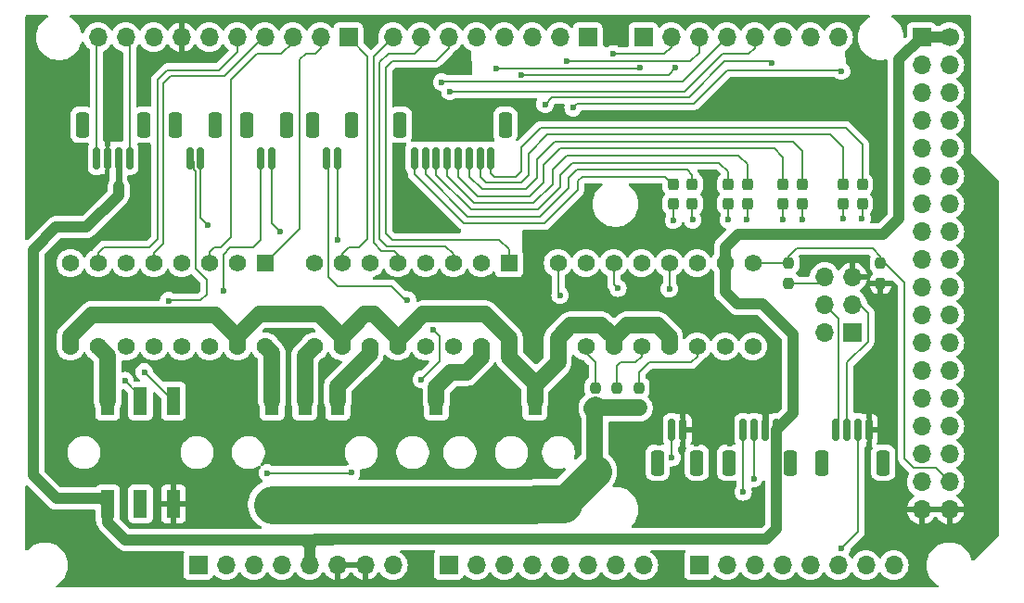
<source format=gbr>
%TF.GenerationSoftware,KiCad,Pcbnew,8.0.1*%
%TF.CreationDate,2024-10-08T14:42:59+09:00*%
%TF.ProjectId,CoolingBoxWireOrganizer,436f6f6c-696e-4674-926f-78576972654f,rev?*%
%TF.SameCoordinates,Original*%
%TF.FileFunction,Copper,L1,Top*%
%TF.FilePolarity,Positive*%
%FSLAX46Y46*%
G04 Gerber Fmt 4.6, Leading zero omitted, Abs format (unit mm)*
G04 Created by KiCad (PCBNEW 8.0.1) date 2024-10-08 14:42:59*
%MOMM*%
%LPD*%
G01*
G04 APERTURE LIST*
G04 Aperture macros list*
%AMRoundRect*
0 Rectangle with rounded corners*
0 $1 Rounding radius*
0 $2 $3 $4 $5 $6 $7 $8 $9 X,Y pos of 4 corners*
0 Add a 4 corners polygon primitive as box body*
4,1,4,$2,$3,$4,$5,$6,$7,$8,$9,$2,$3,0*
0 Add four circle primitives for the rounded corners*
1,1,$1+$1,$2,$3*
1,1,$1+$1,$4,$5*
1,1,$1+$1,$6,$7*
1,1,$1+$1,$8,$9*
0 Add four rect primitives between the rounded corners*
20,1,$1+$1,$2,$3,$4,$5,0*
20,1,$1+$1,$4,$5,$6,$7,0*
20,1,$1+$1,$6,$7,$8,$9,0*
20,1,$1+$1,$8,$9,$2,$3,0*%
G04 Aperture macros list end*
%TA.AperFunction,SMDPad,CuDef*%
%ADD10RoundRect,0.150000X-0.150000X-0.875000X0.150000X-0.875000X0.150000X0.875000X-0.150000X0.875000X0*%
%TD*%
%TA.AperFunction,SMDPad,CuDef*%
%ADD11RoundRect,0.250000X-0.350000X-0.900000X0.350000X-0.900000X0.350000X0.900000X-0.350000X0.900000X0*%
%TD*%
%TA.AperFunction,ComponentPad*%
%ADD12R,1.575000X1.575000*%
%TD*%
%TA.AperFunction,ComponentPad*%
%ADD13C,1.575000*%
%TD*%
%TA.AperFunction,SMDPad,CuDef*%
%ADD14RoundRect,0.150000X0.150000X0.875000X-0.150000X0.875000X-0.150000X-0.875000X0.150000X-0.875000X0*%
%TD*%
%TA.AperFunction,SMDPad,CuDef*%
%ADD15RoundRect,0.250000X0.350000X0.900000X-0.350000X0.900000X-0.350000X-0.900000X0.350000X-0.900000X0*%
%TD*%
%TA.AperFunction,SMDPad,CuDef*%
%ADD16R,1.270000X2.540000*%
%TD*%
%TA.AperFunction,SMDPad,CuDef*%
%ADD17RoundRect,0.237500X0.237500X-0.250000X0.237500X0.250000X-0.237500X0.250000X-0.237500X-0.250000X0*%
%TD*%
%TA.AperFunction,SMDPad,CuDef*%
%ADD18RoundRect,0.237500X-0.237500X0.287500X-0.237500X-0.287500X0.237500X-0.287500X0.237500X0.287500X0*%
%TD*%
%TA.AperFunction,SMDPad,CuDef*%
%ADD19RoundRect,0.237500X-0.237500X0.250000X-0.237500X-0.250000X0.237500X-0.250000X0.237500X0.250000X0*%
%TD*%
%TA.AperFunction,ComponentPad*%
%ADD20R,1.700000X1.700000*%
%TD*%
%TA.AperFunction,ComponentPad*%
%ADD21O,1.700000X1.700000*%
%TD*%
%TA.AperFunction,ComponentPad*%
%ADD22C,1.700000*%
%TD*%
%TA.AperFunction,ViaPad*%
%ADD23C,0.600000*%
%TD*%
%TA.AperFunction,Conductor*%
%ADD24C,0.600000*%
%TD*%
%TA.AperFunction,Conductor*%
%ADD25C,0.200000*%
%TD*%
%TA.AperFunction,Conductor*%
%ADD26C,1.000000*%
%TD*%
%TA.AperFunction,Conductor*%
%ADD27C,1.500000*%
%TD*%
%TA.AperFunction,Conductor*%
%ADD28C,2.000000*%
%TD*%
%TA.AperFunction,Conductor*%
%ADD29C,3.000000*%
%TD*%
%TA.AperFunction,Conductor*%
%ADD30C,3.500000*%
%TD*%
G04 APERTURE END LIST*
D10*
%TO.P,J3,1,Pin_1*%
%TO.N,head thermocouple plus*%
X161000000Y-113575000D03*
%TO.P,J3,2,Pin_2*%
%TO.N,head thermocouple minus*%
X162000000Y-113575000D03*
%TO.P,J3,3,Pin_3*%
%TO.N,case thermocouple plus*%
X163000000Y-113575000D03*
%TO.P,J3,4,Pin_4*%
%TO.N,case thermocouple minus*%
X164000000Y-113575000D03*
%TO.P,J3,5,Pin_5*%
%TO.N,sink thermocouple plus*%
X165000000Y-113575000D03*
%TO.P,J3,6,Pin_6*%
%TO.N,sink thermocouple minus*%
X166000000Y-113575000D03*
%TO.P,J3,7,Pin_7*%
%TO.N,chiller thermocouple plus*%
X167000000Y-113575000D03*
%TO.P,J3,8,Pin_8*%
%TO.N,chiller thermocouple minus*%
X168000000Y-113575000D03*
D11*
%TO.P,J3,MP*%
%TO.N,N/C*%
X159700000Y-110550000D03*
X169300000Y-110550000D03*
%TD*%
D10*
%TO.P,J21,1,Pin_1*%
%TO.N,to HV intlk 1*%
X140500000Y-113575000D03*
%TO.P,J21,2,Pin_2*%
%TO.N,to HV intlk 2*%
X141500000Y-113575000D03*
D11*
%TO.P,J21,MP*%
%TO.N,N/C*%
X139200000Y-110550000D03*
X142800000Y-110550000D03*
%TD*%
D10*
%TO.P,J14,1,Pin_1*%
%TO.N,to peltier intlk 1*%
X153000000Y-113575000D03*
%TO.P,J14,2,Pin_2*%
%TO.N,to peltier intlk 2*%
X154000000Y-113575000D03*
D11*
%TO.P,J14,MP*%
%TO.N,N/C*%
X151700000Y-110550000D03*
X155300000Y-110550000D03*
%TD*%
D12*
%TO.P,J19,01,01*%
%TO.N,Pel_Neg*%
X147390000Y-123190000D03*
D13*
%TO.P,J19,02,02*%
%TO.N,Net-(J19-Pad02)*%
X144850000Y-123190000D03*
%TO.P,J19,03,03*%
%TO.N,Relay.LV_intlk*%
X142310000Y-123190000D03*
%TO.P,J19,04,04*%
%TO.N,Net-(J19-Pad04)*%
X139770000Y-123190000D03*
%TO.P,J19,05,05*%
%TO.N,Relay.HV_intlk*%
X137230000Y-123190000D03*
%TO.P,J19,06,06*%
%TO.N,Net-(J19-Pad06)*%
X134690000Y-123190000D03*
%TO.P,J19,07,07*%
%TO.N,Relay.Unlock*%
X132150000Y-123190000D03*
%TO.P,J19,08,08*%
%TO.N,Net-(J19-Pad08)*%
X129610000Y-123190000D03*
%TO.P,J19,09,09*%
%TO.N,+12V*%
X129610000Y-130810000D03*
%TO.P,J19,10,10*%
%TO.N,to lock*%
X132150000Y-130810000D03*
%TO.P,J19,11,11*%
%TO.N,to HV intlk 1*%
X134690000Y-130810000D03*
%TO.P,J19,12,12*%
%TO.N,to HV emergency circuit*%
X137230000Y-130810000D03*
%TO.P,J19,13,13*%
%TO.N,to LV intlk 1*%
X139770000Y-130810000D03*
%TO.P,J19,14,14*%
%TO.N,to LV emergency circuit*%
X142310000Y-130810000D03*
%TO.P,J19,15,15*%
%TO.N,+12V*%
X144850000Y-130810000D03*
%TO.P,J19,16,16*%
%TO.N,to peltier minus*%
X147390000Y-130810000D03*
%TD*%
D10*
%TO.P,J22,1,Pin_1*%
%TO.N,to LV intlk 1*%
X147000000Y-113575000D03*
%TO.P,J22,2,Pin_2*%
%TO.N,to LV intlk 2*%
X148000000Y-113575000D03*
D11*
%TO.P,J22,MP*%
%TO.N,N/C*%
X145700000Y-110550000D03*
X149300000Y-110550000D03*
%TD*%
D14*
%TO.P,J17,1,Pin_1*%
%TO.N,MAX_GND*%
X185500000Y-138425000D03*
%TO.P,J17,2,Pin_2*%
%TO.N,Reset*%
X184500000Y-138425000D03*
D15*
%TO.P,J17,MP*%
%TO.N,N/C*%
X186800000Y-141450000D03*
X183200000Y-141450000D03*
%TD*%
D14*
%TO.P,J11,1,Pin_1*%
%TO.N,+5V*%
X194000000Y-138425000D03*
%TO.P,J11,2,Pin_2*%
%TO.N,MAX_GND*%
X193000000Y-138425000D03*
%TO.P,J11,3,Pin_3*%
%TO.N,Spare.Analog1*%
X192000000Y-138425000D03*
%TO.P,J11,4,Pin_4*%
%TO.N,NTC.Read*%
X191000000Y-138425000D03*
D15*
%TO.P,J11,MP*%
%TO.N,N/C*%
X195300000Y-141450000D03*
X189700000Y-141450000D03*
%TD*%
D16*
%TO.P,J2,1,Pin_1*%
%TO.N,+12V*%
X172000000Y-135800000D03*
%TO.P,J2,2,Pin_2*%
%TO.N,external GND*%
X172000000Y-145200000D03*
%TD*%
D17*
%TO.P,R16,1*%
%TO.N,external GND*%
X179500000Y-136412500D03*
%TO.P,R16,2*%
%TO.N,Net-(J18-Pad04)*%
X179500000Y-134587500D03*
%TD*%
D10*
%TO.P,J1,1,Pin_1*%
%TO.N,SHT85.SCL*%
X132000000Y-113575000D03*
%TO.P,J1,2,Pin_2*%
%TO.N,MAX_GND*%
X133000000Y-113575000D03*
%TO.P,J1,3,Pin_3*%
%TO.N,+5V*%
X134000000Y-113575000D03*
%TO.P,J1,4,Pin_4*%
%TO.N,SHT85.SDA*%
X135000000Y-113575000D03*
D11*
%TO.P,J1,MP*%
%TO.N,N/C*%
X130700000Y-110550000D03*
X136300000Y-110550000D03*
%TD*%
D18*
%TO.P,L1,1,1*%
%TO.N,chiller thermocouple plus*%
X200125000Y-116000000D03*
%TO.P,L1,2,2*%
%TO.N,Net-(U1-T+)*%
X200125000Y-117750000D03*
%TD*%
%TO.P,L8,1,1*%
%TO.N,case thermocouple minus*%
X191375000Y-116000000D03*
%TO.P,L8,2,2*%
%TO.N,Net-(U4-T-)*%
X191375000Y-117750000D03*
%TD*%
%TO.P,L7,1,1*%
%TO.N,case thermocouple plus*%
X189625000Y-116000000D03*
%TO.P,L7,2,2*%
%TO.N,Net-(U4-T+)*%
X189625000Y-117750000D03*
%TD*%
%TO.P,L5,1,1*%
%TO.N,sink thermocouple plus*%
X194625000Y-116000000D03*
%TO.P,L5,2,2*%
%TO.N,Net-(U3-T+)*%
X194625000Y-117750000D03*
%TD*%
D16*
%TO.P,J9,1,Pin_1*%
%TO.N,to lock*%
X133000000Y-135800000D03*
%TO.P,J9,2,Pin_2*%
%TO.N,LockState_1*%
X136000000Y-135800000D03*
%TO.P,J9,3,Pin_3*%
%TO.N,LockState_2*%
X139000000Y-135800000D03*
%TO.P,J9,4,Pin_4*%
%TO.N,+5V*%
X133000000Y-145200000D03*
%TO.P,J9,5,Pin_5*%
%TO.N,unconnected-(J9-Pin_5-Pad5)*%
X136000000Y-145200000D03*
%TO.P,J9,6,Pin_6*%
%TO.N,MAX_GND*%
X139000000Y-145200000D03*
%TD*%
%TO.P,J4,1,Pin_1*%
%TO.N,to heater*%
X163000000Y-135800000D03*
%TO.P,J4,2,Pin_2*%
%TO.N,external GND*%
X163000000Y-145200000D03*
%TD*%
D18*
%TO.P,L4,1,1*%
%TO.N,head thermocouple minus*%
X186375000Y-116000000D03*
%TO.P,L4,2,2*%
%TO.N,Net-(U2-T-)*%
X186375000Y-117750000D03*
%TD*%
D17*
%TO.P,R2,1*%
%TO.N,MAX_GND*%
X203560000Y-125015000D03*
%TO.P,R2,2*%
%TO.N,Chiller.Alarm.Sig*%
X203560000Y-123190000D03*
%TD*%
D19*
%TO.P,R1,1*%
%TO.N,Chiller.Alarm.Sig*%
X195150000Y-123190000D03*
%TO.P,R1,2*%
%TO.N,Net-(J20-Pin_6)*%
X195150000Y-125015000D03*
%TD*%
D12*
%TO.P,J18,01,01*%
%TO.N,+12V*%
X174110000Y-130810000D03*
D13*
%TO.P,J18,02,02*%
%TO.N,Net-(J18-Pad02)*%
X176650000Y-130810000D03*
%TO.P,J18,03,03*%
%TO.N,+12V*%
X179190000Y-130810000D03*
%TO.P,J18,04,04*%
%TO.N,Net-(J18-Pad04)*%
X181730000Y-130810000D03*
%TO.P,J18,05,05*%
%TO.N,+12V*%
X184270000Y-130810000D03*
%TO.P,J18,06,06*%
%TO.N,Net-(J18-Pad06)*%
X186810000Y-130810000D03*
%TO.P,J18,07,07*%
%TO.N,Net-(J18-Pad07)*%
X189350000Y-130810000D03*
%TO.P,J18,08,08*%
%TO.N,SSR.GND*%
X191890000Y-130810000D03*
%TO.P,J18,09,09*%
%TO.N,Chiller.Alarm.Sig*%
X191890000Y-123190000D03*
%TO.P,J18,10,10*%
%TO.N,+5V*%
X189350000Y-123190000D03*
%TO.P,J18,11,11*%
%TO.N,to peltier intlk 2*%
X186810000Y-123190000D03*
%TO.P,J18,12,12*%
%TO.N,to peltier emergency circuit*%
X184270000Y-123190000D03*
%TO.P,J18,13,13*%
%TO.N,to LV intlk 2*%
X181730000Y-123190000D03*
%TO.P,J18,14,14*%
%TO.N,to LV emergency circuit*%
X179190000Y-123190000D03*
%TO.P,J18,15,15*%
%TO.N,to HV intlk 2*%
X176650000Y-123190000D03*
%TO.P,J18,16,16*%
%TO.N,to HV emergency circuit*%
X174110000Y-123190000D03*
%TD*%
D16*
%TO.P,J12,1,Pin_1*%
%TO.N,to peltier minus*%
X148000000Y-135800000D03*
%TO.P,J12,2,Pin_2*%
%TO.N,to peltier plus*%
X151000000Y-135800000D03*
%TO.P,J12,3,Pin_3*%
%TO.N,to AC100V intlk*%
X154000000Y-135800000D03*
%TO.P,J12,4,Pin_4*%
%TO.N,external GND*%
X148000000Y-145200000D03*
%TO.P,J12,5,Pin_5*%
X151000000Y-145200000D03*
%TO.P,J12,6,Pin_6*%
X154000000Y-145200000D03*
%TD*%
D14*
%TO.P,J16,1,Pin_1*%
%TO.N,MAX_GND*%
X202500000Y-138425000D03*
%TO.P,J16,2,Pin_2*%
%TO.N,Chiller.Temp.Sig*%
X201500000Y-138425000D03*
%TO.P,J16,3,Pin_3*%
%TO.N,Chiller.Alarm.GND*%
X200500000Y-138425000D03*
%TO.P,J16,4,Pin_4*%
%TO.N,Chiller.Alarm.input*%
X199500000Y-138425000D03*
D15*
%TO.P,J16,MP*%
%TO.N,N/C*%
X203800000Y-141450000D03*
X198200000Y-141450000D03*
%TD*%
D17*
%TO.P,R18,1*%
%TO.N,external GND*%
X181500000Y-136412500D03*
%TO.P,R18,2*%
%TO.N,Net-(J18-Pad06)*%
X181500000Y-134587500D03*
%TD*%
D18*
%TO.P,L3,1,1*%
%TO.N,head thermocouple plus*%
X184625000Y-116000000D03*
%TO.P,L3,2,2*%
%TO.N,Net-(U2-T+)*%
X184625000Y-117750000D03*
%TD*%
D20*
%TO.P,J20,1,Pin_1*%
%TO.N,SSR.GND*%
X201000000Y-129540000D03*
D21*
%TO.P,J20,2,Pin_2*%
%TO.N,to chiller alarm relay*%
X198460000Y-129540000D03*
%TO.P,J20,3,Pin_3*%
%TO.N,Chiller.Alarm.GND*%
X201000000Y-127000000D03*
%TO.P,J20,4,Pin_4*%
%TO.N,Chiller.Alarm.input*%
X198460000Y-127000000D03*
%TO.P,J20,5,Pin_5*%
%TO.N,MAX_GND*%
X201000000Y-124460000D03*
%TO.P,J20,6,Pin_6*%
%TO.N,Net-(J20-Pin_6)*%
X198460000Y-124460000D03*
%TD*%
D12*
%TO.P,J23,01,01*%
%TO.N,Relay.Heater*%
X169640000Y-123190000D03*
D13*
%TO.P,J23,02,02*%
%TO.N,Net-(J23-Pad02)*%
X167100000Y-123190000D03*
%TO.P,J23,03,03*%
%TO.N,Relay.Pel_intlk*%
X164560000Y-123190000D03*
%TO.P,J23,04,04*%
%TO.N,Net-(J23-Pad04)*%
X162020000Y-123190000D03*
%TO.P,J23,05,05*%
%TO.N,Relay.AC100V_intlk*%
X159480000Y-123190000D03*
%TO.P,J23,06,06*%
%TO.N,Net-(J23-Pad06)*%
X156940000Y-123190000D03*
%TO.P,J23,07,07*%
%TO.N,Pel_Pos*%
X154400000Y-123190000D03*
%TO.P,J23,08,08*%
%TO.N,Net-(J23-Pad08)*%
X151860000Y-123190000D03*
%TO.P,J23,09,09*%
%TO.N,to peltier plus*%
X151860000Y-130810000D03*
%TO.P,J23,10,10*%
%TO.N,+12V*%
X154400000Y-130810000D03*
%TO.P,J23,11,11*%
%TO.N,to AC100V intlk*%
X156940000Y-130810000D03*
%TO.P,J23,12,12*%
%TO.N,+12V*%
X159480000Y-130810000D03*
%TO.P,J23,13,13*%
%TO.N,to peltier intlk 1*%
X162020000Y-130810000D03*
%TO.P,J23,14,14*%
%TO.N,to peltier emergency circuit*%
X164560000Y-130810000D03*
%TO.P,J23,15,15*%
%TO.N,to heater*%
X167100000Y-130810000D03*
%TO.P,J23,16,16*%
%TO.N,+12V*%
X169640000Y-130810000D03*
%TD*%
D17*
%TO.P,R14,1*%
%TO.N,external GND*%
X177500000Y-136412500D03*
%TO.P,R14,2*%
%TO.N,Net-(J18-Pad02)*%
X177500000Y-134587500D03*
%TD*%
D18*
%TO.P,L2,1,1*%
%TO.N,chiller thermocouple minus*%
X201875000Y-116000000D03*
%TO.P,L2,2,2*%
%TO.N,Net-(U1-T-)*%
X201875000Y-117750000D03*
%TD*%
%TO.P,L6,1,1*%
%TO.N,sink thermocouple minus*%
X196375000Y-116000000D03*
%TO.P,L6,2,2*%
%TO.N,Net-(U3-T-)*%
X196375000Y-117750000D03*
%TD*%
D22*
%TO.P,J15,1,Pin_1*%
%TO.N,+5V*%
X209836000Y-102540000D03*
D20*
%TO.P,J15,2,Pin_2*%
X207296000Y-102540000D03*
D21*
%TO.P,J15,3,Pin_3*%
%TO.N,Spare.Digital2*%
X209836000Y-105080000D03*
%TO.P,J15,4,Pin_4*%
%TO.N,Spare.Digital1*%
X207296000Y-105080000D03*
%TO.P,J15,5,Pin_5*%
%TO.N,Spare.Digital4*%
X209836000Y-107620000D03*
%TO.P,J15,6,Pin_6*%
%TO.N,Spare.Digital3*%
X207296000Y-107620000D03*
%TO.P,J15,7,Pin_7*%
%TO.N,Spare.Digital6*%
X209836000Y-110160000D03*
%TO.P,J15,8,Pin_8*%
%TO.N,Spare.Digital5*%
X207296000Y-110160000D03*
%TO.P,J15,9,Pin_9*%
%TO.N,unconnected-(J15-Pin_9-Pad9)*%
X209836000Y-112700000D03*
%TO.P,J15,10,Pin_10*%
%TO.N,unconnected-(J15-Pin_10-Pad10)*%
X207296000Y-112700000D03*
%TO.P,J15,11,Pin_11*%
%TO.N,unconnected-(J15-Pin_11-Pad11)*%
X209836000Y-115240000D03*
%TO.P,J15,12,Pin_12*%
%TO.N,unconnected-(J15-Pin_12-Pad12)*%
X207296000Y-115240000D03*
%TO.P,J15,13,Pin_13*%
%TO.N,unconnected-(J15-Pin_13-Pad13)*%
X209836000Y-117780000D03*
%TO.P,J15,14,Pin_14*%
%TO.N,unconnected-(J15-Pin_14-Pad14)*%
X207296000Y-117780000D03*
%TO.P,J15,15,Pin_15*%
%TO.N,unconnected-(J15-Pin_15-Pad15)*%
X209836000Y-120320000D03*
%TO.P,J15,16,Pin_16*%
%TO.N,unconnected-(J15-Pin_16-Pad16)*%
X207296000Y-120320000D03*
%TO.P,J15,17,Pin_17*%
%TO.N,unconnected-(J15-Pin_17-Pad17)*%
X209836000Y-122860000D03*
%TO.P,J15,18,Pin_18*%
%TO.N,unconnected-(J15-Pin_18-Pad18)*%
X207296000Y-122860000D03*
%TO.P,J15,19,Pin_19*%
%TO.N,unconnected-(J15-Pin_19-Pad19)*%
X209836000Y-125400000D03*
%TO.P,J15,20,Pin_20*%
%TO.N,unconnected-(J15-Pin_20-Pad20)*%
X207296000Y-125400000D03*
%TO.P,J15,21,Pin_21*%
%TO.N,unconnected-(J15-Pin_21-Pad21)*%
X209836000Y-127940000D03*
%TO.P,J15,22,Pin_22*%
%TO.N,unconnected-(J15-Pin_22-Pad22)*%
X207296000Y-127940000D03*
%TO.P,J15,23,Pin_23*%
%TO.N,unconnected-(J15-Pin_23-Pad23)*%
X209836000Y-130480000D03*
%TO.P,J15,24,Pin_24*%
%TO.N,unconnected-(J15-Pin_24-Pad24)*%
X207296000Y-130480000D03*
%TO.P,J15,25,Pin_25*%
%TO.N,unconnected-(J15-Pin_25-Pad25)*%
X209836000Y-133020000D03*
%TO.P,J15,26,Pin_26*%
%TO.N,unconnected-(J15-Pin_26-Pad26)*%
X207296000Y-133020000D03*
%TO.P,J15,27,Pin_27*%
%TO.N,unconnected-(J15-Pin_27-Pad27)*%
X209836000Y-135560000D03*
%TO.P,J15,28,Pin_28*%
%TO.N,unconnected-(J15-Pin_28-Pad28)*%
X207296000Y-135560000D03*
%TO.P,J15,29,Pin_29*%
%TO.N,unconnected-(J15-Pin_29-Pad29)*%
X209836000Y-138100000D03*
%TO.P,J15,30,Pin_30*%
%TO.N,unconnected-(J15-Pin_30-Pad30)*%
X207296000Y-138100000D03*
%TO.P,J15,31,Pin_31*%
%TO.N,unconnected-(J15-Pin_31-Pad31)*%
X209836000Y-140640000D03*
%TO.P,J15,32,Pin_32*%
%TO.N,unconnected-(J15-Pin_32-Pad32)*%
X207296000Y-140640000D03*
%TO.P,J15,33,Pin_33*%
%TO.N,Chiller.Alarm.Sig*%
X209836000Y-143180000D03*
%TO.P,J15,34,Pin_34*%
%TO.N,unconnected-(J15-Pin_34-Pad34)*%
X207296000Y-143180000D03*
%TO.P,J15,35,Pin_35*%
%TO.N,MAX_GND*%
X209836000Y-145720000D03*
%TO.P,J15,36,Pin_36*%
X207296000Y-145720000D03*
%TD*%
D20*
%TO.P,J10,1,Pin_1*%
%TO.N,Spare.Analog2*%
X186976000Y-150800000D03*
D21*
%TO.P,J10,2,Pin_2*%
%TO.N,Spare.Analog3*%
X189516000Y-150800000D03*
%TO.P,J10,3,Pin_3*%
%TO.N,unconnected-(J10-Pin_3-Pad3)*%
X192056000Y-150800000D03*
%TO.P,J10,4,Pin_4*%
%TO.N,unconnected-(J10-Pin_4-Pad4)*%
X194596000Y-150800000D03*
%TO.P,J10,5,Pin_5*%
%TO.N,unconnected-(J10-Pin_5-Pad5)*%
X197136000Y-150800000D03*
%TO.P,J10,6,Pin_6*%
%TO.N,unconnected-(J10-Pin_6-Pad6)*%
X199676000Y-150800000D03*
%TO.P,J10,7,Pin_7*%
%TO.N,unconnected-(J10-Pin_7-Pad7)*%
X202216000Y-150800000D03*
%TO.P,J10,8,Pin_8*%
%TO.N,unconnected-(J10-Pin_8-Pad8)*%
X204756000Y-150800000D03*
%TD*%
D20*
%TO.P,J6,1,Pin_1*%
%TO.N,unconnected-(J6-Pin_1-Pad1)*%
X141256000Y-150800000D03*
D21*
%TO.P,J6,2,Pin_2*%
%TO.N,unconnected-(J6-Pin_2-Pad2)*%
X143796000Y-150800000D03*
%TO.P,J6,3,Pin_3*%
%TO.N,Reset*%
X146336000Y-150800000D03*
%TO.P,J6,4,Pin_4*%
%TO.N,MAX_Vin*%
X148876000Y-150800000D03*
%TO.P,J6,5,Pin_5*%
%TO.N,+5V*%
X151416000Y-150800000D03*
%TO.P,J6,6,Pin_6*%
%TO.N,MAX_GND*%
X153956000Y-150800000D03*
%TO.P,J6,7,Pin_7*%
X156496000Y-150800000D03*
%TO.P,J6,8,Pin_8*%
%TO.N,VDD*%
X159036000Y-150800000D03*
%TD*%
D20*
%TO.P,J5,1,Pin_1*%
%TO.N,Pel_Pos*%
X154972000Y-102540000D03*
D21*
%TO.P,J5,2,Pin_2*%
%TO.N,Pel_Neg*%
X152432000Y-102540000D03*
%TO.P,J5,3,Pin_3*%
%TO.N,Relay.LV_intlk*%
X149892000Y-102540000D03*
%TO.P,J5,4,Pin_4*%
%TO.N,Relay.HV_intlk*%
X147352000Y-102540000D03*
%TO.P,J5,5,Pin_5*%
%TO.N,Relay.Unlock*%
X144812000Y-102540000D03*
%TO.P,J5,6,Pin_6*%
%TO.N,unconnected-(J5-Pin_6-Pad6)*%
X142272000Y-102540000D03*
%TO.P,J5,7,Pin_7*%
%TO.N,MAX_GND*%
X139732000Y-102540000D03*
%TO.P,J5,8,Pin_8*%
%TO.N,unconnected-(J5-Pin_8-Pad8)*%
X137192000Y-102540000D03*
%TO.P,J5,9,Pin_9*%
%TO.N,SHT85.SDA*%
X134652000Y-102540000D03*
%TO.P,J5,10,Pin_10*%
%TO.N,SHT85.SCL*%
X132112000Y-102540000D03*
%TD*%
D20*
%TO.P,J7,1,Pin_1*%
%TO.N,unconnected-(J7-Pin_1-Pad1)*%
X164116000Y-150800000D03*
D21*
%TO.P,J7,2,Pin_2*%
%TO.N,unconnected-(J7-Pin_2-Pad2)*%
X166656000Y-150800000D03*
%TO.P,J7,3,Pin_3*%
%TO.N,unconnected-(J7-Pin_3-Pad3)*%
X169196000Y-150800000D03*
%TO.P,J7,4,Pin_4*%
%TO.N,unconnected-(J7-Pin_4-Pad4)*%
X171736000Y-150800000D03*
%TO.P,J7,5,Pin_5*%
%TO.N,NTC.Read*%
X174276000Y-150800000D03*
%TO.P,J7,6,Pin_6*%
%TO.N,Spare.Analog1*%
X176816000Y-150800000D03*
%TO.P,J7,7,Pin_7*%
%TO.N,Chiller.Temp.Sig*%
X179356000Y-150800000D03*
%TO.P,J7,8,Pin_8*%
%TO.N,unconnected-(J7-Pin_8-Pad8)*%
X181896000Y-150800000D03*
%TD*%
D20*
%TO.P,J13,1,Pin_1*%
%TO.N,MAX31855.Do*%
X181896000Y-102540000D03*
D21*
%TO.P,J13,2,Pin_2*%
%TO.N,MAX31855.CLK*%
X184436000Y-102540000D03*
%TO.P,J13,3,Pin_3*%
%TO.N,MAX31855.CS_Chiller*%
X186976000Y-102540000D03*
%TO.P,J13,4,Pin_4*%
%TO.N,LockState_1*%
X189516000Y-102540000D03*
%TO.P,J13,5,Pin_5*%
%TO.N,LockState_2*%
X192056000Y-102540000D03*
%TO.P,J13,6,Pin_6*%
%TO.N,unconnected-(J13-Pin_6-Pad6)*%
X194596000Y-102540000D03*
%TO.P,J13,7,Pin_7*%
%TO.N,unconnected-(J13-Pin_7-Pad7)*%
X197136000Y-102540000D03*
%TO.P,J13,8,Pin_8*%
%TO.N,unconnected-(J13-Pin_8-Pad8)*%
X199676000Y-102540000D03*
%TD*%
D20*
%TO.P,J8,1,Pin_1*%
%TO.N,unconnected-(J8-Pin_1-Pad1)*%
X176816000Y-102540000D03*
D21*
%TO.P,J8,2,Pin_2*%
%TO.N,unconnected-(J8-Pin_2-Pad2)*%
X174276000Y-102540000D03*
%TO.P,J8,3,Pin_3*%
%TO.N,MAX31855.CS_Sink*%
X171736000Y-102540000D03*
%TO.P,J8,4,Pin_4*%
%TO.N,MAX31855.CS_Case*%
X169196000Y-102540000D03*
%TO.P,J8,5,Pin_5*%
%TO.N,MAX31855.CS_Head*%
X166656000Y-102540000D03*
%TO.P,J8,6,Pin_6*%
%TO.N,Relay.Heater*%
X164116000Y-102540000D03*
%TO.P,J8,7,Pin_7*%
%TO.N,Relay.Pel_intlk*%
X161576000Y-102540000D03*
%TO.P,J8,8,Pin_8*%
%TO.N,Relay.AC100V_intlk*%
X159036000Y-102540000D03*
%TD*%
D23*
%TO.N,MAX_GND*%
X163300000Y-124540000D03*
X161630000Y-118290000D03*
X157240000Y-101180000D03*
X148610000Y-129470000D03*
X145290000Y-147100000D03*
X187860000Y-115430000D03*
X136330000Y-120390000D03*
X175860000Y-132320000D03*
X159550000Y-112750000D03*
X130600000Y-152310000D03*
X165290000Y-111600000D03*
X184400000Y-152220000D03*
X140900000Y-125230000D03*
X179280000Y-139580000D03*
X130390000Y-104640000D03*
X130620000Y-113740000D03*
X152510000Y-134710000D03*
X188020000Y-144760000D03*
X165540000Y-126190000D03*
X152510000Y-136740000D03*
X161420000Y-150070000D03*
X143070000Y-144840000D03*
X181820000Y-127220000D03*
X136020000Y-116220000D03*
X131890000Y-121010000D03*
X198410000Y-122780000D03*
X202450000Y-143170000D03*
X172690000Y-120970000D03*
X169690000Y-134830000D03*
X184410000Y-150340000D03*
X175970000Y-133990000D03*
X126210000Y-101240000D03*
X136290000Y-108530000D03*
X138970000Y-152270000D03*
X172140000Y-131770000D03*
X177410000Y-120930000D03*
X143490000Y-140350000D03*
X140390000Y-147100000D03*
X185350000Y-128250000D03*
X185530000Y-136420000D03*
X213740000Y-146680000D03*
X165530000Y-105660000D03*
X126110000Y-144870000D03*
X203790000Y-130760000D03*
X173020000Y-126590000D03*
X138770000Y-104420000D03*
X205290000Y-142090000D03*
X127630000Y-122600000D03*
X158440000Y-132180000D03*
X127910000Y-135290000D03*
X188300000Y-141440000D03*
X202050000Y-122960000D03*
X159880000Y-124850000D03*
X170490000Y-127370000D03*
X206930000Y-149500000D03*
X179300000Y-127380000D03*
X190970000Y-101010000D03*
X161600000Y-152230000D03*
X201410000Y-136480000D03*
X168350000Y-133160000D03*
X149510000Y-134840000D03*
X161460000Y-111580000D03*
X213720000Y-120290000D03*
X135800000Y-140820000D03*
X158190000Y-124300000D03*
X213740000Y-131060000D03*
X189960000Y-143550000D03*
X125960000Y-105760000D03*
X143610000Y-132170000D03*
X165450000Y-103920000D03*
X149510000Y-132160000D03*
X183040000Y-116980000D03*
X188110000Y-120580000D03*
X136350000Y-105520000D03*
X213780000Y-138990000D03*
X207000000Y-152090000D03*
X133440000Y-108530000D03*
X187930000Y-124650000D03*
X176240000Y-118810000D03*
X136040000Y-124440000D03*
X137500000Y-137370000D03*
X130970000Y-146800000D03*
X189840000Y-139680000D03*
X139140000Y-150350000D03*
X186780000Y-139680000D03*
X169900000Y-124890000D03*
X137540000Y-143670000D03*
X196640000Y-123000000D03*
X179330000Y-101100000D03*
X150280000Y-141230000D03*
X130820000Y-101010000D03*
X134510000Y-146380000D03*
X182750000Y-135160000D03*
X205490000Y-147140000D03*
X146190000Y-132220000D03*
X127750000Y-108630000D03*
X130830000Y-132210000D03*
X133160000Y-125940000D03*
X137330000Y-125840000D03*
X155910000Y-136580000D03*
X168130000Y-125680000D03*
X188250000Y-132590000D03*
X134570000Y-135390000D03*
X175080000Y-127230000D03*
X128930000Y-121500000D03*
X203740000Y-139320000D03*
X134510000Y-143780000D03*
X192310000Y-133260000D03*
X159420000Y-119790000D03*
X165850000Y-124850000D03*
X183080000Y-136570000D03*
X188210000Y-136280000D03*
X159480000Y-108510000D03*
X165260000Y-108590000D03*
X177170000Y-116390000D03*
X180380000Y-121060000D03*
X191750000Y-128690000D03*
X137500000Y-135900000D03*
X133450000Y-124560000D03*
X211470000Y-113960000D03*
X161060000Y-125520000D03*
X213650000Y-127410000D03*
X140630000Y-134870000D03*
X204740000Y-137290000D03*
X159620000Y-115040000D03*
X136430000Y-112930000D03*
X127800000Y-113690000D03*
X150700000Y-129500000D03*
X183330000Y-139580000D03*
X161090000Y-136500000D03*
X127830000Y-125330000D03*
X160670000Y-134890000D03*
X127960000Y-118380000D03*
X192360000Y-136320000D03*
X134770000Y-118930000D03*
X173010000Y-152230000D03*
X203750000Y-134080000D03*
X202400000Y-140340000D03*
X211440000Y-108890000D03*
X181640000Y-116430000D03*
X130950000Y-125010000D03*
X175600000Y-139390000D03*
X213760000Y-143160000D03*
X163050000Y-108490000D03*
X181190000Y-143910000D03*
X133410000Y-104520000D03*
X202340000Y-132950000D03*
X133490000Y-111230000D03*
X213720000Y-123740000D03*
X142580000Y-104440000D03*
X143490000Y-137100000D03*
X186790000Y-121120000D03*
X183750000Y-143910000D03*
X182830000Y-133360000D03*
X203540000Y-149290000D03*
X196550000Y-123980000D03*
X130700000Y-108500000D03*
X205760000Y-101020000D03*
X127910000Y-141720000D03*
X202590000Y-146900000D03*
X176860000Y-127120000D03*
X127730000Y-131450000D03*
X180070000Y-141110000D03*
X153060000Y-132140000D03*
X204860000Y-139580000D03*
X149510000Y-136700000D03*
X163020000Y-125840000D03*
X159400000Y-105680000D03*
X164010000Y-105420000D03*
X175360000Y-136610000D03*
X156440000Y-135040000D03*
X151280000Y-139620000D03*
X174170000Y-127440000D03*
X178030000Y-109820000D03*
X185460000Y-145350000D03*
X164630000Y-136490000D03*
X202280000Y-125780000D03*
X164320000Y-119860000D03*
X126050000Y-148280000D03*
X160840000Y-132140000D03*
X132540000Y-115620000D03*
X212200000Y-149090000D03*
X137450000Y-147080000D03*
X145990000Y-134980000D03*
X182450000Y-118720000D03*
X154120000Y-141290000D03*
X134520000Y-136850000D03*
X130490000Y-118250000D03*
X143650000Y-101010000D03*
X173910000Y-135050000D03*
X202780000Y-105130000D03*
X162660000Y-105660000D03*
X201170000Y-101100000D03*
X168090000Y-124740000D03*
X185510000Y-146930000D03*
X133990000Y-150170000D03*
X183280000Y-121050000D03*
X131260000Y-143160000D03*
X195920000Y-152340000D03*
X150220000Y-152510000D03*
X205690000Y-144460000D03*
X203810000Y-126640000D03*
X149610000Y-130500000D03*
X135950000Y-131970000D03*
X201480000Y-149190000D03*
X213820000Y-134770000D03*
X127730000Y-128680000D03*
X188090000Y-118790000D03*
X131070000Y-137980000D03*
X200010000Y-123000000D03*
X170190000Y-136490000D03*
X173750000Y-136550000D03*
X185750000Y-143010000D03*
X165180000Y-134990000D03*
X167950000Y-101100000D03*
X185470000Y-140170000D03*
X180380000Y-109790000D03*
X154400000Y-139510000D03*
X135710000Y-125780000D03*
X188380000Y-127370000D03*
X203640000Y-128310000D03*
X181800000Y-141110000D03*
X203920000Y-108750000D03*
X138520000Y-124790000D03*
X213500000Y-117000000D03*
X181750000Y-146980000D03*
X175160000Y-120930000D03*
%TO.N,Reset*%
X184500000Y-140970000D03*
X155260000Y-142340000D03*
X147570000Y-142360000D03*
%TO.N,Chiller.Temp.Sig*%
X200000000Y-149260000D03*
%TO.N,LockState_2*%
X164240000Y-107500000D03*
X136340000Y-133140000D03*
%TO.N,LockState_1*%
X134570000Y-133930000D03*
X163490000Y-106640000D03*
%TO.N,MAX31855.CS_Chiller*%
X174930000Y-104760000D03*
%TO.N,MAX31855.CLK*%
X179170000Y-104050000D03*
%TO.N,Spare.Analog1*%
X191990000Y-142890000D03*
%TO.N,NTC.Read*%
X191000000Y-144100000D03*
%TO.N,to LV emergency circuit*%
X179570000Y-125480000D03*
%TO.N,to LV intlk 1*%
X143550000Y-125722500D03*
%TO.N,to LV intlk 2*%
X148780000Y-120300000D03*
%TO.N,to peltier intlk 1*%
X160360000Y-126560000D03*
%TO.N,to peltier intlk 2*%
X154000000Y-121070000D03*
%TO.N,to HV intlk 2*%
X142170000Y-119710000D03*
%TO.N,to HV intlk 1*%
X138570000Y-126630000D03*
%TO.N,Net-(U1-T+)*%
X200100000Y-119100000D03*
%TO.N,Net-(U1-T-)*%
X201860000Y-119130000D03*
%TO.N,Net-(U2-T+)*%
X184650000Y-119260000D03*
%TO.N,Net-(U2-T-)*%
X186410000Y-119240000D03*
%TO.N,Net-(U3-T+)*%
X194660000Y-119200000D03*
%TO.N,Net-(U3-T-)*%
X196400000Y-119160000D03*
%TO.N,Net-(U4-T+)*%
X189650000Y-119240000D03*
%TO.N,Net-(U4-T-)*%
X191370000Y-119180000D03*
%TO.N,Net-(D2-A)*%
X175490000Y-108980000D03*
X199990000Y-105640000D03*
%TO.N,Net-(D4-A)*%
X181610000Y-105350000D03*
X168500000Y-105380000D03*
%TO.N,Net-(D6-A)*%
X193620000Y-104870000D03*
X172930000Y-108670000D03*
%TO.N,Net-(D8-A)*%
X170730000Y-105980000D03*
X184830000Y-105350000D03*
%TO.N,to HV emergency circuit*%
X162690000Y-129260000D03*
X174295000Y-126120000D03*
X161640000Y-133820000D03*
%TO.N,to peltier emergency circuit*%
X184270000Y-125530000D03*
%TD*%
D24*
%TO.N,MAX_GND*%
X193000000Y-138425000D02*
X193000000Y-136960000D01*
X193000000Y-136960000D02*
X192360000Y-136320000D01*
D25*
%TO.N,SHT85.SCL*%
X132000000Y-113325000D02*
X132000000Y-102652000D01*
X132000000Y-102652000D02*
X132112000Y-102540000D01*
%TO.N,SHT85.SDA*%
X135000000Y-113325000D02*
X135000000Y-102888000D01*
X135000000Y-102888000D02*
X134652000Y-102540000D01*
D26*
%TO.N,+5V*%
X126200000Y-142590000D02*
X128310000Y-144700000D01*
X194000000Y-147520000D02*
X194000000Y-138425000D01*
X132500000Y-144700000D02*
X133000000Y-145200000D01*
X151416000Y-148984000D02*
X151980000Y-148420000D01*
X150922000Y-148490000D02*
X151416000Y-148984000D01*
X134620000Y-148490000D02*
X148720000Y-148490000D01*
X203770000Y-120550000D02*
X205240000Y-119080000D01*
X148720000Y-148490000D02*
X153520000Y-148490000D01*
X189350000Y-125780000D02*
X190500000Y-126930000D01*
X189350000Y-121730000D02*
X190530000Y-120550000D01*
X193100000Y-148420000D02*
X194000000Y-147520000D01*
X195560000Y-129740000D02*
X195560000Y-136865000D01*
X133000000Y-146870000D02*
X134620000Y-148490000D01*
X131080000Y-119880000D02*
X128290000Y-119880000D01*
X134000000Y-116180000D02*
X134000000Y-116960000D01*
X189350000Y-123190000D02*
X189350000Y-125780000D01*
X207296000Y-102540000D02*
X207128698Y-102540000D01*
X205240000Y-104596000D02*
X207296000Y-102540000D01*
X151980000Y-148420000D02*
X193100000Y-148420000D01*
X134000000Y-116960000D02*
X131080000Y-119880000D01*
D24*
X134000000Y-113325000D02*
X134000000Y-116180000D01*
D26*
X190530000Y-120550000D02*
X203770000Y-120550000D01*
X192750000Y-126930000D02*
X195560000Y-129740000D01*
X190500000Y-126930000D02*
X192750000Y-126930000D01*
X148720000Y-148490000D02*
X150922000Y-148490000D01*
X133000000Y-145200000D02*
X133000000Y-146870000D01*
X205240000Y-119080000D02*
X205240000Y-104596000D01*
X195560000Y-136865000D02*
X194000000Y-138425000D01*
X189350000Y-123190000D02*
X189350000Y-121730000D01*
X128290000Y-119880000D02*
X126200000Y-121970000D01*
X151416000Y-150800000D02*
X151416000Y-148984000D01*
X207296000Y-102540000D02*
X209836000Y-102540000D01*
X128310000Y-144700000D02*
X132500000Y-144700000D01*
X126200000Y-121970000D02*
X126200000Y-142590000D01*
D25*
%TO.N,Pel_Pos*%
X156690000Y-104258000D02*
X154972000Y-102540000D01*
X155920000Y-121770000D02*
X156690000Y-121000000D01*
X154970000Y-121770000D02*
X155920000Y-121770000D01*
X154400000Y-123190000D02*
X154400000Y-122340000D01*
X156690000Y-121000000D02*
X156690000Y-104258000D01*
X154400000Y-122340000D02*
X154970000Y-121770000D01*
%TO.N,Pel_Neg*%
X151100000Y-104010000D02*
X151960000Y-104010000D01*
X147390000Y-123190000D02*
X150520000Y-120060000D01*
X150520000Y-120060000D02*
X150520000Y-104590000D01*
X150520000Y-104590000D02*
X151100000Y-104010000D01*
X152432000Y-103538000D02*
X152432000Y-102540000D01*
X151960000Y-104010000D02*
X152432000Y-103538000D01*
%TO.N,Reset*%
X184500000Y-138675000D02*
X184500000Y-140970000D01*
X155240000Y-142360000D02*
X155260000Y-142340000D01*
X147570000Y-142360000D02*
X155240000Y-142360000D01*
%TO.N,Chiller.Temp.Sig*%
X201500000Y-147760000D02*
X201500000Y-138425000D01*
X200000000Y-149260000D02*
X201500000Y-147760000D01*
%TO.N,LockState_2*%
X191520000Y-104040000D02*
X192056000Y-103504000D01*
X189140000Y-104040000D02*
X191520000Y-104040000D01*
X136340000Y-133140000D02*
X139000000Y-135800000D01*
X164240000Y-107500000D02*
X185680000Y-107500000D01*
X185680000Y-107500000D02*
X189140000Y-104040000D01*
X192056000Y-103504000D02*
X192056000Y-102540000D01*
%TO.N,LockState_1*%
X163490000Y-106640000D02*
X163520000Y-106610000D01*
X185460000Y-106610000D02*
X189516000Y-102554000D01*
X189516000Y-102554000D02*
X189516000Y-102540000D01*
X163520000Y-106610000D02*
X185460000Y-106610000D01*
X134570000Y-133930000D02*
X136000000Y-135360000D01*
X136000000Y-135360000D02*
X136000000Y-135800000D01*
%TO.N,Relay.LV_intlk*%
X142740000Y-121760000D02*
X143330000Y-121760000D01*
X149892000Y-102988000D02*
X149892000Y-102540000D01*
X144280000Y-120810000D02*
X144280000Y-106400000D01*
X142310000Y-122190000D02*
X142740000Y-121760000D01*
X144280000Y-106400000D02*
X146610000Y-104070000D01*
X142310000Y-123190000D02*
X142310000Y-122190000D01*
X148810000Y-104070000D02*
X149892000Y-102988000D01*
X143330000Y-121760000D02*
X144280000Y-120810000D01*
X146610000Y-104070000D02*
X148810000Y-104070000D01*
%TO.N,Relay.HV_intlk*%
X138760000Y-106070000D02*
X143680000Y-106070000D01*
X138080000Y-121380000D02*
X138080000Y-106750000D01*
X137230000Y-122230000D02*
X138080000Y-121380000D01*
X147210000Y-102540000D02*
X147352000Y-102540000D01*
X143680000Y-106070000D02*
X147210000Y-102540000D01*
X138080000Y-106750000D02*
X138760000Y-106070000D01*
X137230000Y-123190000D02*
X137230000Y-122230000D01*
%TO.N,Relay.Pel_intlk*%
X164560000Y-122360000D02*
X163820000Y-121620000D01*
X161576000Y-103454000D02*
X161576000Y-102540000D01*
X158490000Y-121620000D02*
X157820000Y-120950000D01*
X157820000Y-120950000D02*
X157820000Y-104840000D01*
X161000000Y-104030000D02*
X161576000Y-103454000D01*
X157820000Y-104840000D02*
X158630000Y-104030000D01*
X158630000Y-104030000D02*
X161000000Y-104030000D01*
X163820000Y-121620000D02*
X158490000Y-121620000D01*
X164560000Y-123190000D02*
X164560000Y-122360000D01*
%TO.N,Relay.Heater*%
X169640000Y-123190000D02*
X169640000Y-121930000D01*
X164116000Y-103524000D02*
X164116000Y-102540000D01*
X158960000Y-121040000D02*
X158360000Y-120440000D01*
X158360000Y-120440000D02*
X158360000Y-105340000D01*
X158360000Y-105340000D02*
X159010000Y-104690000D01*
X168750000Y-121040000D02*
X158960000Y-121040000D01*
X169640000Y-121930000D02*
X168750000Y-121040000D01*
X159010000Y-104690000D02*
X162950000Y-104690000D01*
X162950000Y-104690000D02*
X164116000Y-103524000D01*
%TO.N,Relay.AC100V_intlk*%
X157260000Y-104316000D02*
X159036000Y-102540000D01*
X159150000Y-122070000D02*
X157990000Y-122070000D01*
X159480000Y-123190000D02*
X159480000Y-122400000D01*
X159480000Y-122400000D02*
X159150000Y-122070000D01*
X157990000Y-122070000D02*
X157260000Y-121340000D01*
X157260000Y-121340000D02*
X157260000Y-104316000D01*
%TO.N,Relay.Unlock*%
X137540000Y-106430000D02*
X138440000Y-105530000D01*
X137540000Y-121010000D02*
X137540000Y-106430000D01*
X143160000Y-105530000D02*
X144812000Y-103878000D01*
X132670000Y-121740000D02*
X136810000Y-121740000D01*
X144812000Y-103878000D02*
X144812000Y-102540000D01*
X136810000Y-121740000D02*
X137540000Y-121010000D01*
X132150000Y-122260000D02*
X132670000Y-121740000D01*
X132150000Y-123190000D02*
X132150000Y-122260000D01*
X138440000Y-105530000D02*
X143160000Y-105530000D01*
%TO.N,MAX31855.CS_Chiller*%
X186180000Y-104750000D02*
X186976000Y-103954000D01*
X174930000Y-104760000D02*
X174940000Y-104750000D01*
X174940000Y-104750000D02*
X186180000Y-104750000D01*
X186976000Y-103954000D02*
X186976000Y-102540000D01*
%TO.N,MAX31855.CLK*%
X179170000Y-104050000D02*
X183830000Y-104050000D01*
X183830000Y-104050000D02*
X184436000Y-103444000D01*
X184436000Y-103444000D02*
X184436000Y-102540000D01*
%TO.N,Spare.Analog1*%
X192000000Y-142880000D02*
X192000000Y-138675000D01*
X191990000Y-142890000D02*
X192000000Y-142880000D01*
%TO.N,NTC.Read*%
X191000000Y-138675000D02*
X191000000Y-144100000D01*
%TO.N,Chiller.Alarm.Sig*%
X195150000Y-122560000D02*
X195860000Y-121850000D01*
X205760000Y-125000000D02*
X205760000Y-141080000D01*
X206600000Y-141920000D02*
X208576000Y-141920000D01*
X203560000Y-123190000D02*
X203950000Y-123190000D01*
X203950000Y-123190000D02*
X205760000Y-125000000D01*
X208576000Y-141920000D02*
X209836000Y-143180000D01*
X191890000Y-123190000D02*
X195150000Y-123190000D01*
X205760000Y-141080000D02*
X206600000Y-141920000D01*
X195860000Y-121850000D02*
X202820000Y-121850000D01*
X202820000Y-121850000D02*
X203560000Y-122590000D01*
X203560000Y-122590000D02*
X203560000Y-123190000D01*
X195150000Y-123190000D02*
X195150000Y-122560000D01*
%TO.N,Chiller.Alarm.input*%
X199740000Y-128280000D02*
X198460000Y-127000000D01*
X199500000Y-138425000D02*
X199740000Y-138185000D01*
X199740000Y-138185000D02*
X199740000Y-128280000D01*
%TO.N,to LV emergency circuit*%
X179190000Y-125100000D02*
X179190000Y-123190000D01*
X179570000Y-125480000D02*
X179190000Y-125100000D01*
%TO.N,Chiller.Alarm.GND*%
X202380000Y-130380000D02*
X202380000Y-127740000D01*
X201640000Y-127000000D02*
X201000000Y-127000000D01*
X202380000Y-127740000D02*
X201640000Y-127000000D01*
X200500000Y-138425000D02*
X200500000Y-132260000D01*
X200500000Y-132260000D02*
X202380000Y-130380000D01*
%TO.N,Net-(J20-Pin_6)*%
X195150000Y-125015000D02*
X197905000Y-125015000D01*
X197905000Y-125015000D02*
X198460000Y-124460000D01*
%TO.N,chiller thermocouple plus*%
X167550000Y-115850000D02*
X170730000Y-115850000D01*
X198950000Y-111450000D02*
X200125000Y-112625000D01*
X171450000Y-113150000D02*
X173150000Y-111450000D01*
X170730000Y-115850000D02*
X171450000Y-115130000D01*
X167000000Y-113575000D02*
X167000000Y-115300000D01*
X171450000Y-115130000D02*
X171450000Y-113150000D01*
X200125000Y-112625000D02*
X200125000Y-116000000D01*
X173150000Y-111450000D02*
X198950000Y-111450000D01*
X167000000Y-115300000D02*
X167550000Y-115850000D01*
%TO.N,chiller thermocouple minus*%
X170280000Y-115310000D02*
X170750000Y-114840000D01*
X168000000Y-115000000D02*
X168310000Y-115310000D01*
X172530000Y-110800000D02*
X200360000Y-110800000D01*
X170750000Y-114840000D02*
X170750000Y-112580000D01*
X201875000Y-112315000D02*
X201875000Y-116000000D01*
X170750000Y-112580000D02*
X172530000Y-110800000D01*
X168000000Y-113575000D02*
X168000000Y-115000000D01*
X200360000Y-110800000D02*
X201875000Y-112315000D01*
X168310000Y-115310000D02*
X170280000Y-115310000D01*
%TO.N,head thermocouple plus*%
X161000000Y-113575000D02*
X161000000Y-115020000D01*
X183895000Y-115270000D02*
X184625000Y-116000000D01*
X176310000Y-115270000D02*
X183895000Y-115270000D01*
X175900000Y-115680000D02*
X176310000Y-115270000D01*
X161000000Y-115020000D02*
X165520000Y-119540000D01*
X165520000Y-119540000D02*
X172870000Y-119540000D01*
X175900000Y-116510000D02*
X175900000Y-115680000D01*
X172870000Y-119540000D02*
X175900000Y-116510000D01*
%TO.N,head thermocouple minus*%
X186375000Y-115125000D02*
X186375000Y-116000000D01*
X175070000Y-115420000D02*
X175860000Y-114630000D01*
X172480000Y-118950000D02*
X175070000Y-116360000D01*
X185880000Y-114630000D02*
X186375000Y-115125000D01*
X175860000Y-114630000D02*
X185880000Y-114630000D01*
X162000000Y-113575000D02*
X162000000Y-115080000D01*
X175070000Y-116360000D02*
X175070000Y-115420000D01*
X165870000Y-118950000D02*
X172480000Y-118950000D01*
X162000000Y-115080000D02*
X165870000Y-118950000D01*
%TO.N,sink thermocouple plus*%
X172820000Y-114230000D02*
X174330000Y-112720000D01*
X171540000Y-117060000D02*
X172820000Y-115780000D01*
X172820000Y-115780000D02*
X172820000Y-114230000D01*
X193830000Y-112720000D02*
X194625000Y-113515000D01*
X166790000Y-117060000D02*
X171540000Y-117060000D01*
X165000000Y-115270000D02*
X166790000Y-117060000D01*
X174330000Y-112720000D02*
X193830000Y-112720000D01*
X194625000Y-113515000D02*
X194625000Y-116000000D01*
X165000000Y-113575000D02*
X165000000Y-115270000D01*
%TO.N,sink thermocouple minus*%
X195530000Y-112050000D02*
X196375000Y-112895000D01*
X171150000Y-116440000D02*
X172160000Y-115430000D01*
X167160000Y-116440000D02*
X171150000Y-116440000D01*
X196375000Y-112895000D02*
X196375000Y-116000000D01*
X166000000Y-115280000D02*
X167160000Y-116440000D01*
X172160000Y-113660000D02*
X173770000Y-112050000D01*
X166000000Y-113575000D02*
X166000000Y-115280000D01*
X172160000Y-115430000D02*
X172160000Y-113660000D01*
X173770000Y-112050000D02*
X195530000Y-112050000D01*
%TO.N,case thermocouple plus*%
X174330000Y-116220000D02*
X174330000Y-115100000D01*
X172260000Y-118290000D02*
X174330000Y-116220000D01*
X174330000Y-115100000D02*
X175420000Y-114010000D01*
X188830000Y-114010000D02*
X189625000Y-114805000D01*
X175420000Y-114010000D02*
X188830000Y-114010000D01*
X189625000Y-114805000D02*
X189625000Y-116000000D01*
X163000000Y-115140000D02*
X166150000Y-118290000D01*
X163000000Y-113575000D02*
X163000000Y-115140000D01*
X166150000Y-118290000D02*
X172260000Y-118290000D01*
%TO.N,case thermocouple minus*%
X190590000Y-113360000D02*
X191375000Y-114145000D01*
X173600000Y-115950000D02*
X173600000Y-114630000D01*
X166430000Y-117690000D02*
X171860000Y-117690000D01*
X164000000Y-113575000D02*
X164000000Y-115260000D01*
X171860000Y-117690000D02*
X173600000Y-115950000D01*
X191375000Y-114145000D02*
X191375000Y-116000000D01*
X174870000Y-113360000D02*
X190590000Y-113360000D01*
X173600000Y-114630000D02*
X174870000Y-113360000D01*
X164000000Y-115260000D02*
X166430000Y-117690000D01*
D27*
%TO.N,to heater*%
X163000000Y-135800000D02*
X163000000Y-134530000D01*
X167100000Y-131820000D02*
X167100000Y-130810000D01*
X164360000Y-133170000D02*
X165750000Y-133170000D01*
X163000000Y-134530000D02*
X164360000Y-133170000D01*
X165750000Y-133170000D02*
X167100000Y-131820000D01*
%TO.N,+12V*%
X180370000Y-128870000D02*
X183220000Y-128870000D01*
X167470000Y-127860000D02*
X169640000Y-130030000D01*
X179190000Y-129990000D02*
X179190000Y-130810000D01*
X154400000Y-130810000D02*
X154400000Y-129930000D01*
X154400000Y-129930000D02*
X156480000Y-127850000D01*
X146865076Y-127850000D02*
X152280000Y-127850000D01*
X159480000Y-130170000D02*
X161790000Y-127860000D01*
X159480000Y-130060000D02*
X159480000Y-130810000D01*
X179190000Y-130810000D02*
X179190000Y-130050000D01*
X157270000Y-127850000D02*
X159480000Y-130060000D01*
X131590000Y-127880000D02*
X142790000Y-127880000D01*
X178070000Y-128870000D02*
X179190000Y-129990000D01*
X144850000Y-129865076D02*
X146865076Y-127850000D01*
X174110000Y-130810000D02*
X174110000Y-130000000D01*
X152280000Y-127850000D02*
X154400000Y-129970000D01*
X159480000Y-130810000D02*
X159480000Y-130170000D01*
X156480000Y-127850000D02*
X157270000Y-127850000D01*
X142790000Y-127880000D02*
X144850000Y-129940000D01*
X174110000Y-130000000D02*
X175240000Y-128870000D01*
X144850000Y-129940000D02*
X144850000Y-130810000D01*
X183220000Y-128870000D02*
X184270000Y-129920000D01*
X144850000Y-130810000D02*
X144850000Y-129865076D01*
X172000000Y-134170000D02*
X172000000Y-135800000D01*
X154400000Y-129970000D02*
X154400000Y-130810000D01*
X172000000Y-135800000D02*
X172000000Y-134350000D01*
X169640000Y-130810000D02*
X169640000Y-131810000D01*
X172000000Y-134350000D02*
X174110000Y-132240000D01*
X179190000Y-130050000D02*
X180370000Y-128870000D01*
X161790000Y-127860000D02*
X167470000Y-127860000D01*
X184270000Y-129920000D02*
X184270000Y-130810000D01*
X169640000Y-130030000D02*
X169640000Y-130810000D01*
X175240000Y-128870000D02*
X178070000Y-128870000D01*
X169640000Y-131810000D02*
X172000000Y-134170000D01*
X174110000Y-132240000D02*
X174110000Y-130810000D01*
X129610000Y-130810000D02*
X129610000Y-129860000D01*
X129610000Y-129860000D02*
X131590000Y-127880000D01*
D25*
%TO.N,to LV intlk 1*%
X143560000Y-125712500D02*
X143560000Y-122390000D01*
X146290000Y-121740000D02*
X147000000Y-121030000D01*
X143560000Y-122390000D02*
X144210000Y-121740000D01*
X147000000Y-121030000D02*
X147000000Y-113575000D01*
X144210000Y-121740000D02*
X146290000Y-121740000D01*
X143550000Y-125722500D02*
X143560000Y-125712500D01*
%TO.N,to LV intlk 2*%
X148780000Y-120300000D02*
X148000000Y-119520000D01*
X148000000Y-119520000D02*
X148000000Y-113575000D01*
D27*
%TO.N,to peltier plus*%
X150990000Y-131680000D02*
X151860000Y-130810000D01*
X150990000Y-135790000D02*
X150990000Y-131680000D01*
D25*
X151000000Y-135800000D02*
X150990000Y-135790000D01*
D27*
%TO.N,to peltier minus*%
X148000000Y-135800000D02*
X148000000Y-131420000D01*
X148000000Y-131420000D02*
X147390000Y-130810000D01*
D25*
%TO.N,to peltier intlk 1*%
X158890000Y-125280000D02*
X153980000Y-125280000D01*
X160170000Y-126560000D02*
X158890000Y-125280000D01*
X153130000Y-124430000D02*
X153130000Y-113705000D01*
X160360000Y-126560000D02*
X160170000Y-126560000D01*
X153130000Y-113705000D02*
X153000000Y-113575000D01*
X153980000Y-125280000D02*
X153130000Y-124430000D01*
%TO.N,to peltier intlk 2*%
X154000000Y-121070000D02*
X154000000Y-113575000D01*
%TO.N,to HV intlk 2*%
X141500000Y-119040000D02*
X141500000Y-113575000D01*
X142170000Y-119710000D02*
X141500000Y-119040000D01*
%TO.N,to HV intlk 1*%
X141030000Y-114770552D02*
X140900000Y-114640552D01*
X138570000Y-126630000D02*
X138650000Y-126550000D01*
X141030000Y-123700000D02*
X141030000Y-114770552D01*
X140900000Y-113975000D02*
X140500000Y-113575000D01*
X140900000Y-114640552D02*
X140900000Y-113975000D01*
X141490000Y-126550000D02*
X142020000Y-126020000D01*
X142020000Y-124690000D02*
X141030000Y-123700000D01*
X138650000Y-126550000D02*
X141490000Y-126550000D01*
X142020000Y-126020000D02*
X142020000Y-124690000D01*
D27*
%TO.N,to lock*%
X133000000Y-131660000D02*
X132150000Y-130810000D01*
X133000000Y-135800000D02*
X133000000Y-131660000D01*
%TO.N,to AC100V intlk*%
X154000000Y-135800000D02*
X154000000Y-134420000D01*
X156940000Y-131480000D02*
X156940000Y-130810000D01*
X154000000Y-134420000D02*
X156940000Y-131480000D01*
D25*
%TO.N,Net-(U1-T+)*%
X200100000Y-119100000D02*
X200125000Y-119075000D01*
X200125000Y-119075000D02*
X200125000Y-117750000D01*
%TO.N,Net-(U1-T-)*%
X201875000Y-119115000D02*
X201875000Y-117750000D01*
X201860000Y-119130000D02*
X201875000Y-119115000D01*
%TO.N,Net-(U2-T+)*%
X184625000Y-119235000D02*
X184650000Y-119260000D01*
X184625000Y-117750000D02*
X184625000Y-119235000D01*
%TO.N,Net-(U2-T-)*%
X186375000Y-117750000D02*
X186375000Y-119205000D01*
X186375000Y-119205000D02*
X186410000Y-119240000D01*
%TO.N,Net-(U3-T+)*%
X194625000Y-117750000D02*
X194625000Y-119165000D01*
X194625000Y-119165000D02*
X194660000Y-119200000D01*
%TO.N,Net-(U3-T-)*%
X196375000Y-117750000D02*
X196375000Y-119135000D01*
X196375000Y-119135000D02*
X196400000Y-119160000D01*
%TO.N,Net-(U4-T+)*%
X189625000Y-117750000D02*
X189625000Y-119215000D01*
X189625000Y-119215000D02*
X189650000Y-119240000D01*
%TO.N,Net-(U4-T-)*%
X191375000Y-119175000D02*
X191370000Y-119180000D01*
X191375000Y-117750000D02*
X191375000Y-119175000D01*
%TO.N,Net-(D2-A)*%
X186530000Y-108600000D02*
X175870000Y-108600000D01*
X199990000Y-105640000D02*
X199950000Y-105600000D01*
X175870000Y-108600000D02*
X175490000Y-108980000D01*
X189530000Y-105600000D02*
X186530000Y-108600000D01*
X199950000Y-105600000D02*
X189530000Y-105600000D01*
%TO.N,Net-(D4-A)*%
X181610000Y-105350000D02*
X181580000Y-105380000D01*
X181580000Y-105380000D02*
X168500000Y-105380000D01*
%TO.N,Net-(D6-A)*%
X186040000Y-108020000D02*
X173580000Y-108020000D01*
X193620000Y-104870000D02*
X193510000Y-104760000D01*
X189300000Y-104760000D02*
X186040000Y-108020000D01*
X173580000Y-108020000D02*
X172930000Y-108670000D01*
X193510000Y-104760000D02*
X189300000Y-104760000D01*
%TO.N,Net-(D8-A)*%
X170730000Y-105980000D02*
X170740000Y-105970000D01*
X184210000Y-105970000D02*
X184830000Y-105350000D01*
X170740000Y-105970000D02*
X184210000Y-105970000D01*
D27*
%TO.N,external GND*%
X177480000Y-136432500D02*
X177480000Y-142220000D01*
D28*
X177480000Y-142220000D02*
X177500000Y-142240000D01*
X177500000Y-136412500D02*
X177480000Y-136432500D01*
D27*
X181500000Y-136412500D02*
X177500000Y-136412500D01*
D29*
X177500000Y-142240000D02*
X174540000Y-145200000D01*
D30*
X174540000Y-145200000D02*
X172000000Y-145200000D01*
D29*
X148000000Y-145200000D02*
X148070000Y-145270000D01*
D30*
X148070000Y-145270000D02*
X171930000Y-145270000D01*
D29*
X171930000Y-145270000D02*
X172000000Y-145200000D01*
D25*
%TO.N,to HV emergency circuit*%
X174295000Y-126120000D02*
X174110000Y-125935000D01*
X162690000Y-129260000D02*
X163290000Y-129860000D01*
X163290000Y-132170000D02*
X161640000Y-133820000D01*
X163290000Y-129860000D02*
X163290000Y-132170000D01*
X174110000Y-125935000D02*
X174110000Y-123190000D01*
%TO.N,to peltier emergency circuit*%
X184270000Y-125530000D02*
X184270000Y-123190000D01*
%TO.N,Net-(J18-Pad02)*%
X176650000Y-131390000D02*
X177500000Y-132240000D01*
X177500000Y-132240000D02*
X177500000Y-134587500D01*
X176650000Y-130810000D02*
X176650000Y-131390000D01*
%TO.N,Net-(J18-Pad04)*%
X181180000Y-132260000D02*
X179840000Y-132260000D01*
X179510000Y-132590000D02*
X179510000Y-134577500D01*
X181730000Y-130810000D02*
X181730000Y-131710000D01*
X179840000Y-132260000D02*
X179510000Y-132590000D01*
X181730000Y-131710000D02*
X181180000Y-132260000D01*
X179510000Y-134577500D02*
X179500000Y-134587500D01*
%TO.N,Net-(J18-Pad06)*%
X186810000Y-131730000D02*
X186290000Y-132250000D01*
X186810000Y-130810000D02*
X186810000Y-131730000D01*
X181500000Y-133150000D02*
X181500000Y-134587500D01*
X182400000Y-132250000D02*
X181500000Y-133150000D01*
X186290000Y-132250000D02*
X182400000Y-132250000D01*
%TD*%
%TA.AperFunction,Conductor*%
%TO.N,MAX_GND*%
G36*
X211758539Y-100520185D02*
G01*
X211804294Y-100572989D01*
X211815500Y-100624500D01*
X211815500Y-113019891D01*
X211849608Y-113147187D01*
X211863953Y-113172032D01*
X211915500Y-113261314D01*
X211915502Y-113261316D01*
X214319181Y-115664995D01*
X214352666Y-115726318D01*
X214355500Y-115752676D01*
X214355500Y-148001324D01*
X214335815Y-148068363D01*
X214319181Y-148089005D01*
X212068964Y-150339221D01*
X212007641Y-150372706D01*
X211937949Y-150367722D01*
X211882016Y-150325850D01*
X211859876Y-150276768D01*
X211851268Y-150235345D01*
X211851267Y-150235342D01*
X211755612Y-149966196D01*
X211755612Y-149966195D01*
X211624196Y-149712574D01*
X211459470Y-149479209D01*
X211459468Y-149479206D01*
X211264508Y-149270456D01*
X211264504Y-149270452D01*
X211264501Y-149270449D01*
X211260432Y-149267139D01*
X211042918Y-149090178D01*
X210798858Y-148941762D01*
X210536866Y-148827963D01*
X210536864Y-148827962D01*
X210536863Y-148827962D01*
X210458610Y-148806036D01*
X210261814Y-148750896D01*
X210261810Y-148750895D01*
X210261809Y-148750895D01*
X210120316Y-148731447D01*
X209978824Y-148712000D01*
X209978823Y-148712000D01*
X209693177Y-148712000D01*
X209693176Y-148712000D01*
X209410191Y-148750895D01*
X209410185Y-148750896D01*
X209135133Y-148827963D01*
X208873141Y-148941762D01*
X208629081Y-149090178D01*
X208407505Y-149270443D01*
X208407491Y-149270456D01*
X208212531Y-149479206D01*
X208047801Y-149712578D01*
X207916387Y-149966196D01*
X207820732Y-150235342D01*
X207820727Y-150235359D01*
X207762614Y-150515018D01*
X207762613Y-150515019D01*
X207743121Y-150800000D01*
X207762613Y-151084980D01*
X207762614Y-151084981D01*
X207820727Y-151364640D01*
X207820732Y-151364657D01*
X207916387Y-151633803D01*
X208045180Y-151882363D01*
X208047804Y-151887426D01*
X208081804Y-151935593D01*
X208212531Y-152120793D01*
X208407491Y-152329543D01*
X208407494Y-152329546D01*
X208407499Y-152329551D01*
X208629078Y-152509819D01*
X208629080Y-152509820D01*
X208629081Y-152509821D01*
X208793082Y-152609552D01*
X208840134Y-152661203D01*
X208851792Y-152730094D01*
X208824355Y-152794350D01*
X208766533Y-152833573D01*
X208728654Y-152839500D01*
X128393346Y-152839500D01*
X128326307Y-152819815D01*
X128280552Y-152767011D01*
X128270608Y-152697853D01*
X128299633Y-152634297D01*
X128328918Y-152609552D01*
X128384275Y-152575888D01*
X128492922Y-152509819D01*
X128714501Y-152329551D01*
X128909470Y-152120791D01*
X129074196Y-151887426D01*
X129205612Y-151633805D01*
X129301269Y-151364652D01*
X129301270Y-151364645D01*
X129301272Y-151364640D01*
X129335464Y-151200099D01*
X129359386Y-151084980D01*
X129378879Y-150800000D01*
X129359386Y-150515020D01*
X129322854Y-150339221D01*
X129301272Y-150235359D01*
X129301267Y-150235342D01*
X129205612Y-149966196D01*
X129205612Y-149966195D01*
X129074196Y-149712574D01*
X128909470Y-149479209D01*
X128909468Y-149479206D01*
X128714508Y-149270456D01*
X128714504Y-149270452D01*
X128714501Y-149270449D01*
X128710432Y-149267139D01*
X128492918Y-149090178D01*
X128248858Y-148941762D01*
X127986866Y-148827963D01*
X127986864Y-148827962D01*
X127986863Y-148827962D01*
X127908610Y-148806036D01*
X127711814Y-148750896D01*
X127711810Y-148750895D01*
X127711809Y-148750895D01*
X127570316Y-148731447D01*
X127428824Y-148712000D01*
X127428823Y-148712000D01*
X127143177Y-148712000D01*
X127143176Y-148712000D01*
X126860191Y-148750895D01*
X126860185Y-148750896D01*
X126585133Y-148827963D01*
X126323141Y-148941762D01*
X126079081Y-149090178D01*
X125857505Y-149270443D01*
X125857491Y-149270456D01*
X125715123Y-149422895D01*
X125654979Y-149458454D01*
X125585158Y-149455851D01*
X125527828Y-149415914D01*
X125501190Y-149351321D01*
X125500500Y-149338258D01*
X125500500Y-143604782D01*
X125520185Y-143537743D01*
X125572989Y-143491988D01*
X125642147Y-143482044D01*
X125705703Y-143511069D01*
X125712181Y-143517101D01*
X127672215Y-145477137D01*
X127672219Y-145477140D01*
X127836079Y-145586628D01*
X127836085Y-145586631D01*
X127836086Y-145586632D01*
X128018165Y-145662052D01*
X128211455Y-145700500D01*
X128211458Y-145700501D01*
X128211460Y-145700501D01*
X128414655Y-145700501D01*
X128414675Y-145700500D01*
X131740501Y-145700500D01*
X131807540Y-145720185D01*
X131853295Y-145772989D01*
X131864501Y-145824500D01*
X131864501Y-146517876D01*
X131870908Y-146577483D01*
X131921202Y-146712327D01*
X131921203Y-146712328D01*
X131921204Y-146712331D01*
X131974767Y-146783881D01*
X131999184Y-146849342D01*
X131999500Y-146858190D01*
X131999500Y-146968541D01*
X131999500Y-146968543D01*
X131999499Y-146968543D01*
X132013871Y-147040789D01*
X132013871Y-147040791D01*
X132037481Y-147159490D01*
X132037482Y-147159490D01*
X132037949Y-147161837D01*
X132113364Y-147343907D01*
X132113371Y-147343920D01*
X132222860Y-147507781D01*
X132222863Y-147507785D01*
X132366537Y-147651459D01*
X132366559Y-147651479D01*
X133839735Y-149124655D01*
X133839764Y-149124686D01*
X133982217Y-149267139D01*
X134146080Y-149376628D01*
X134146086Y-149376632D01*
X134251994Y-149420500D01*
X134328164Y-149452051D01*
X134424812Y-149471275D01*
X134473135Y-149480887D01*
X134521458Y-149490500D01*
X134521459Y-149490500D01*
X134521460Y-149490500D01*
X134718540Y-149490500D01*
X139877054Y-149490500D01*
X139944093Y-149510185D01*
X139989848Y-149562989D01*
X139999792Y-149632147D01*
X139976321Y-149688811D01*
X139962204Y-149707668D01*
X139962202Y-149707671D01*
X139911908Y-149842517D01*
X139905501Y-149902116D01*
X139905500Y-149902135D01*
X139905500Y-151697870D01*
X139905501Y-151697876D01*
X139911908Y-151757483D01*
X139962202Y-151892328D01*
X139962206Y-151892335D01*
X140048452Y-152007544D01*
X140048455Y-152007547D01*
X140163664Y-152093793D01*
X140163671Y-152093797D01*
X140298517Y-152144091D01*
X140298516Y-152144091D01*
X140305444Y-152144835D01*
X140358127Y-152150500D01*
X142153872Y-152150499D01*
X142213483Y-152144091D01*
X142348331Y-152093796D01*
X142463546Y-152007546D01*
X142549796Y-151892331D01*
X142598810Y-151760916D01*
X142640681Y-151704984D01*
X142706145Y-151680566D01*
X142774418Y-151695417D01*
X142802673Y-151716569D01*
X142924599Y-151838495D01*
X143021384Y-151906265D01*
X143118165Y-151974032D01*
X143118167Y-151974033D01*
X143118170Y-151974035D01*
X143332337Y-152073903D01*
X143560592Y-152135063D01*
X143737034Y-152150500D01*
X143795999Y-152155659D01*
X143796000Y-152155659D01*
X143796001Y-152155659D01*
X143854966Y-152150500D01*
X144031408Y-152135063D01*
X144259663Y-152073903D01*
X144473830Y-151974035D01*
X144667401Y-151838495D01*
X144834495Y-151671401D01*
X144964425Y-151485842D01*
X145019002Y-151442217D01*
X145088500Y-151435023D01*
X145150855Y-151466546D01*
X145167575Y-151485842D01*
X145297500Y-151671395D01*
X145297505Y-151671401D01*
X145464599Y-151838495D01*
X145561384Y-151906265D01*
X145658165Y-151974032D01*
X145658167Y-151974033D01*
X145658170Y-151974035D01*
X145872337Y-152073903D01*
X146100592Y-152135063D01*
X146277034Y-152150500D01*
X146335999Y-152155659D01*
X146336000Y-152155659D01*
X146336001Y-152155659D01*
X146394966Y-152150500D01*
X146571408Y-152135063D01*
X146799663Y-152073903D01*
X147013830Y-151974035D01*
X147207401Y-151838495D01*
X147374495Y-151671401D01*
X147504425Y-151485842D01*
X147559002Y-151442217D01*
X147628500Y-151435023D01*
X147690855Y-151466546D01*
X147707575Y-151485842D01*
X147837500Y-151671395D01*
X147837505Y-151671401D01*
X148004599Y-151838495D01*
X148101384Y-151906265D01*
X148198165Y-151974032D01*
X148198167Y-151974033D01*
X148198170Y-151974035D01*
X148412337Y-152073903D01*
X148640592Y-152135063D01*
X148817034Y-152150500D01*
X148875999Y-152155659D01*
X148876000Y-152155659D01*
X148876001Y-152155659D01*
X148934966Y-152150500D01*
X149111408Y-152135063D01*
X149339663Y-152073903D01*
X149553830Y-151974035D01*
X149747401Y-151838495D01*
X149914495Y-151671401D01*
X150044425Y-151485842D01*
X150099002Y-151442217D01*
X150168500Y-151435023D01*
X150230855Y-151466546D01*
X150247575Y-151485842D01*
X150377500Y-151671395D01*
X150377505Y-151671401D01*
X150544599Y-151838495D01*
X150641384Y-151906265D01*
X150738165Y-151974032D01*
X150738167Y-151974033D01*
X150738170Y-151974035D01*
X150952337Y-152073903D01*
X151180592Y-152135063D01*
X151357034Y-152150500D01*
X151415999Y-152155659D01*
X151416000Y-152155659D01*
X151416001Y-152155659D01*
X151474966Y-152150500D01*
X151651408Y-152135063D01*
X151879663Y-152073903D01*
X152093830Y-151974035D01*
X152287401Y-151838495D01*
X152454495Y-151671401D01*
X152584730Y-151485405D01*
X152639307Y-151441781D01*
X152708805Y-151434587D01*
X152771160Y-151466110D01*
X152787879Y-151485405D01*
X152917890Y-151671078D01*
X153084917Y-151838105D01*
X153278421Y-151973600D01*
X153492507Y-152073429D01*
X153492516Y-152073433D01*
X153706000Y-152130634D01*
X153706000Y-151233012D01*
X153763007Y-151265925D01*
X153890174Y-151300000D01*
X154021826Y-151300000D01*
X154148993Y-151265925D01*
X154206000Y-151233012D01*
X154206000Y-152130633D01*
X154419483Y-152073433D01*
X154419492Y-152073429D01*
X154633578Y-151973600D01*
X154827082Y-151838105D01*
X154994105Y-151671082D01*
X155124425Y-151484968D01*
X155179002Y-151441344D01*
X155248501Y-151434151D01*
X155310855Y-151465673D01*
X155327575Y-151484968D01*
X155457894Y-151671082D01*
X155624917Y-151838105D01*
X155818421Y-151973600D01*
X156032507Y-152073429D01*
X156032516Y-152073433D01*
X156246000Y-152130634D01*
X156246000Y-151233012D01*
X156303007Y-151265925D01*
X156430174Y-151300000D01*
X156561826Y-151300000D01*
X156688993Y-151265925D01*
X156746000Y-151233012D01*
X156746000Y-152130634D01*
X156959483Y-152073433D01*
X156959492Y-152073429D01*
X157173578Y-151973600D01*
X157367082Y-151838105D01*
X157534105Y-151671082D01*
X157664119Y-151485405D01*
X157718696Y-151441781D01*
X157788195Y-151434588D01*
X157850549Y-151466110D01*
X157867269Y-151485405D01*
X157997505Y-151671401D01*
X158164599Y-151838495D01*
X158261384Y-151906265D01*
X158358165Y-151974032D01*
X158358167Y-151974033D01*
X158358170Y-151974035D01*
X158572337Y-152073903D01*
X158800592Y-152135063D01*
X158977034Y-152150500D01*
X159035999Y-152155659D01*
X159036000Y-152155659D01*
X159036001Y-152155659D01*
X159094966Y-152150500D01*
X159271408Y-152135063D01*
X159499663Y-152073903D01*
X159713830Y-151974035D01*
X159907401Y-151838495D01*
X160074495Y-151671401D01*
X160210035Y-151477830D01*
X160309903Y-151263663D01*
X160371063Y-151035408D01*
X160391659Y-150800000D01*
X160371063Y-150564592D01*
X160319648Y-150372706D01*
X160309905Y-150336344D01*
X160309904Y-150336343D01*
X160309903Y-150336337D01*
X160210035Y-150122171D01*
X160204731Y-150114595D01*
X160074494Y-149928597D01*
X159907402Y-149761506D01*
X159907396Y-149761501D01*
X159742550Y-149646075D01*
X159698925Y-149591498D01*
X159691731Y-149522000D01*
X159723254Y-149459645D01*
X159783484Y-149424231D01*
X159813673Y-149420500D01*
X162789457Y-149420500D01*
X162856496Y-149440185D01*
X162902251Y-149492989D01*
X162912195Y-149562147D01*
X162888723Y-149618810D01*
X162878740Y-149632147D01*
X162822204Y-149707668D01*
X162822202Y-149707671D01*
X162771908Y-149842517D01*
X162765501Y-149902116D01*
X162765500Y-149902135D01*
X162765500Y-151697870D01*
X162765501Y-151697876D01*
X162771908Y-151757483D01*
X162822202Y-151892328D01*
X162822206Y-151892335D01*
X162908452Y-152007544D01*
X162908455Y-152007547D01*
X163023664Y-152093793D01*
X163023671Y-152093797D01*
X163158517Y-152144091D01*
X163158516Y-152144091D01*
X163165444Y-152144835D01*
X163218127Y-152150500D01*
X165013872Y-152150499D01*
X165073483Y-152144091D01*
X165208331Y-152093796D01*
X165323546Y-152007546D01*
X165409796Y-151892331D01*
X165458810Y-151760916D01*
X165500681Y-151704984D01*
X165566145Y-151680566D01*
X165634418Y-151695417D01*
X165662673Y-151716569D01*
X165784599Y-151838495D01*
X165881384Y-151906265D01*
X165978165Y-151974032D01*
X165978167Y-151974033D01*
X165978170Y-151974035D01*
X166192337Y-152073903D01*
X166420592Y-152135063D01*
X166597034Y-152150500D01*
X166655999Y-152155659D01*
X166656000Y-152155659D01*
X166656001Y-152155659D01*
X166714966Y-152150500D01*
X166891408Y-152135063D01*
X167119663Y-152073903D01*
X167333830Y-151974035D01*
X167527401Y-151838495D01*
X167694495Y-151671401D01*
X167824425Y-151485842D01*
X167879002Y-151442217D01*
X167948500Y-151435023D01*
X168010855Y-151466546D01*
X168027575Y-151485842D01*
X168157500Y-151671395D01*
X168157505Y-151671401D01*
X168324599Y-151838495D01*
X168421384Y-151906265D01*
X168518165Y-151974032D01*
X168518167Y-151974033D01*
X168518170Y-151974035D01*
X168732337Y-152073903D01*
X168960592Y-152135063D01*
X169137034Y-152150500D01*
X169195999Y-152155659D01*
X169196000Y-152155659D01*
X169196001Y-152155659D01*
X169254966Y-152150500D01*
X169431408Y-152135063D01*
X169659663Y-152073903D01*
X169873830Y-151974035D01*
X170067401Y-151838495D01*
X170234495Y-151671401D01*
X170364425Y-151485842D01*
X170419002Y-151442217D01*
X170488500Y-151435023D01*
X170550855Y-151466546D01*
X170567575Y-151485842D01*
X170697500Y-151671395D01*
X170697505Y-151671401D01*
X170864599Y-151838495D01*
X170961384Y-151906265D01*
X171058165Y-151974032D01*
X171058167Y-151974033D01*
X171058170Y-151974035D01*
X171272337Y-152073903D01*
X171500592Y-152135063D01*
X171677034Y-152150500D01*
X171735999Y-152155659D01*
X171736000Y-152155659D01*
X171736001Y-152155659D01*
X171794966Y-152150500D01*
X171971408Y-152135063D01*
X172199663Y-152073903D01*
X172413830Y-151974035D01*
X172607401Y-151838495D01*
X172774495Y-151671401D01*
X172904425Y-151485842D01*
X172959002Y-151442217D01*
X173028500Y-151435023D01*
X173090855Y-151466546D01*
X173107575Y-151485842D01*
X173237500Y-151671395D01*
X173237505Y-151671401D01*
X173404599Y-151838495D01*
X173501384Y-151906265D01*
X173598165Y-151974032D01*
X173598167Y-151974033D01*
X173598170Y-151974035D01*
X173812337Y-152073903D01*
X174040592Y-152135063D01*
X174217034Y-152150500D01*
X174275999Y-152155659D01*
X174276000Y-152155659D01*
X174276001Y-152155659D01*
X174334966Y-152150500D01*
X174511408Y-152135063D01*
X174739663Y-152073903D01*
X174953830Y-151974035D01*
X175147401Y-151838495D01*
X175314495Y-151671401D01*
X175444425Y-151485842D01*
X175499002Y-151442217D01*
X175568500Y-151435023D01*
X175630855Y-151466546D01*
X175647575Y-151485842D01*
X175777500Y-151671395D01*
X175777505Y-151671401D01*
X175944599Y-151838495D01*
X176041384Y-151906265D01*
X176138165Y-151974032D01*
X176138167Y-151974033D01*
X176138170Y-151974035D01*
X176352337Y-152073903D01*
X176580592Y-152135063D01*
X176757034Y-152150500D01*
X176815999Y-152155659D01*
X176816000Y-152155659D01*
X176816001Y-152155659D01*
X176874966Y-152150500D01*
X177051408Y-152135063D01*
X177279663Y-152073903D01*
X177493830Y-151974035D01*
X177687401Y-151838495D01*
X177854495Y-151671401D01*
X177984425Y-151485842D01*
X178039002Y-151442217D01*
X178108500Y-151435023D01*
X178170855Y-151466546D01*
X178187575Y-151485842D01*
X178317500Y-151671395D01*
X178317505Y-151671401D01*
X178484599Y-151838495D01*
X178581384Y-151906265D01*
X178678165Y-151974032D01*
X178678167Y-151974033D01*
X178678170Y-151974035D01*
X178892337Y-152073903D01*
X179120592Y-152135063D01*
X179297034Y-152150500D01*
X179355999Y-152155659D01*
X179356000Y-152155659D01*
X179356001Y-152155659D01*
X179414966Y-152150500D01*
X179591408Y-152135063D01*
X179819663Y-152073903D01*
X180033830Y-151974035D01*
X180227401Y-151838495D01*
X180394495Y-151671401D01*
X180524425Y-151485842D01*
X180579002Y-151442217D01*
X180648500Y-151435023D01*
X180710855Y-151466546D01*
X180727575Y-151485842D01*
X180857500Y-151671395D01*
X180857505Y-151671401D01*
X181024599Y-151838495D01*
X181121384Y-151906265D01*
X181218165Y-151974032D01*
X181218167Y-151974033D01*
X181218170Y-151974035D01*
X181432337Y-152073903D01*
X181660592Y-152135063D01*
X181837034Y-152150500D01*
X181895999Y-152155659D01*
X181896000Y-152155659D01*
X181896001Y-152155659D01*
X181954966Y-152150500D01*
X182131408Y-152135063D01*
X182359663Y-152073903D01*
X182573830Y-151974035D01*
X182767401Y-151838495D01*
X182934495Y-151671401D01*
X183070035Y-151477830D01*
X183169903Y-151263663D01*
X183231063Y-151035408D01*
X183251659Y-150800000D01*
X183231063Y-150564592D01*
X183179648Y-150372706D01*
X183169905Y-150336344D01*
X183169904Y-150336343D01*
X183169903Y-150336337D01*
X183070035Y-150122171D01*
X183064731Y-150114595D01*
X182934494Y-149928597D01*
X182767402Y-149761506D01*
X182767396Y-149761501D01*
X182602550Y-149646075D01*
X182558925Y-149591498D01*
X182551731Y-149522000D01*
X182583254Y-149459645D01*
X182643484Y-149424231D01*
X182673673Y-149420500D01*
X185649457Y-149420500D01*
X185716496Y-149440185D01*
X185762251Y-149492989D01*
X185772195Y-149562147D01*
X185748723Y-149618810D01*
X185738740Y-149632147D01*
X185682204Y-149707668D01*
X185682202Y-149707671D01*
X185631908Y-149842517D01*
X185625501Y-149902116D01*
X185625500Y-149902135D01*
X185625500Y-151697870D01*
X185625501Y-151697876D01*
X185631908Y-151757483D01*
X185682202Y-151892328D01*
X185682206Y-151892335D01*
X185768452Y-152007544D01*
X185768455Y-152007547D01*
X185883664Y-152093793D01*
X185883671Y-152093797D01*
X186018517Y-152144091D01*
X186018516Y-152144091D01*
X186025444Y-152144835D01*
X186078127Y-152150500D01*
X187873872Y-152150499D01*
X187933483Y-152144091D01*
X188068331Y-152093796D01*
X188183546Y-152007546D01*
X188269796Y-151892331D01*
X188318810Y-151760916D01*
X188360681Y-151704984D01*
X188426145Y-151680566D01*
X188494418Y-151695417D01*
X188522673Y-151716569D01*
X188644599Y-151838495D01*
X188741384Y-151906265D01*
X188838165Y-151974032D01*
X188838167Y-151974033D01*
X188838170Y-151974035D01*
X189052337Y-152073903D01*
X189280592Y-152135063D01*
X189457034Y-152150500D01*
X189515999Y-152155659D01*
X189516000Y-152155659D01*
X189516001Y-152155659D01*
X189574966Y-152150500D01*
X189751408Y-152135063D01*
X189979663Y-152073903D01*
X190193830Y-151974035D01*
X190387401Y-151838495D01*
X190554495Y-151671401D01*
X190684425Y-151485842D01*
X190739002Y-151442217D01*
X190808500Y-151435023D01*
X190870855Y-151466546D01*
X190887575Y-151485842D01*
X191017500Y-151671395D01*
X191017505Y-151671401D01*
X191184599Y-151838495D01*
X191281384Y-151906265D01*
X191378165Y-151974032D01*
X191378167Y-151974033D01*
X191378170Y-151974035D01*
X191592337Y-152073903D01*
X191820592Y-152135063D01*
X191997034Y-152150500D01*
X192055999Y-152155659D01*
X192056000Y-152155659D01*
X192056001Y-152155659D01*
X192114966Y-152150500D01*
X192291408Y-152135063D01*
X192519663Y-152073903D01*
X192733830Y-151974035D01*
X192927401Y-151838495D01*
X193094495Y-151671401D01*
X193224425Y-151485842D01*
X193279002Y-151442217D01*
X193348500Y-151435023D01*
X193410855Y-151466546D01*
X193427575Y-151485842D01*
X193557500Y-151671395D01*
X193557505Y-151671401D01*
X193724599Y-151838495D01*
X193821384Y-151906265D01*
X193918165Y-151974032D01*
X193918167Y-151974033D01*
X193918170Y-151974035D01*
X194132337Y-152073903D01*
X194360592Y-152135063D01*
X194537034Y-152150500D01*
X194595999Y-152155659D01*
X194596000Y-152155659D01*
X194596001Y-152155659D01*
X194654966Y-152150500D01*
X194831408Y-152135063D01*
X195059663Y-152073903D01*
X195273830Y-151974035D01*
X195467401Y-151838495D01*
X195634495Y-151671401D01*
X195764425Y-151485842D01*
X195819002Y-151442217D01*
X195888500Y-151435023D01*
X195950855Y-151466546D01*
X195967575Y-151485842D01*
X196097500Y-151671395D01*
X196097505Y-151671401D01*
X196264599Y-151838495D01*
X196361384Y-151906265D01*
X196458165Y-151974032D01*
X196458167Y-151974033D01*
X196458170Y-151974035D01*
X196672337Y-152073903D01*
X196900592Y-152135063D01*
X197077034Y-152150500D01*
X197135999Y-152155659D01*
X197136000Y-152155659D01*
X197136001Y-152155659D01*
X197194966Y-152150500D01*
X197371408Y-152135063D01*
X197599663Y-152073903D01*
X197813830Y-151974035D01*
X198007401Y-151838495D01*
X198174495Y-151671401D01*
X198304425Y-151485842D01*
X198359002Y-151442217D01*
X198428500Y-151435023D01*
X198490855Y-151466546D01*
X198507575Y-151485842D01*
X198637500Y-151671395D01*
X198637505Y-151671401D01*
X198804599Y-151838495D01*
X198901384Y-151906265D01*
X198998165Y-151974032D01*
X198998167Y-151974033D01*
X198998170Y-151974035D01*
X199212337Y-152073903D01*
X199440592Y-152135063D01*
X199617034Y-152150500D01*
X199675999Y-152155659D01*
X199676000Y-152155659D01*
X199676001Y-152155659D01*
X199734966Y-152150500D01*
X199911408Y-152135063D01*
X200139663Y-152073903D01*
X200353830Y-151974035D01*
X200547401Y-151838495D01*
X200714495Y-151671401D01*
X200844425Y-151485842D01*
X200899002Y-151442217D01*
X200968500Y-151435023D01*
X201030855Y-151466546D01*
X201047575Y-151485842D01*
X201177500Y-151671395D01*
X201177505Y-151671401D01*
X201344599Y-151838495D01*
X201441384Y-151906265D01*
X201538165Y-151974032D01*
X201538167Y-151974033D01*
X201538170Y-151974035D01*
X201752337Y-152073903D01*
X201980592Y-152135063D01*
X202157034Y-152150500D01*
X202215999Y-152155659D01*
X202216000Y-152155659D01*
X202216001Y-152155659D01*
X202274966Y-152150500D01*
X202451408Y-152135063D01*
X202679663Y-152073903D01*
X202893830Y-151974035D01*
X203087401Y-151838495D01*
X203254495Y-151671401D01*
X203384425Y-151485842D01*
X203439002Y-151442217D01*
X203508500Y-151435023D01*
X203570855Y-151466546D01*
X203587575Y-151485842D01*
X203717500Y-151671395D01*
X203717505Y-151671401D01*
X203884599Y-151838495D01*
X203981384Y-151906265D01*
X204078165Y-151974032D01*
X204078167Y-151974033D01*
X204078170Y-151974035D01*
X204292337Y-152073903D01*
X204520592Y-152135063D01*
X204697034Y-152150500D01*
X204755999Y-152155659D01*
X204756000Y-152155659D01*
X204756001Y-152155659D01*
X204814966Y-152150500D01*
X204991408Y-152135063D01*
X205219663Y-152073903D01*
X205433830Y-151974035D01*
X205627401Y-151838495D01*
X205794495Y-151671401D01*
X205930035Y-151477830D01*
X206029903Y-151263663D01*
X206091063Y-151035408D01*
X206111659Y-150800000D01*
X206091063Y-150564592D01*
X206039648Y-150372706D01*
X206029905Y-150336344D01*
X206029904Y-150336343D01*
X206029903Y-150336337D01*
X205930035Y-150122171D01*
X205924731Y-150114595D01*
X205794494Y-149928597D01*
X205627402Y-149761506D01*
X205627395Y-149761501D01*
X205433834Y-149625967D01*
X205433830Y-149625965D01*
X205398568Y-149609522D01*
X205219663Y-149526097D01*
X205219659Y-149526096D01*
X205219655Y-149526094D01*
X204991413Y-149464938D01*
X204991403Y-149464936D01*
X204756001Y-149444341D01*
X204755999Y-149444341D01*
X204520596Y-149464936D01*
X204520586Y-149464938D01*
X204292344Y-149526094D01*
X204292335Y-149526098D01*
X204078171Y-149625964D01*
X204078169Y-149625965D01*
X203884597Y-149761505D01*
X203717505Y-149928597D01*
X203587575Y-150114158D01*
X203532998Y-150157783D01*
X203463500Y-150164977D01*
X203401145Y-150133454D01*
X203384425Y-150114158D01*
X203254494Y-149928597D01*
X203087402Y-149761506D01*
X203087395Y-149761501D01*
X202893834Y-149625967D01*
X202893830Y-149625965D01*
X202858568Y-149609522D01*
X202679663Y-149526097D01*
X202679659Y-149526096D01*
X202679655Y-149526094D01*
X202451413Y-149464938D01*
X202451403Y-149464936D01*
X202216001Y-149444341D01*
X202215999Y-149444341D01*
X201980596Y-149464936D01*
X201980586Y-149464938D01*
X201752344Y-149526094D01*
X201752335Y-149526098D01*
X201538171Y-149625964D01*
X201538169Y-149625965D01*
X201344597Y-149761505D01*
X201177505Y-149928597D01*
X201047575Y-150114158D01*
X200992998Y-150157783D01*
X200923500Y-150164977D01*
X200861145Y-150133454D01*
X200844425Y-150114158D01*
X200714494Y-149928597D01*
X200668230Y-149882334D01*
X200634744Y-149821011D01*
X200639728Y-149751320D01*
X200650914Y-149728683D01*
X200725789Y-149609522D01*
X200785368Y-149439255D01*
X200795161Y-149352329D01*
X200822226Y-149287918D01*
X200830690Y-149278543D01*
X201858506Y-148250728D01*
X201858511Y-148250724D01*
X201868714Y-148240520D01*
X201868716Y-148240520D01*
X201980520Y-148128716D01*
X202059577Y-147991784D01*
X202100500Y-147839057D01*
X202100500Y-142400001D01*
X202699500Y-142400001D01*
X202699501Y-142400018D01*
X202710000Y-142502796D01*
X202710001Y-142502799D01*
X202765185Y-142669331D01*
X202765187Y-142669336D01*
X202794182Y-142716344D01*
X202857288Y-142818656D01*
X202981344Y-142942712D01*
X203130666Y-143034814D01*
X203297203Y-143089999D01*
X203399991Y-143100500D01*
X204200008Y-143100499D01*
X204200016Y-143100498D01*
X204200019Y-143100498D01*
X204256302Y-143094748D01*
X204302797Y-143089999D01*
X204469334Y-143034814D01*
X204618656Y-142942712D01*
X204742712Y-142818656D01*
X204834814Y-142669334D01*
X204889999Y-142502797D01*
X204900500Y-142400009D01*
X204900499Y-140499992D01*
X204889999Y-140397203D01*
X204834814Y-140230666D01*
X204742712Y-140081344D01*
X204618656Y-139957288D01*
X204499499Y-139883792D01*
X204469336Y-139865187D01*
X204469331Y-139865185D01*
X204439844Y-139855414D01*
X204302797Y-139810001D01*
X204302795Y-139810000D01*
X204200010Y-139799500D01*
X203399998Y-139799500D01*
X203399980Y-139799501D01*
X203335477Y-139806091D01*
X203266784Y-139793321D01*
X203215900Y-139745440D01*
X203198980Y-139677650D01*
X203216144Y-139619611D01*
X203251284Y-139560193D01*
X203297099Y-139402495D01*
X203297100Y-139402489D01*
X203299999Y-139365649D01*
X203300000Y-139365634D01*
X203300000Y-138675000D01*
X202750000Y-138675000D01*
X202750000Y-139947295D01*
X202767714Y-139963669D01*
X202774547Y-139965105D01*
X202824306Y-140014154D01*
X202839648Y-140082318D01*
X202821443Y-140139457D01*
X202765189Y-140230659D01*
X202765186Y-140230666D01*
X202710001Y-140397203D01*
X202710001Y-140397204D01*
X202710000Y-140397204D01*
X202699500Y-140499983D01*
X202699500Y-142400001D01*
X202100500Y-142400001D01*
X202100500Y-140068948D01*
X202120185Y-140001909D01*
X202172989Y-139956154D01*
X202242147Y-139946210D01*
X202246794Y-139946969D01*
X202247512Y-139947100D01*
X202249998Y-139947295D01*
X202250000Y-139947295D01*
X202250000Y-139584050D01*
X202254924Y-139549455D01*
X202297597Y-139402573D01*
X202297598Y-139402567D01*
X202300499Y-139365701D01*
X202300500Y-139365694D01*
X202300500Y-137484306D01*
X202297598Y-137447431D01*
X202297597Y-137447426D01*
X202254924Y-137300545D01*
X202250000Y-137265950D01*
X202250000Y-136902703D01*
X202750000Y-136902703D01*
X202750000Y-138175000D01*
X203300000Y-138175000D01*
X203300000Y-137484365D01*
X203299999Y-137484350D01*
X203297100Y-137447510D01*
X203297099Y-137447504D01*
X203251283Y-137289806D01*
X203251282Y-137289803D01*
X203167685Y-137148447D01*
X203167678Y-137148438D01*
X203051561Y-137032321D01*
X203051552Y-137032314D01*
X202910196Y-136948717D01*
X202910193Y-136948716D01*
X202752494Y-136902900D01*
X202752497Y-136902900D01*
X202750000Y-136902703D01*
X202250000Y-136902703D01*
X202247504Y-136902900D01*
X202089806Y-136948716D01*
X202089798Y-136948719D01*
X202063608Y-136964208D01*
X201995884Y-136981388D01*
X201937371Y-136964207D01*
X201910398Y-136948256D01*
X201910393Y-136948254D01*
X201752573Y-136902402D01*
X201752567Y-136902401D01*
X201715701Y-136899500D01*
X201715694Y-136899500D01*
X201284306Y-136899500D01*
X201284298Y-136899500D01*
X201247422Y-136902402D01*
X201246768Y-136902522D01*
X201246399Y-136902483D01*
X201241114Y-136902899D01*
X201241036Y-136901917D01*
X201177283Y-136895196D01*
X201122789Y-136851467D01*
X201100588Y-136785219D01*
X201100500Y-136780538D01*
X201100500Y-132560096D01*
X201120185Y-132493057D01*
X201136814Y-132472420D01*
X202738506Y-130870727D01*
X202738511Y-130870724D01*
X202748714Y-130860520D01*
X202748716Y-130860520D01*
X202860520Y-130748716D01*
X202939577Y-130611784D01*
X202970204Y-130497483D01*
X202980500Y-130459058D01*
X202980500Y-130300943D01*
X202980500Y-127829059D01*
X202980501Y-127829046D01*
X202980501Y-127660945D01*
X202980501Y-127660943D01*
X202939577Y-127508215D01*
X202897632Y-127435565D01*
X202897632Y-127435563D01*
X202860524Y-127371290D01*
X202860521Y-127371286D01*
X202860520Y-127371284D01*
X202748716Y-127259480D01*
X202748715Y-127259479D01*
X202744385Y-127255149D01*
X202744374Y-127255139D01*
X202374764Y-126885529D01*
X202341279Y-126824206D01*
X202338918Y-126808661D01*
X202335063Y-126764592D01*
X202273903Y-126536337D01*
X202174035Y-126322171D01*
X202169273Y-126315369D01*
X202038494Y-126128597D01*
X201871402Y-125961506D01*
X201871401Y-125961505D01*
X201697264Y-125839573D01*
X201685405Y-125831269D01*
X201641781Y-125776692D01*
X201634588Y-125707193D01*
X201666110Y-125644839D01*
X201685405Y-125628119D01*
X201871082Y-125498105D01*
X202038105Y-125331082D01*
X202084377Y-125265000D01*
X202585001Y-125265000D01*
X202585001Y-125314154D01*
X202595319Y-125415152D01*
X202649546Y-125578800D01*
X202649551Y-125578811D01*
X202740052Y-125725534D01*
X202740055Y-125725538D01*
X202861961Y-125847444D01*
X202861965Y-125847447D01*
X203008688Y-125937948D01*
X203008699Y-125937953D01*
X203172347Y-125992180D01*
X203273352Y-126002499D01*
X203310000Y-126002499D01*
X203310000Y-125265000D01*
X203810000Y-125265000D01*
X203810000Y-126002499D01*
X203846640Y-126002499D01*
X203846654Y-126002498D01*
X203947652Y-125992180D01*
X204111300Y-125937953D01*
X204111311Y-125937948D01*
X204258034Y-125847447D01*
X204258038Y-125847444D01*
X204379944Y-125725538D01*
X204379947Y-125725534D01*
X204470448Y-125578811D01*
X204470453Y-125578800D01*
X204524680Y-125415152D01*
X204534999Y-125314154D01*
X204535000Y-125314141D01*
X204535000Y-125265000D01*
X203810000Y-125265000D01*
X203310000Y-125265000D01*
X202585001Y-125265000D01*
X202084377Y-125265000D01*
X202173600Y-125137578D01*
X202273429Y-124923492D01*
X202273433Y-124923483D01*
X202330635Y-124710000D01*
X201433012Y-124710000D01*
X201465925Y-124652993D01*
X201500000Y-124525826D01*
X201500000Y-124394174D01*
X201465925Y-124267007D01*
X201433012Y-124210000D01*
X202330636Y-124210000D01*
X202330635Y-124209999D01*
X202273432Y-123996513D01*
X202273429Y-123996507D01*
X202173600Y-123782422D01*
X202173599Y-123782420D01*
X202038113Y-123588926D01*
X202038108Y-123588920D01*
X201871082Y-123421894D01*
X201677578Y-123286399D01*
X201463492Y-123186570D01*
X201463486Y-123186567D01*
X201250000Y-123129364D01*
X201250000Y-124026988D01*
X201192993Y-123994075D01*
X201065826Y-123960000D01*
X200934174Y-123960000D01*
X200807007Y-123994075D01*
X200750000Y-124026988D01*
X200750000Y-123129364D01*
X200749999Y-123129364D01*
X200536513Y-123186567D01*
X200536507Y-123186570D01*
X200322422Y-123286399D01*
X200322420Y-123286400D01*
X200128926Y-123421886D01*
X200128920Y-123421891D01*
X199961891Y-123588920D01*
X199961890Y-123588922D01*
X199831880Y-123774595D01*
X199777303Y-123818219D01*
X199707804Y-123825412D01*
X199645450Y-123793890D01*
X199628730Y-123774594D01*
X199498494Y-123588597D01*
X199331402Y-123421506D01*
X199331395Y-123421501D01*
X199137834Y-123285967D01*
X199137830Y-123285965D01*
X199137828Y-123285964D01*
X198923663Y-123186097D01*
X198923659Y-123186096D01*
X198923655Y-123186094D01*
X198695413Y-123124938D01*
X198695403Y-123124936D01*
X198460001Y-123104341D01*
X198459999Y-123104341D01*
X198224596Y-123124936D01*
X198224586Y-123124938D01*
X197996344Y-123186094D01*
X197996337Y-123186096D01*
X197996337Y-123186097D01*
X197987967Y-123190000D01*
X197782171Y-123285964D01*
X197782169Y-123285965D01*
X197588597Y-123421505D01*
X197421505Y-123588597D01*
X197285965Y-123782169D01*
X197285964Y-123782171D01*
X197186098Y-123996335D01*
X197186094Y-123996344D01*
X197124938Y-124224586D01*
X197124936Y-124224596D01*
X197118225Y-124301308D01*
X197092772Y-124366377D01*
X197036181Y-124407355D01*
X196994697Y-124414500D01*
X196107611Y-124414500D01*
X196040572Y-124394815D01*
X196002072Y-124355596D01*
X195970340Y-124304150D01*
X195856371Y-124190181D01*
X195822886Y-124128858D01*
X195827870Y-124059166D01*
X195856371Y-124014819D01*
X195911190Y-123960000D01*
X195970340Y-123900850D01*
X196060908Y-123754016D01*
X196115174Y-123590253D01*
X196125500Y-123489177D01*
X196125499Y-122890824D01*
X196115174Y-122789747D01*
X196060908Y-122625984D01*
X196060907Y-122625983D01*
X196058636Y-122619128D01*
X196060085Y-122618647D01*
X196050844Y-122557836D01*
X196079359Y-122494050D01*
X196137833Y-122455806D01*
X196173719Y-122450500D01*
X202519903Y-122450500D01*
X202586942Y-122470185D01*
X202607584Y-122486819D01*
X202619315Y-122498550D01*
X202652800Y-122559873D01*
X202649340Y-122625235D01*
X202594826Y-122789747D01*
X202594825Y-122789748D01*
X202584500Y-122890815D01*
X202584500Y-123489169D01*
X202584501Y-123489187D01*
X202594825Y-123590252D01*
X202625744Y-123683556D01*
X202641598Y-123731402D01*
X202649092Y-123754015D01*
X202649093Y-123754018D01*
X202673686Y-123793890D01*
X202739659Y-123900849D01*
X202739661Y-123900851D01*
X202853982Y-124015172D01*
X202887467Y-124076495D01*
X202882483Y-124146187D01*
X202853983Y-124190534D01*
X202740052Y-124304465D01*
X202649551Y-124451188D01*
X202649546Y-124451199D01*
X202595318Y-124614848D01*
X202587363Y-124692720D01*
X202586093Y-124695830D01*
X202585507Y-124710876D01*
X202585001Y-124715830D01*
X202585000Y-124715858D01*
X202585000Y-124765000D01*
X204549378Y-124765000D01*
X204579020Y-124748813D01*
X204648712Y-124753796D01*
X204693062Y-124782298D01*
X205123181Y-125212416D01*
X205156666Y-125273739D01*
X205159500Y-125300097D01*
X205159500Y-140993330D01*
X205159499Y-140993348D01*
X205159499Y-141159054D01*
X205159498Y-141159054D01*
X205159499Y-141159057D01*
X205200423Y-141311785D01*
X205204888Y-141319518D01*
X205204890Y-141319522D01*
X205279477Y-141448712D01*
X205279481Y-141448717D01*
X205398349Y-141567585D01*
X205398355Y-141567590D01*
X206115139Y-142284374D01*
X206115160Y-142284397D01*
X206135275Y-142304512D01*
X206168760Y-142365835D01*
X206163776Y-142435527D01*
X206149171Y-142463313D01*
X206121967Y-142502165D01*
X206121967Y-142502166D01*
X206022097Y-142716335D01*
X206022094Y-142716344D01*
X205960938Y-142944586D01*
X205960936Y-142944596D01*
X205940341Y-143179999D01*
X205940341Y-143180000D01*
X205960936Y-143415403D01*
X205960938Y-143415413D01*
X206022094Y-143643655D01*
X206022096Y-143643659D01*
X206022097Y-143643663D01*
X206070733Y-143747962D01*
X206121965Y-143857830D01*
X206121967Y-143857834D01*
X206166022Y-143920750D01*
X206257501Y-144051396D01*
X206257506Y-144051402D01*
X206424597Y-144218493D01*
X206424603Y-144218498D01*
X206610594Y-144348730D01*
X206654219Y-144403307D01*
X206661413Y-144472805D01*
X206629890Y-144535160D01*
X206610595Y-144551880D01*
X206424922Y-144681890D01*
X206424920Y-144681891D01*
X206257891Y-144848920D01*
X206257886Y-144848926D01*
X206122400Y-145042420D01*
X206122399Y-145042422D01*
X206022570Y-145256507D01*
X206022567Y-145256513D01*
X205965364Y-145469999D01*
X205965364Y-145470000D01*
X206862988Y-145470000D01*
X206830075Y-145527007D01*
X206796000Y-145654174D01*
X206796000Y-145785826D01*
X206830075Y-145912993D01*
X206862988Y-145970000D01*
X205965364Y-145970000D01*
X206022567Y-146183486D01*
X206022570Y-146183492D01*
X206122399Y-146397578D01*
X206257894Y-146591082D01*
X206424917Y-146758105D01*
X206618421Y-146893600D01*
X206832507Y-146993429D01*
X206832516Y-146993433D01*
X207046000Y-147050634D01*
X207046000Y-146153012D01*
X207103007Y-146185925D01*
X207230174Y-146220000D01*
X207361826Y-146220000D01*
X207488993Y-146185925D01*
X207546000Y-146153012D01*
X207546000Y-147050633D01*
X207759483Y-146993433D01*
X207759492Y-146993429D01*
X207973578Y-146893600D01*
X208167082Y-146758105D01*
X208334105Y-146591082D01*
X208464425Y-146404968D01*
X208519002Y-146361344D01*
X208588501Y-146354151D01*
X208650855Y-146385673D01*
X208667575Y-146404968D01*
X208797894Y-146591082D01*
X208964917Y-146758105D01*
X209158421Y-146893600D01*
X209372507Y-146993429D01*
X209372516Y-146993433D01*
X209586000Y-147050634D01*
X209586000Y-146153012D01*
X209643007Y-146185925D01*
X209770174Y-146220000D01*
X209901826Y-146220000D01*
X210028993Y-146185925D01*
X210086000Y-146153012D01*
X210086000Y-147050633D01*
X210299483Y-146993433D01*
X210299492Y-146993429D01*
X210513578Y-146893600D01*
X210707082Y-146758105D01*
X210874105Y-146591082D01*
X211009600Y-146397578D01*
X211109429Y-146183492D01*
X211109432Y-146183486D01*
X211166636Y-145970000D01*
X210269012Y-145970000D01*
X210301925Y-145912993D01*
X210336000Y-145785826D01*
X210336000Y-145654174D01*
X210301925Y-145527007D01*
X210269012Y-145470000D01*
X211166636Y-145470000D01*
X211166635Y-145469999D01*
X211109432Y-145256513D01*
X211109429Y-145256507D01*
X211009600Y-145042422D01*
X211009599Y-145042420D01*
X210874113Y-144848926D01*
X210874108Y-144848920D01*
X210707078Y-144681890D01*
X210521405Y-144551879D01*
X210477780Y-144497302D01*
X210470588Y-144427804D01*
X210502110Y-144365449D01*
X210521406Y-144348730D01*
X210707401Y-144218495D01*
X210874495Y-144051401D01*
X211010035Y-143857830D01*
X211109903Y-143643663D01*
X211171063Y-143415408D01*
X211191659Y-143180000D01*
X211171063Y-142944592D01*
X211109903Y-142716337D01*
X211010035Y-142502171D01*
X211010032Y-142502166D01*
X210874494Y-142308597D01*
X210707402Y-142141506D01*
X210707396Y-142141501D01*
X210521842Y-142011575D01*
X210478217Y-141956998D01*
X210471023Y-141887500D01*
X210502546Y-141825145D01*
X210521842Y-141808425D01*
X210551557Y-141787618D01*
X210707401Y-141678495D01*
X210874495Y-141511401D01*
X211010035Y-141317830D01*
X211109903Y-141103663D01*
X211171063Y-140875408D01*
X211191659Y-140640000D01*
X211171063Y-140404592D01*
X211109903Y-140176337D01*
X211010035Y-139962171D01*
X211004425Y-139954158D01*
X210874494Y-139768597D01*
X210707402Y-139601506D01*
X210707396Y-139601501D01*
X210521842Y-139471575D01*
X210478217Y-139416998D01*
X210471023Y-139347500D01*
X210502546Y-139285145D01*
X210521842Y-139268425D01*
X210601881Y-139212381D01*
X210707401Y-139138495D01*
X210874495Y-138971401D01*
X211010035Y-138777830D01*
X211109903Y-138563663D01*
X211171063Y-138335408D01*
X211191659Y-138100000D01*
X211171063Y-137864592D01*
X211109903Y-137636337D01*
X211010035Y-137422171D01*
X211004425Y-137414158D01*
X210874494Y-137228597D01*
X210707402Y-137061506D01*
X210707396Y-137061501D01*
X210521842Y-136931575D01*
X210478217Y-136876998D01*
X210471023Y-136807500D01*
X210502546Y-136745145D01*
X210521842Y-136728425D01*
X210554831Y-136705326D01*
X210707401Y-136598495D01*
X210874495Y-136431401D01*
X211010035Y-136237830D01*
X211109903Y-136023663D01*
X211171063Y-135795408D01*
X211191659Y-135560000D01*
X211171063Y-135324592D01*
X211109903Y-135096337D01*
X211010035Y-134882171D01*
X211004425Y-134874158D01*
X210874494Y-134688597D01*
X210707402Y-134521506D01*
X210707396Y-134521501D01*
X210521842Y-134391575D01*
X210478217Y-134336998D01*
X210471023Y-134267500D01*
X210502546Y-134205145D01*
X210521842Y-134188425D01*
X210609317Y-134127174D01*
X210707401Y-134058495D01*
X210874495Y-133891401D01*
X211010035Y-133697830D01*
X211109903Y-133483663D01*
X211171063Y-133255408D01*
X211191659Y-133020000D01*
X211171063Y-132784592D01*
X211109903Y-132556337D01*
X211010035Y-132342171D01*
X211007407Y-132338417D01*
X210874494Y-132148597D01*
X210707402Y-131981506D01*
X210707396Y-131981501D01*
X210521842Y-131851575D01*
X210478217Y-131796998D01*
X210471023Y-131727500D01*
X210502546Y-131665145D01*
X210521842Y-131648425D01*
X210607141Y-131588698D01*
X210707401Y-131518495D01*
X210874495Y-131351401D01*
X211010035Y-131157830D01*
X211109903Y-130943663D01*
X211171063Y-130715408D01*
X211191659Y-130480000D01*
X211171063Y-130244592D01*
X211109903Y-130016337D01*
X211010035Y-129802171D01*
X211004425Y-129794158D01*
X210874494Y-129608597D01*
X210707402Y-129441506D01*
X210707396Y-129441501D01*
X210521842Y-129311575D01*
X210478217Y-129256998D01*
X210471023Y-129187500D01*
X210502546Y-129125145D01*
X210521842Y-129108425D01*
X210567904Y-129076172D01*
X210707401Y-128978495D01*
X210874495Y-128811401D01*
X211010035Y-128617830D01*
X211109903Y-128403663D01*
X211171063Y-128175408D01*
X211191659Y-127940000D01*
X211171063Y-127704592D01*
X211109903Y-127476337D01*
X211010035Y-127262171D01*
X211008150Y-127259478D01*
X210874494Y-127068597D01*
X210707402Y-126901506D01*
X210707396Y-126901501D01*
X210521842Y-126771575D01*
X210478217Y-126716998D01*
X210471023Y-126647500D01*
X210502546Y-126585145D01*
X210521842Y-126568425D01*
X210591881Y-126519383D01*
X210707401Y-126438495D01*
X210874495Y-126271401D01*
X211010035Y-126077830D01*
X211109903Y-125863663D01*
X211171063Y-125635408D01*
X211191659Y-125400000D01*
X211188647Y-125365579D01*
X211183165Y-125302914D01*
X211171063Y-125164592D01*
X211109903Y-124936337D01*
X211010035Y-124722171D01*
X211008813Y-124720425D01*
X210874494Y-124528597D01*
X210707402Y-124361506D01*
X210707396Y-124361501D01*
X210521842Y-124231575D01*
X210478217Y-124176998D01*
X210471023Y-124107500D01*
X210502546Y-124045145D01*
X210521842Y-124028425D01*
X210619563Y-123960000D01*
X210707401Y-123898495D01*
X210874495Y-123731401D01*
X211010035Y-123537830D01*
X211109903Y-123323663D01*
X211171063Y-123095408D01*
X211191659Y-122860000D01*
X211171063Y-122624592D01*
X211109903Y-122396337D01*
X211010035Y-122182171D01*
X211004425Y-122174158D01*
X210874494Y-121988597D01*
X210707402Y-121821506D01*
X210707396Y-121821501D01*
X210521842Y-121691575D01*
X210478217Y-121636998D01*
X210471023Y-121567500D01*
X210502546Y-121505145D01*
X210521842Y-121488425D01*
X210563784Y-121459057D01*
X210707401Y-121358495D01*
X210874495Y-121191401D01*
X211010035Y-120997830D01*
X211109903Y-120783663D01*
X211171063Y-120555408D01*
X211191659Y-120320000D01*
X211171063Y-120084592D01*
X211113028Y-119868000D01*
X211109905Y-119856344D01*
X211109904Y-119856343D01*
X211109903Y-119856337D01*
X211010035Y-119642171D01*
X211007281Y-119638237D01*
X210874494Y-119448597D01*
X210707402Y-119281506D01*
X210707396Y-119281501D01*
X210521842Y-119151575D01*
X210478217Y-119096998D01*
X210471023Y-119027500D01*
X210502546Y-118965145D01*
X210521842Y-118948425D01*
X210604597Y-118890479D01*
X210707401Y-118818495D01*
X210874495Y-118651401D01*
X211010035Y-118457830D01*
X211109903Y-118243663D01*
X211171063Y-118015408D01*
X211191659Y-117780000D01*
X211171063Y-117544592D01*
X211109903Y-117316337D01*
X211010035Y-117102171D01*
X211004425Y-117094158D01*
X210874494Y-116908597D01*
X210707402Y-116741506D01*
X210707396Y-116741501D01*
X210521842Y-116611575D01*
X210478217Y-116556998D01*
X210471023Y-116487500D01*
X210502546Y-116425145D01*
X210521842Y-116408425D01*
X210624294Y-116336687D01*
X210707401Y-116278495D01*
X210874495Y-116111401D01*
X211010035Y-115917830D01*
X211109903Y-115703663D01*
X211171063Y-115475408D01*
X211191659Y-115240000D01*
X211171063Y-115004592D01*
X211109903Y-114776337D01*
X211010035Y-114562171D01*
X211004425Y-114554158D01*
X210874494Y-114368597D01*
X210707402Y-114201506D01*
X210707396Y-114201501D01*
X210521842Y-114071575D01*
X210478217Y-114016998D01*
X210471023Y-113947500D01*
X210502546Y-113885145D01*
X210521842Y-113868425D01*
X210653424Y-113776290D01*
X210707401Y-113738495D01*
X210874495Y-113571401D01*
X211010035Y-113377830D01*
X211109903Y-113163663D01*
X211171063Y-112935408D01*
X211191659Y-112700000D01*
X211188440Y-112663213D01*
X211179737Y-112563735D01*
X211171063Y-112464592D01*
X211109903Y-112236337D01*
X211010035Y-112022171D01*
X211004425Y-112014158D01*
X210874494Y-111828597D01*
X210707402Y-111661506D01*
X210707396Y-111661501D01*
X210521842Y-111531575D01*
X210478217Y-111476998D01*
X210471023Y-111407500D01*
X210502546Y-111345145D01*
X210521842Y-111328425D01*
X210544026Y-111312891D01*
X210707401Y-111198495D01*
X210874495Y-111031401D01*
X211010035Y-110837830D01*
X211109903Y-110623663D01*
X211171063Y-110395408D01*
X211191659Y-110160000D01*
X211171063Y-109924592D01*
X211109903Y-109696337D01*
X211010035Y-109482171D01*
X211005410Y-109475565D01*
X210874494Y-109288597D01*
X210707401Y-109121505D01*
X210707396Y-109121501D01*
X210521842Y-108991575D01*
X210478217Y-108936998D01*
X210471023Y-108867500D01*
X210502546Y-108805145D01*
X210521842Y-108788425D01*
X210651096Y-108697920D01*
X210707401Y-108658495D01*
X210874495Y-108491401D01*
X211010035Y-108297830D01*
X211109903Y-108083663D01*
X211171063Y-107855408D01*
X211191659Y-107620000D01*
X211171063Y-107384592D01*
X211109903Y-107156337D01*
X211010035Y-106942171D01*
X211004425Y-106934158D01*
X210874494Y-106748597D01*
X210707402Y-106581506D01*
X210707396Y-106581501D01*
X210521842Y-106451575D01*
X210478217Y-106396998D01*
X210471023Y-106327500D01*
X210502546Y-106265145D01*
X210521842Y-106248425D01*
X210679919Y-106137738D01*
X210707401Y-106118495D01*
X210874495Y-105951401D01*
X211010035Y-105757830D01*
X211109903Y-105543663D01*
X211171063Y-105315408D01*
X211191659Y-105080000D01*
X211171063Y-104844592D01*
X211109903Y-104616337D01*
X211010035Y-104402171D01*
X211007281Y-104398237D01*
X210874494Y-104208597D01*
X210707402Y-104041506D01*
X210707396Y-104041501D01*
X210521842Y-103911575D01*
X210478217Y-103856998D01*
X210471023Y-103787500D01*
X210502546Y-103725145D01*
X210521842Y-103708425D01*
X210548501Y-103689758D01*
X210707401Y-103578495D01*
X210874495Y-103411401D01*
X211010035Y-103217830D01*
X211109903Y-103003663D01*
X211171063Y-102775408D01*
X211191659Y-102540000D01*
X211171063Y-102304592D01*
X211109903Y-102076337D01*
X211010035Y-101862171D01*
X211004731Y-101854595D01*
X210874494Y-101668597D01*
X210707402Y-101501506D01*
X210707395Y-101501501D01*
X210513834Y-101365967D01*
X210513830Y-101365965D01*
X210513828Y-101365964D01*
X210299663Y-101266097D01*
X210299659Y-101266096D01*
X210299655Y-101266094D01*
X210071413Y-101204938D01*
X210071403Y-101204936D01*
X209836001Y-101184341D01*
X209835999Y-101184341D01*
X209600596Y-101204936D01*
X209600586Y-101204938D01*
X209372344Y-101266094D01*
X209372335Y-101266098D01*
X209158171Y-101365964D01*
X209158169Y-101365965D01*
X208964597Y-101501505D01*
X208962922Y-101503181D01*
X208962000Y-101503684D01*
X208960449Y-101504986D01*
X208960187Y-101504674D01*
X208901599Y-101536666D01*
X208875241Y-101539500D01*
X208710141Y-101539500D01*
X208643102Y-101519815D01*
X208597347Y-101467011D01*
X208593969Y-101458859D01*
X208589796Y-101447669D01*
X208589793Y-101447665D01*
X208589793Y-101447664D01*
X208503547Y-101332455D01*
X208503544Y-101332452D01*
X208388335Y-101246206D01*
X208388328Y-101246202D01*
X208253482Y-101195908D01*
X208253483Y-101195908D01*
X208193883Y-101189501D01*
X208193881Y-101189500D01*
X208193873Y-101189500D01*
X208193864Y-101189500D01*
X206398129Y-101189500D01*
X206398123Y-101189501D01*
X206338516Y-101195908D01*
X206203671Y-101246202D01*
X206203664Y-101246206D01*
X206088455Y-101332452D01*
X206088452Y-101332455D01*
X206002206Y-101447664D01*
X206002202Y-101447671D01*
X205951908Y-101582517D01*
X205945501Y-101642116D01*
X205945501Y-101642123D01*
X205945500Y-101642135D01*
X205945500Y-102424217D01*
X205925815Y-102491256D01*
X205909180Y-102511899D01*
X205856530Y-102564548D01*
X205795207Y-102598032D01*
X205725515Y-102593047D01*
X205669582Y-102551175D01*
X205645166Y-102485711D01*
X205645139Y-102485328D01*
X205644472Y-102475579D01*
X205629386Y-102255020D01*
X205603232Y-102129161D01*
X205571272Y-101975359D01*
X205571267Y-101975342D01*
X205475612Y-101706196D01*
X205475612Y-101706195D01*
X205344196Y-101452574D01*
X205179470Y-101219209D01*
X205179468Y-101219206D01*
X204984508Y-101010456D01*
X204984504Y-101010452D01*
X204984501Y-101010449D01*
X204762922Y-100830181D01*
X204762920Y-100830180D01*
X204762918Y-100830178D01*
X204598918Y-100730448D01*
X204551866Y-100678797D01*
X204540208Y-100609906D01*
X204567645Y-100545650D01*
X204625467Y-100506427D01*
X204663346Y-100500500D01*
X211691500Y-100500500D01*
X211758539Y-100520185D01*
G37*
%TD.AperFunction*%
%TA.AperFunction,Conductor*%
G36*
X156030075Y-150607007D02*
G01*
X155996000Y-150734174D01*
X155996000Y-150865826D01*
X156030075Y-150992993D01*
X156062988Y-151050000D01*
X154389012Y-151050000D01*
X154421925Y-150992993D01*
X154456000Y-150865826D01*
X154456000Y-150734174D01*
X154421925Y-150607007D01*
X154389012Y-150550000D01*
X156062988Y-150550000D01*
X156030075Y-150607007D01*
G37*
%TD.AperFunction*%
%TA.AperFunction,Conductor*%
G36*
X136871591Y-112202757D02*
G01*
X136922475Y-112250638D01*
X136939500Y-112313346D01*
X136939500Y-120709903D01*
X136919815Y-120776942D01*
X136903181Y-120797584D01*
X136597584Y-121103181D01*
X136536261Y-121136666D01*
X136509903Y-121139500D01*
X132749057Y-121139500D01*
X132590943Y-121139500D01*
X132438215Y-121180423D01*
X132438214Y-121180423D01*
X132438212Y-121180424D01*
X132438209Y-121180425D01*
X132392821Y-121206631D01*
X132392819Y-121206632D01*
X132301290Y-121259475D01*
X132301282Y-121259481D01*
X131669479Y-121891284D01*
X131630097Y-121959499D01*
X131630095Y-121959502D01*
X131608731Y-121996504D01*
X131558163Y-122044719D01*
X131553751Y-122046884D01*
X131503536Y-122070299D01*
X131318926Y-122199566D01*
X131159566Y-122358926D01*
X131030302Y-122543533D01*
X131030298Y-122543539D01*
X130992382Y-122624852D01*
X130946210Y-122677291D01*
X130879016Y-122696443D01*
X130812135Y-122676227D01*
X130767618Y-122624852D01*
X130729703Y-122543543D01*
X130729702Y-122543540D01*
X130600434Y-122358927D01*
X130441073Y-122199566D01*
X130429241Y-122191281D01*
X130256466Y-122070302D01*
X130256461Y-122070299D01*
X130256460Y-122070298D01*
X130256456Y-122070296D01*
X130052211Y-121975055D01*
X130052200Y-121975051D01*
X129834514Y-121916722D01*
X129834507Y-121916721D01*
X129610002Y-121897080D01*
X129609998Y-121897080D01*
X129385492Y-121916721D01*
X129385485Y-121916722D01*
X129167799Y-121975051D01*
X129167788Y-121975055D01*
X128963543Y-122070296D01*
X128963533Y-122070302D01*
X128778926Y-122199566D01*
X128619566Y-122358926D01*
X128490302Y-122543533D01*
X128490296Y-122543543D01*
X128395055Y-122747788D01*
X128395051Y-122747799D01*
X128336722Y-122965485D01*
X128336721Y-122965492D01*
X128317080Y-123189997D01*
X128317080Y-123190002D01*
X128336721Y-123414507D01*
X128336722Y-123414514D01*
X128395051Y-123632200D01*
X128395055Y-123632211D01*
X128490296Y-123836456D01*
X128490302Y-123836466D01*
X128535385Y-123900851D01*
X128619566Y-124021073D01*
X128778927Y-124180434D01*
X128963540Y-124309702D01*
X129051974Y-124350939D01*
X129167788Y-124404944D01*
X129167790Y-124404944D01*
X129167795Y-124404947D01*
X129385487Y-124463278D01*
X129545853Y-124477308D01*
X129609998Y-124482920D01*
X129610000Y-124482920D01*
X129610002Y-124482920D01*
X129666260Y-124477998D01*
X129834513Y-124463278D01*
X130052205Y-124404947D01*
X130256460Y-124309702D01*
X130441073Y-124180434D01*
X130600434Y-124021073D01*
X130729702Y-123836460D01*
X130767618Y-123755147D01*
X130813790Y-123702708D01*
X130880983Y-123683556D01*
X130947864Y-123703771D01*
X130992382Y-123755148D01*
X131030296Y-123836456D01*
X131030302Y-123836466D01*
X131075385Y-123900851D01*
X131159566Y-124021073D01*
X131318927Y-124180434D01*
X131503540Y-124309702D01*
X131591974Y-124350939D01*
X131707788Y-124404944D01*
X131707790Y-124404944D01*
X131707795Y-124404947D01*
X131925487Y-124463278D01*
X132085853Y-124477308D01*
X132149998Y-124482920D01*
X132150000Y-124482920D01*
X132150002Y-124482920D01*
X132206260Y-124477998D01*
X132374513Y-124463278D01*
X132592205Y-124404947D01*
X132796460Y-124309702D01*
X132981073Y-124180434D01*
X133140434Y-124021073D01*
X133269702Y-123836460D01*
X133307618Y-123755147D01*
X133353790Y-123702708D01*
X133420983Y-123683556D01*
X133487864Y-123703771D01*
X133532382Y-123755148D01*
X133570296Y-123836456D01*
X133570302Y-123836466D01*
X133615385Y-123900851D01*
X133699566Y-124021073D01*
X133858927Y-124180434D01*
X134043540Y-124309702D01*
X134131974Y-124350939D01*
X134247788Y-124404944D01*
X134247790Y-124404944D01*
X134247795Y-124404947D01*
X134465487Y-124463278D01*
X134625853Y-124477308D01*
X134689998Y-124482920D01*
X134690000Y-124482920D01*
X134690002Y-124482920D01*
X134746260Y-124477998D01*
X134914513Y-124463278D01*
X135132205Y-124404947D01*
X135336460Y-124309702D01*
X135521073Y-124180434D01*
X135680434Y-124021073D01*
X135809702Y-123836460D01*
X135847618Y-123755147D01*
X135893790Y-123702708D01*
X135960983Y-123683556D01*
X136027864Y-123703771D01*
X136072382Y-123755148D01*
X136110296Y-123836456D01*
X136110302Y-123836466D01*
X136155385Y-123900851D01*
X136239566Y-124021073D01*
X136398927Y-124180434D01*
X136583540Y-124309702D01*
X136671974Y-124350939D01*
X136787788Y-124404944D01*
X136787790Y-124404944D01*
X136787795Y-124404947D01*
X137005487Y-124463278D01*
X137165853Y-124477308D01*
X137229998Y-124482920D01*
X137230000Y-124482920D01*
X137230002Y-124482920D01*
X137286260Y-124477998D01*
X137454513Y-124463278D01*
X137672205Y-124404947D01*
X137876460Y-124309702D01*
X138061073Y-124180434D01*
X138220434Y-124021073D01*
X138349702Y-123836460D01*
X138387618Y-123755147D01*
X138433790Y-123702708D01*
X138500983Y-123683556D01*
X138567864Y-123703771D01*
X138612382Y-123755148D01*
X138650296Y-123836456D01*
X138650302Y-123836466D01*
X138695385Y-123900851D01*
X138779566Y-124021073D01*
X138938927Y-124180434D01*
X139123540Y-124309702D01*
X139211974Y-124350939D01*
X139327788Y-124404944D01*
X139327790Y-124404944D01*
X139327795Y-124404947D01*
X139545487Y-124463278D01*
X139705853Y-124477308D01*
X139769998Y-124482920D01*
X139770000Y-124482920D01*
X139770002Y-124482920D01*
X139826260Y-124477998D01*
X139994513Y-124463278D01*
X140212205Y-124404947D01*
X140416460Y-124309702D01*
X140551205Y-124215351D01*
X140617411Y-124193024D01*
X140685178Y-124210034D01*
X140710010Y-124229245D01*
X141383181Y-124902416D01*
X141416666Y-124963739D01*
X141419500Y-124990097D01*
X141419500Y-125719903D01*
X141399815Y-125786942D01*
X141383181Y-125807584D01*
X141277584Y-125913181D01*
X141216261Y-125946666D01*
X141189903Y-125949500D01*
X139027323Y-125949500D01*
X138961350Y-125930493D01*
X138919524Y-125904211D01*
X138749254Y-125844631D01*
X138749249Y-125844630D01*
X138570004Y-125824435D01*
X138569996Y-125824435D01*
X138390750Y-125844630D01*
X138390745Y-125844631D01*
X138220476Y-125904211D01*
X138067737Y-126000184D01*
X137940184Y-126127737D01*
X137844210Y-126280478D01*
X137784630Y-126450750D01*
X137776898Y-126519383D01*
X137749832Y-126583797D01*
X137692237Y-126623352D01*
X137653678Y-126629500D01*
X131491579Y-126629500D01*
X131447815Y-126636432D01*
X131436874Y-126638165D01*
X131436873Y-126638165D01*
X131297174Y-126660290D01*
X131297173Y-126660290D01*
X131109969Y-126721117D01*
X130934594Y-126810476D01*
X130843741Y-126876485D01*
X130775354Y-126926172D01*
X130775352Y-126926174D01*
X130775351Y-126926174D01*
X128656174Y-129045351D01*
X128656174Y-129045352D01*
X128656172Y-129045354D01*
X128616106Y-129100500D01*
X128540476Y-129204594D01*
X128451117Y-129379969D01*
X128428957Y-129448171D01*
X128399120Y-129540000D01*
X128399120Y-129540001D01*
X128399119Y-129540000D01*
X128390291Y-129567171D01*
X128359500Y-129761577D01*
X128359500Y-130484153D01*
X128355275Y-130516246D01*
X128336723Y-130585481D01*
X128336721Y-130585492D01*
X128317080Y-130809997D01*
X128317080Y-130810002D01*
X128336721Y-131034507D01*
X128336722Y-131034514D01*
X128395051Y-131252200D01*
X128395055Y-131252211D01*
X128490296Y-131456456D01*
X128490302Y-131456466D01*
X128533738Y-131518498D01*
X128619566Y-131641073D01*
X128778927Y-131800434D01*
X128963540Y-131929702D01*
X129057082Y-131973321D01*
X129167788Y-132024944D01*
X129167790Y-132024944D01*
X129167795Y-132024947D01*
X129385487Y-132083278D01*
X129545853Y-132097308D01*
X129609998Y-132102920D01*
X129610000Y-132102920D01*
X129610002Y-132102920D01*
X129666128Y-132098009D01*
X129834513Y-132083278D01*
X130052205Y-132024947D01*
X130256460Y-131929702D01*
X130441073Y-131800434D01*
X130600434Y-131641073D01*
X130729702Y-131456460D01*
X130767618Y-131375147D01*
X130813790Y-131322708D01*
X130880983Y-131303556D01*
X130947864Y-131323771D01*
X130992382Y-131375148D01*
X131030296Y-131456456D01*
X131030302Y-131456466D01*
X131073738Y-131518498D01*
X131159566Y-131641073D01*
X131318927Y-131800434D01*
X131486940Y-131918078D01*
X131486943Y-131918080D01*
X131503500Y-131931974D01*
X131713181Y-132141655D01*
X131746666Y-132202978D01*
X131749500Y-132229336D01*
X131749500Y-135898422D01*
X131780291Y-136092827D01*
X131780291Y-136092830D01*
X131841114Y-136280020D01*
X131841116Y-136280025D01*
X131850985Y-136299395D01*
X131864500Y-136355688D01*
X131864500Y-137117870D01*
X131864501Y-137117876D01*
X131870908Y-137177483D01*
X131921202Y-137312328D01*
X131921206Y-137312335D01*
X132007452Y-137427544D01*
X132007455Y-137427547D01*
X132122664Y-137513793D01*
X132122671Y-137513797D01*
X132257517Y-137564091D01*
X132257516Y-137564091D01*
X132264444Y-137564835D01*
X132317127Y-137570500D01*
X133682872Y-137570499D01*
X133742483Y-137564091D01*
X133877331Y-137513796D01*
X133992546Y-137427546D01*
X134078796Y-137312331D01*
X134129091Y-137177483D01*
X134135500Y-137117873D01*
X134135499Y-136355688D01*
X134149015Y-136299393D01*
X134158884Y-136280025D01*
X134219709Y-136092826D01*
X134230663Y-136023663D01*
X134250500Y-135898422D01*
X134250500Y-134838322D01*
X134270185Y-134771283D01*
X134322989Y-134725528D01*
X134388382Y-134715102D01*
X134459506Y-134723115D01*
X134477666Y-134725161D01*
X134542081Y-134752227D01*
X134551465Y-134760700D01*
X134828181Y-135037416D01*
X134861666Y-135098739D01*
X134864500Y-135125097D01*
X134864500Y-137117870D01*
X134864501Y-137117876D01*
X134870908Y-137177483D01*
X134921202Y-137312328D01*
X134921206Y-137312335D01*
X135007452Y-137427544D01*
X135007455Y-137427547D01*
X135122664Y-137513793D01*
X135122671Y-137513797D01*
X135257517Y-137564091D01*
X135257516Y-137564091D01*
X135264444Y-137564835D01*
X135317127Y-137570500D01*
X136682872Y-137570499D01*
X136742483Y-137564091D01*
X136877331Y-137513796D01*
X136992546Y-137427546D01*
X137078796Y-137312331D01*
X137129091Y-137177483D01*
X137135500Y-137117873D01*
X137135499Y-135084095D01*
X137155184Y-135017057D01*
X137207987Y-134971302D01*
X137277146Y-134961358D01*
X137340702Y-134990383D01*
X137347180Y-134996415D01*
X137828181Y-135477416D01*
X137861666Y-135538739D01*
X137864500Y-135565097D01*
X137864500Y-137117870D01*
X137864501Y-137117876D01*
X137870908Y-137177483D01*
X137921202Y-137312328D01*
X137921206Y-137312335D01*
X138007452Y-137427544D01*
X138007455Y-137427547D01*
X138122664Y-137513793D01*
X138122671Y-137513797D01*
X138257517Y-137564091D01*
X138257516Y-137564091D01*
X138264444Y-137564835D01*
X138317127Y-137570500D01*
X139682872Y-137570499D01*
X139742483Y-137564091D01*
X139877331Y-137513796D01*
X139992546Y-137427546D01*
X140078796Y-137312331D01*
X140129091Y-137177483D01*
X140135500Y-137117873D01*
X140135499Y-134482128D01*
X140129091Y-134422517D01*
X140117550Y-134391575D01*
X140078797Y-134287671D01*
X140078793Y-134287664D01*
X139992547Y-134172455D01*
X139992544Y-134172452D01*
X139877335Y-134086206D01*
X139877328Y-134086202D01*
X139742482Y-134035908D01*
X139742483Y-134035908D01*
X139682883Y-134029501D01*
X139682881Y-134029500D01*
X139682873Y-134029500D01*
X139682864Y-134029500D01*
X138317129Y-134029500D01*
X138317123Y-134029501D01*
X138257518Y-134035908D01*
X138206632Y-134054887D01*
X138136940Y-134059870D01*
X138075620Y-134026385D01*
X137170700Y-133121465D01*
X137137215Y-133060142D01*
X137135163Y-133047686D01*
X137125368Y-132960745D01*
X137065789Y-132790478D01*
X136969816Y-132637738D01*
X136842262Y-132510184D01*
X136782153Y-132472415D01*
X136689523Y-132414211D01*
X136519254Y-132354631D01*
X136519249Y-132354630D01*
X136340004Y-132334435D01*
X136339996Y-132334435D01*
X136160750Y-132354630D01*
X136160745Y-132354631D01*
X135990476Y-132414211D01*
X135837737Y-132510184D01*
X135710184Y-132637737D01*
X135614211Y-132790476D01*
X135554631Y-132960745D01*
X135554630Y-132960750D01*
X135534435Y-133139996D01*
X135534435Y-133140003D01*
X135554630Y-133319249D01*
X135554631Y-133319254D01*
X135614211Y-133489523D01*
X135699399Y-133625098D01*
X135710184Y-133642262D01*
X135837738Y-133769816D01*
X135886581Y-133800506D01*
X135932872Y-133852841D01*
X135943520Y-133921895D01*
X135915145Y-133985743D01*
X135856755Y-134024115D01*
X135820609Y-134029500D01*
X135570097Y-134029500D01*
X135503058Y-134009815D01*
X135482416Y-133993181D01*
X135400700Y-133911465D01*
X135367215Y-133850142D01*
X135365163Y-133837686D01*
X135355368Y-133750745D01*
X135295789Y-133580478D01*
X135199816Y-133427738D01*
X135072262Y-133300184D01*
X134919523Y-133204211D01*
X134749254Y-133144631D01*
X134749249Y-133144630D01*
X134570004Y-133124435D01*
X134569996Y-133124435D01*
X134388383Y-133144897D01*
X134319561Y-133132842D01*
X134268182Y-133085493D01*
X134250500Y-133021677D01*
X134250500Y-132187272D01*
X134270185Y-132120233D01*
X134322989Y-132074478D01*
X134392147Y-132064534D01*
X134406586Y-132067495D01*
X134465487Y-132083278D01*
X134527142Y-132088672D01*
X134689998Y-132102920D01*
X134690000Y-132102920D01*
X134690002Y-132102920D01*
X134746128Y-132098009D01*
X134914513Y-132083278D01*
X135132205Y-132024947D01*
X135336460Y-131929702D01*
X135521073Y-131800434D01*
X135680434Y-131641073D01*
X135809702Y-131456460D01*
X135847618Y-131375147D01*
X135893790Y-131322708D01*
X135960983Y-131303556D01*
X136027864Y-131323771D01*
X136072382Y-131375148D01*
X136110296Y-131456456D01*
X136110302Y-131456466D01*
X136153738Y-131518498D01*
X136239566Y-131641073D01*
X136398927Y-131800434D01*
X136583540Y-131929702D01*
X136677082Y-131973321D01*
X136787788Y-132024944D01*
X136787790Y-132024944D01*
X136787795Y-132024947D01*
X137005487Y-132083278D01*
X137165853Y-132097308D01*
X137229998Y-132102920D01*
X137230000Y-132102920D01*
X137230002Y-132102920D01*
X137286128Y-132098009D01*
X137454513Y-132083278D01*
X137672205Y-132024947D01*
X137876460Y-131929702D01*
X138061073Y-131800434D01*
X138220434Y-131641073D01*
X138349702Y-131456460D01*
X138387618Y-131375147D01*
X138433790Y-131322708D01*
X138500983Y-131303556D01*
X138567864Y-131323771D01*
X138612382Y-131375148D01*
X138650296Y-131456456D01*
X138650302Y-131456466D01*
X138693738Y-131518498D01*
X138779566Y-131641073D01*
X138938927Y-131800434D01*
X139123540Y-131929702D01*
X139217082Y-131973321D01*
X139327788Y-132024944D01*
X139327790Y-132024944D01*
X139327795Y-132024947D01*
X139545487Y-132083278D01*
X139705853Y-132097308D01*
X139769998Y-132102920D01*
X139770000Y-132102920D01*
X139770002Y-132102920D01*
X139826128Y-132098009D01*
X139994513Y-132083278D01*
X140212205Y-132024947D01*
X140416460Y-131929702D01*
X140601073Y-131800434D01*
X140760434Y-131641073D01*
X140889702Y-131456460D01*
X140927618Y-131375147D01*
X140973790Y-131322708D01*
X141040983Y-131303556D01*
X141107864Y-131323771D01*
X141152382Y-131375148D01*
X141190296Y-131456456D01*
X141190302Y-131456466D01*
X141233738Y-131518498D01*
X141319566Y-131641073D01*
X141478927Y-131800434D01*
X141663540Y-131929702D01*
X141757082Y-131973321D01*
X141867788Y-132024944D01*
X141867790Y-132024944D01*
X141867795Y-132024947D01*
X142085487Y-132083278D01*
X142245853Y-132097308D01*
X142309998Y-132102920D01*
X142310000Y-132102920D01*
X142310002Y-132102920D01*
X142366128Y-132098009D01*
X142534513Y-132083278D01*
X142752205Y-132024947D01*
X142956460Y-131929702D01*
X143141073Y-131800434D01*
X143300434Y-131641073D01*
X143429702Y-131456460D01*
X143467618Y-131375147D01*
X143513790Y-131322708D01*
X143580983Y-131303556D01*
X143647864Y-131323771D01*
X143692382Y-131375148D01*
X143730296Y-131456456D01*
X143730302Y-131456466D01*
X143773738Y-131518498D01*
X143859566Y-131641073D01*
X144018927Y-131800434D01*
X144203540Y-131929702D01*
X144297082Y-131973321D01*
X144407788Y-132024944D01*
X144407790Y-132024944D01*
X144407795Y-132024947D01*
X144625487Y-132083278D01*
X144785853Y-132097308D01*
X144849998Y-132102920D01*
X144850000Y-132102920D01*
X144850002Y-132102920D01*
X144906128Y-132098009D01*
X145074513Y-132083278D01*
X145292205Y-132024947D01*
X145496460Y-131929702D01*
X145681073Y-131800434D01*
X145840434Y-131641073D01*
X145969702Y-131456460D01*
X146007618Y-131375147D01*
X146053790Y-131322708D01*
X146120983Y-131303556D01*
X146187864Y-131323771D01*
X146232382Y-131375148D01*
X146270296Y-131456456D01*
X146270302Y-131456466D01*
X146313738Y-131518498D01*
X146399566Y-131641073D01*
X146558927Y-131800434D01*
X146696625Y-131896851D01*
X146740249Y-131951427D01*
X146749500Y-131998425D01*
X146749500Y-135898422D01*
X146780291Y-136092827D01*
X146780291Y-136092830D01*
X146841114Y-136280020D01*
X146841116Y-136280025D01*
X146850985Y-136299395D01*
X146864500Y-136355688D01*
X146864500Y-137117870D01*
X146864501Y-137117876D01*
X146870908Y-137177483D01*
X146921202Y-137312328D01*
X146921206Y-137312335D01*
X147007452Y-137427544D01*
X147007455Y-137427547D01*
X147122664Y-137513793D01*
X147122671Y-137513797D01*
X147257517Y-137564091D01*
X147257516Y-137564091D01*
X147264444Y-137564835D01*
X147317127Y-137570500D01*
X148682872Y-137570499D01*
X148742483Y-137564091D01*
X148877331Y-137513796D01*
X148992546Y-137427546D01*
X149078796Y-137312331D01*
X149129091Y-137177483D01*
X149135500Y-137117873D01*
X149135499Y-136355688D01*
X149149015Y-136299393D01*
X149158884Y-136280025D01*
X149219709Y-136092826D01*
X149230663Y-136023663D01*
X149250500Y-135898422D01*
X149250500Y-131321578D01*
X149232781Y-131209710D01*
X149232781Y-131209708D01*
X149222777Y-131146546D01*
X149219709Y-131127173D01*
X149197728Y-131059524D01*
X149158884Y-130939975D01*
X149158882Y-130939972D01*
X149158882Y-130939970D01*
X149111743Y-130847455D01*
X149069524Y-130764595D01*
X148953828Y-130605354D01*
X148814646Y-130466172D01*
X148511974Y-130163500D01*
X148498080Y-130146943D01*
X148380434Y-129978927D01*
X148221073Y-129819566D01*
X148212344Y-129813454D01*
X148036466Y-129690302D01*
X148036463Y-129690300D01*
X148036460Y-129690298D01*
X148036456Y-129690296D01*
X147832211Y-129595055D01*
X147832200Y-129595051D01*
X147614514Y-129536722D01*
X147614507Y-129536721D01*
X147390002Y-129517080D01*
X147389997Y-129517080D01*
X147265251Y-129527993D01*
X147196752Y-129514226D01*
X147146569Y-129465610D01*
X147130636Y-129397582D01*
X147154012Y-129331738D01*
X147166748Y-129316800D01*
X147346733Y-129136816D01*
X147408055Y-129103334D01*
X147434412Y-129100500D01*
X151710664Y-129100500D01*
X151777703Y-129120185D01*
X151798345Y-129136819D01*
X151968250Y-129306724D01*
X152001735Y-129368047D01*
X151996751Y-129437739D01*
X151954879Y-129493672D01*
X151889415Y-129518089D01*
X151869769Y-129517934D01*
X151860001Y-129517080D01*
X151859998Y-129517080D01*
X151635492Y-129536721D01*
X151635485Y-129536722D01*
X151417799Y-129595051D01*
X151417788Y-129595055D01*
X151213543Y-129690296D01*
X151213533Y-129690302D01*
X151028926Y-129819566D01*
X150869569Y-129978923D01*
X150869560Y-129978934D01*
X150751917Y-130146943D01*
X150738024Y-130163500D01*
X150036174Y-130865351D01*
X150036172Y-130865354D01*
X150005263Y-130907897D01*
X149920476Y-131024594D01*
X149831117Y-131199969D01*
X149785627Y-131339975D01*
X149770290Y-131387173D01*
X149739500Y-131581577D01*
X149739500Y-135888422D01*
X149770290Y-136082826D01*
X149831116Y-136270025D01*
X149831119Y-136270032D01*
X149850985Y-136309021D01*
X149864500Y-136365315D01*
X149864500Y-137117870D01*
X149864501Y-137117876D01*
X149870908Y-137177483D01*
X149921202Y-137312328D01*
X149921206Y-137312335D01*
X150007452Y-137427544D01*
X150007455Y-137427547D01*
X150122664Y-137513793D01*
X150122671Y-137513797D01*
X150257517Y-137564091D01*
X150257516Y-137564091D01*
X150264444Y-137564835D01*
X150317127Y-137570500D01*
X151682872Y-137570499D01*
X151742483Y-137564091D01*
X151877331Y-137513796D01*
X151992546Y-137427546D01*
X152078796Y-137312331D01*
X152129091Y-137177483D01*
X152135500Y-137117873D01*
X152135499Y-136326063D01*
X152147795Y-136274857D01*
X152147016Y-136274535D01*
X152148880Y-136270032D01*
X152148884Y-136270025D01*
X152209709Y-136082826D01*
X152219079Y-136023664D01*
X152240500Y-135888422D01*
X152240500Y-132249335D01*
X152260185Y-132182296D01*
X152276815Y-132161658D01*
X152506506Y-131931966D01*
X152523050Y-131918083D01*
X152691073Y-131800434D01*
X152850434Y-131641073D01*
X152979702Y-131456460D01*
X153017618Y-131375147D01*
X153063790Y-131322708D01*
X153130983Y-131303556D01*
X153197864Y-131323771D01*
X153242382Y-131375148D01*
X153280296Y-131456456D01*
X153280302Y-131456466D01*
X153323738Y-131518498D01*
X153409566Y-131641073D01*
X153568927Y-131800434D01*
X153753540Y-131929702D01*
X153847082Y-131973321D01*
X153957788Y-132024944D01*
X153957790Y-132024944D01*
X153957795Y-132024947D01*
X154175487Y-132083278D01*
X154271742Y-132091699D01*
X154336811Y-132117151D01*
X154377790Y-132173742D01*
X154381668Y-132243504D01*
X154348616Y-132302908D01*
X153046174Y-133605351D01*
X153046172Y-133605354D01*
X153031827Y-133625098D01*
X152930476Y-133764594D01*
X152841117Y-133939969D01*
X152821854Y-133999255D01*
X152793604Y-134086202D01*
X152790101Y-134096982D01*
X152780291Y-134127170D01*
X152780291Y-134127173D01*
X152749500Y-134321577D01*
X152749500Y-135898422D01*
X152780291Y-136092827D01*
X152780291Y-136092830D01*
X152841114Y-136280020D01*
X152841116Y-136280025D01*
X152850985Y-136299395D01*
X152864500Y-136355688D01*
X152864500Y-137117870D01*
X152864501Y-137117876D01*
X152870908Y-137177483D01*
X152921202Y-137312328D01*
X152921206Y-137312335D01*
X153007452Y-137427544D01*
X153007455Y-137427547D01*
X153122664Y-137513793D01*
X153122671Y-137513797D01*
X153257517Y-137564091D01*
X153257516Y-137564091D01*
X153264444Y-137564835D01*
X153317127Y-137570500D01*
X154682872Y-137570499D01*
X154742483Y-137564091D01*
X154877331Y-137513796D01*
X154992546Y-137427546D01*
X155078796Y-137312331D01*
X155129091Y-137177483D01*
X155135500Y-137117873D01*
X155135499Y-136355688D01*
X155149015Y-136299393D01*
X155158884Y-136280025D01*
X155219709Y-136092826D01*
X155230663Y-136023663D01*
X155250500Y-135898422D01*
X155250500Y-134989336D01*
X155270185Y-134922297D01*
X155286819Y-134901655D01*
X156583123Y-133605351D01*
X157893828Y-132294646D01*
X158009524Y-132135405D01*
X158098884Y-131960026D01*
X158159709Y-131772826D01*
X158173620Y-131684990D01*
X158180576Y-131641074D01*
X158180576Y-131641073D01*
X158180576Y-131641070D01*
X158189564Y-131584322D01*
X158219493Y-131521190D01*
X158278804Y-131484258D01*
X158348667Y-131485256D01*
X158406900Y-131523865D01*
X158413596Y-131532578D01*
X158489566Y-131641073D01*
X158648927Y-131800434D01*
X158833540Y-131929702D01*
X158927082Y-131973321D01*
X159037788Y-132024944D01*
X159037790Y-132024944D01*
X159037795Y-132024947D01*
X159255487Y-132083278D01*
X159415853Y-132097308D01*
X159479998Y-132102920D01*
X159480000Y-132102920D01*
X159480002Y-132102920D01*
X159536128Y-132098009D01*
X159704513Y-132083278D01*
X159922205Y-132024947D01*
X160126460Y-131929702D01*
X160311073Y-131800434D01*
X160470434Y-131641073D01*
X160599702Y-131456460D01*
X160637618Y-131375147D01*
X160683790Y-131322708D01*
X160750983Y-131303556D01*
X160817864Y-131323771D01*
X160862382Y-131375148D01*
X160900296Y-131456456D01*
X160900302Y-131456466D01*
X160943738Y-131518498D01*
X161029566Y-131641073D01*
X161188927Y-131800434D01*
X161373540Y-131929702D01*
X161467082Y-131973321D01*
X161577788Y-132024944D01*
X161577790Y-132024944D01*
X161577795Y-132024947D01*
X161795487Y-132083278D01*
X161955853Y-132097308D01*
X162019998Y-132102920D01*
X162020000Y-132102920D01*
X162020002Y-132102920D01*
X162125653Y-132093676D01*
X162215227Y-132085840D01*
X162283727Y-132099607D01*
X162333910Y-132148222D01*
X162349843Y-132216251D01*
X162326468Y-132282094D01*
X162313715Y-132297049D01*
X161621465Y-132989298D01*
X161560142Y-133022783D01*
X161547668Y-133024837D01*
X161460750Y-133034630D01*
X161290478Y-133094210D01*
X161137737Y-133190184D01*
X161010184Y-133317737D01*
X160914211Y-133470476D01*
X160854631Y-133640745D01*
X160854630Y-133640750D01*
X160834435Y-133819996D01*
X160834435Y-133820003D01*
X160854630Y-133999249D01*
X160854631Y-133999254D01*
X160914211Y-134169523D01*
X160988448Y-134287669D01*
X161010184Y-134322262D01*
X161137738Y-134449816D01*
X161290478Y-134545789D01*
X161404263Y-134585604D01*
X161460745Y-134605368D01*
X161460749Y-134605369D01*
X161555947Y-134616094D01*
X161639384Y-134625495D01*
X161703797Y-134652561D01*
X161743352Y-134710156D01*
X161749500Y-134748715D01*
X161749500Y-135898422D01*
X161780291Y-136092827D01*
X161780291Y-136092830D01*
X161841114Y-136280020D01*
X161841116Y-136280025D01*
X161850985Y-136299395D01*
X161864500Y-136355688D01*
X161864500Y-137117870D01*
X161864501Y-137117876D01*
X161870908Y-137177483D01*
X161921202Y-137312328D01*
X161921206Y-137312335D01*
X162007452Y-137427544D01*
X162007455Y-137427547D01*
X162122664Y-137513793D01*
X162122671Y-137513797D01*
X162257517Y-137564091D01*
X162257516Y-137564091D01*
X162264444Y-137564835D01*
X162317127Y-137570500D01*
X163682872Y-137570499D01*
X163742483Y-137564091D01*
X163877331Y-137513796D01*
X163992546Y-137427546D01*
X164078796Y-137312331D01*
X164129091Y-137177483D01*
X164135500Y-137117873D01*
X164135499Y-136355688D01*
X164149015Y-136299393D01*
X164158884Y-136280025D01*
X164219709Y-136092826D01*
X164230663Y-136023663D01*
X164250500Y-135898422D01*
X164250500Y-135099336D01*
X164270185Y-135032297D01*
X164286819Y-135011655D01*
X164841655Y-134456819D01*
X164902978Y-134423334D01*
X164929336Y-134420500D01*
X165848422Y-134420500D01*
X166042826Y-134389709D01*
X166054349Y-134385965D01*
X166230026Y-134328884D01*
X166405405Y-134239524D01*
X166564646Y-134123828D01*
X168053828Y-132634646D01*
X168169524Y-132475405D01*
X168207035Y-132401785D01*
X168237411Y-132342169D01*
X168261096Y-132295684D01*
X168262686Y-132296494D01*
X168301688Y-132248057D01*
X168367973Y-132225967D01*
X168435679Y-132243220D01*
X168482932Y-132293591D01*
X168563858Y-132452416D01*
X168570476Y-132465405D01*
X168686172Y-132624646D01*
X168686174Y-132624648D01*
X170713181Y-134651655D01*
X170746666Y-134712978D01*
X170749500Y-134739336D01*
X170749500Y-135898422D01*
X170780291Y-136092827D01*
X170780291Y-136092830D01*
X170841114Y-136280020D01*
X170841116Y-136280025D01*
X170850985Y-136299395D01*
X170864500Y-136355688D01*
X170864500Y-137117870D01*
X170864501Y-137117876D01*
X170870908Y-137177483D01*
X170921202Y-137312328D01*
X170921206Y-137312335D01*
X171007452Y-137427544D01*
X171007455Y-137427547D01*
X171122664Y-137513793D01*
X171122671Y-137513797D01*
X171257517Y-137564091D01*
X171257516Y-137564091D01*
X171264444Y-137564835D01*
X171317127Y-137570500D01*
X172682872Y-137570499D01*
X172742483Y-137564091D01*
X172877331Y-137513796D01*
X172992546Y-137427546D01*
X173078796Y-137312331D01*
X173129091Y-137177483D01*
X173135500Y-137117873D01*
X173135499Y-136355688D01*
X173149015Y-136299393D01*
X173158884Y-136280025D01*
X173219709Y-136092826D01*
X173230663Y-136023663D01*
X173250500Y-135898422D01*
X173250500Y-134919336D01*
X173270185Y-134852297D01*
X173286819Y-134831655D01*
X174132731Y-133985743D01*
X175063829Y-133054645D01*
X175179524Y-132895405D01*
X175268884Y-132720026D01*
X175329709Y-132532826D01*
X175340387Y-132465405D01*
X175360500Y-132338417D01*
X175360500Y-131810714D01*
X175368318Y-131767380D01*
X175391591Y-131704983D01*
X175397893Y-131646366D01*
X175424629Y-131581821D01*
X175482021Y-131541972D01*
X175551846Y-131539477D01*
X175611935Y-131575129D01*
X175622755Y-131588502D01*
X175659566Y-131641073D01*
X175818927Y-131800434D01*
X176003540Y-131929702D01*
X176097082Y-131973321D01*
X176207788Y-132024944D01*
X176207790Y-132024944D01*
X176207795Y-132024947D01*
X176425487Y-132083278D01*
X176455653Y-132085916D01*
X176520720Y-132111366D01*
X176532528Y-132121763D01*
X176863181Y-132452416D01*
X176896666Y-132513739D01*
X176899500Y-132540097D01*
X176899500Y-133625098D01*
X176879815Y-133692137D01*
X176840598Y-133730636D01*
X176801650Y-133754659D01*
X176679661Y-133876648D01*
X176589093Y-134023481D01*
X176589091Y-134023486D01*
X176568308Y-134086206D01*
X176534826Y-134187247D01*
X176534826Y-134187248D01*
X176534825Y-134187248D01*
X176524500Y-134288315D01*
X176524500Y-134886669D01*
X176524501Y-134886687D01*
X176534825Y-134987752D01*
X176534826Y-134987755D01*
X176578761Y-135120341D01*
X176581163Y-135190169D01*
X176545431Y-135250211D01*
X176533945Y-135259660D01*
X176522490Y-135267982D01*
X176335484Y-135454988D01*
X176196657Y-135646065D01*
X176089433Y-135856503D01*
X176016446Y-136081131D01*
X175979500Y-136314402D01*
X175979500Y-136550597D01*
X176016446Y-136783868D01*
X176089433Y-137008496D01*
X176196658Y-137218936D01*
X176205816Y-137231540D01*
X176229298Y-137297345D01*
X176229500Y-137304428D01*
X176229500Y-140632163D01*
X176209815Y-140699202D01*
X176180992Y-140730535D01*
X176178147Y-140732717D01*
X175771921Y-141138943D01*
X175710598Y-141172428D01*
X175640906Y-141167444D01*
X175584973Y-141125572D01*
X175560556Y-141060108D01*
X175566308Y-141012950D01*
X175618429Y-140852539D01*
X175655500Y-140618485D01*
X175655500Y-140381515D01*
X175618429Y-140147461D01*
X175545201Y-139922089D01*
X175437619Y-139710946D01*
X175298331Y-139519233D01*
X175130767Y-139351669D01*
X174939054Y-139212381D01*
X174727911Y-139104799D01*
X174502539Y-139031571D01*
X174502537Y-139031570D01*
X174502535Y-139031570D01*
X174339115Y-139005686D01*
X174268485Y-138994500D01*
X174031515Y-138994500D01*
X173977257Y-139003093D01*
X173797464Y-139031570D01*
X173572086Y-139104800D01*
X173360945Y-139212381D01*
X173283808Y-139268425D01*
X173169233Y-139351669D01*
X173169231Y-139351671D01*
X173169230Y-139351671D01*
X173001671Y-139519230D01*
X173001671Y-139519231D01*
X173001669Y-139519233D01*
X172971761Y-139560398D01*
X172862381Y-139710945D01*
X172754800Y-139922086D01*
X172681570Y-140147464D01*
X172668393Y-140230663D01*
X172644500Y-140381515D01*
X172644500Y-140618485D01*
X172647908Y-140639999D01*
X172671783Y-140790745D01*
X172681571Y-140852539D01*
X172754799Y-141077911D01*
X172862381Y-141289054D01*
X173001669Y-141480767D01*
X173169233Y-141648331D01*
X173360946Y-141787619D01*
X173572089Y-141895201D01*
X173797461Y-141968429D01*
X174031515Y-142005500D01*
X174031516Y-142005500D01*
X174268484Y-142005500D01*
X174268485Y-142005500D01*
X174502539Y-141968429D01*
X174662947Y-141916308D01*
X174732786Y-141914314D01*
X174792619Y-141950394D01*
X174823447Y-142013095D01*
X174815482Y-142082509D01*
X174788944Y-142121921D01*
X173997685Y-142913181D01*
X173936362Y-142946666D01*
X173910004Y-142949500D01*
X171852486Y-142949500D01*
X171574085Y-142986153D01*
X171560007Y-142988007D01*
X171553256Y-142989816D01*
X171458241Y-143015275D01*
X171426148Y-143019500D01*
X156002811Y-143019500D01*
X155935772Y-142999815D01*
X155890017Y-142947011D01*
X155880073Y-142877853D01*
X155897817Y-142829528D01*
X155904648Y-142818657D01*
X155985789Y-142689522D01*
X156045368Y-142519255D01*
X156047222Y-142502799D01*
X156065565Y-142340003D01*
X156065565Y-142339996D01*
X156045369Y-142160755D01*
X156045368Y-142160745D01*
X156045364Y-142160734D01*
X156044536Y-142157103D01*
X156044684Y-142154673D01*
X156044589Y-142153824D01*
X156044737Y-142153807D01*
X156048804Y-142087363D01*
X156090098Y-142031002D01*
X156155308Y-142005913D01*
X156165425Y-142005500D01*
X156268484Y-142005500D01*
X156268485Y-142005500D01*
X156502539Y-141968429D01*
X156727911Y-141895201D01*
X156939054Y-141787619D01*
X157130767Y-141648331D01*
X157298331Y-141480767D01*
X157437619Y-141289054D01*
X157545201Y-141077911D01*
X157618429Y-140852539D01*
X157655500Y-140618485D01*
X159344500Y-140618485D01*
X159347908Y-140639999D01*
X159371783Y-140790745D01*
X159381571Y-140852539D01*
X159454799Y-141077911D01*
X159562381Y-141289054D01*
X159701669Y-141480767D01*
X159869233Y-141648331D01*
X160060946Y-141787619D01*
X160272089Y-141895201D01*
X160497461Y-141968429D01*
X160731515Y-142005500D01*
X160731516Y-142005500D01*
X160968484Y-142005500D01*
X160968485Y-142005500D01*
X161202539Y-141968429D01*
X161427911Y-141895201D01*
X161639054Y-141787619D01*
X161830767Y-141648331D01*
X161998331Y-141480767D01*
X162137619Y-141289054D01*
X162245201Y-141077911D01*
X162318429Y-140852539D01*
X162355500Y-140618485D01*
X163644500Y-140618485D01*
X163647908Y-140639999D01*
X163671783Y-140790745D01*
X163681571Y-140852539D01*
X163754799Y-141077911D01*
X163862381Y-141289054D01*
X164001669Y-141480767D01*
X164169233Y-141648331D01*
X164360946Y-141787619D01*
X164572089Y-141895201D01*
X164797461Y-141968429D01*
X165031515Y-142005500D01*
X165031516Y-142005500D01*
X165268484Y-142005500D01*
X165268485Y-142005500D01*
X165502539Y-141968429D01*
X165727911Y-141895201D01*
X165939054Y-141787619D01*
X166130767Y-141648331D01*
X166298331Y-141480767D01*
X166437619Y-141289054D01*
X166545201Y-141077911D01*
X166618429Y-140852539D01*
X166655500Y-140618485D01*
X168344500Y-140618485D01*
X168347908Y-140639999D01*
X168371783Y-140790745D01*
X168381571Y-140852539D01*
X168454799Y-141077911D01*
X168562381Y-141289054D01*
X168701669Y-141480767D01*
X168869233Y-141648331D01*
X169060946Y-141787619D01*
X169272089Y-141895201D01*
X169497461Y-141968429D01*
X169731515Y-142005500D01*
X169731516Y-142005500D01*
X169968484Y-142005500D01*
X169968485Y-142005500D01*
X170202539Y-141968429D01*
X170427911Y-141895201D01*
X170639054Y-141787619D01*
X170830767Y-141648331D01*
X170998331Y-141480767D01*
X171137619Y-141289054D01*
X171245201Y-141077911D01*
X171318429Y-140852539D01*
X171355500Y-140618485D01*
X171355500Y-140381515D01*
X171318429Y-140147461D01*
X171245201Y-139922089D01*
X171137619Y-139710946D01*
X170998331Y-139519233D01*
X170830767Y-139351669D01*
X170639054Y-139212381D01*
X170427911Y-139104799D01*
X170202539Y-139031571D01*
X170202537Y-139031570D01*
X170202535Y-139031570D01*
X170039115Y-139005686D01*
X169968485Y-138994500D01*
X169731515Y-138994500D01*
X169677257Y-139003093D01*
X169497464Y-139031570D01*
X169272086Y-139104800D01*
X169060945Y-139212381D01*
X168983808Y-139268425D01*
X168869233Y-139351669D01*
X168869231Y-139351671D01*
X168869230Y-139351671D01*
X168701671Y-139519230D01*
X168701671Y-139519231D01*
X168701669Y-139519233D01*
X168671761Y-139560398D01*
X168562381Y-139710945D01*
X168454800Y-139922086D01*
X168381570Y-140147464D01*
X168368393Y-140230663D01*
X168344500Y-140381515D01*
X168344500Y-140618485D01*
X166655500Y-140618485D01*
X166655500Y-140381515D01*
X166618429Y-140147461D01*
X166545201Y-139922089D01*
X166437619Y-139710946D01*
X166298331Y-139519233D01*
X166130767Y-139351669D01*
X165939054Y-139212381D01*
X165727911Y-139104799D01*
X165502539Y-139031571D01*
X165502537Y-139031570D01*
X165502535Y-139031570D01*
X165339115Y-139005686D01*
X165268485Y-138994500D01*
X165031515Y-138994500D01*
X164977257Y-139003093D01*
X164797464Y-139031570D01*
X164572086Y-139104800D01*
X164360945Y-139212381D01*
X164283808Y-139268425D01*
X164169233Y-139351669D01*
X164169231Y-139351671D01*
X164169230Y-139351671D01*
X164001671Y-139519230D01*
X164001671Y-139519231D01*
X164001669Y-139519233D01*
X163971761Y-139560398D01*
X163862381Y-139710945D01*
X163754800Y-139922086D01*
X163681570Y-140147464D01*
X163668393Y-140230663D01*
X163644500Y-140381515D01*
X163644500Y-140618485D01*
X162355500Y-140618485D01*
X162355500Y-140381515D01*
X162318429Y-140147461D01*
X162245201Y-139922089D01*
X162137619Y-139710946D01*
X161998331Y-139519233D01*
X161830767Y-139351669D01*
X161639054Y-139212381D01*
X161427911Y-139104799D01*
X161202539Y-139031571D01*
X161202537Y-139031570D01*
X161202535Y-139031570D01*
X161039115Y-139005686D01*
X160968485Y-138994500D01*
X160731515Y-138994500D01*
X160677257Y-139003093D01*
X160497464Y-139031570D01*
X160272086Y-139104800D01*
X160060945Y-139212381D01*
X159983808Y-139268425D01*
X159869233Y-139351669D01*
X159869231Y-139351671D01*
X159869230Y-139351671D01*
X159701671Y-139519230D01*
X159701671Y-139519231D01*
X159701669Y-139519233D01*
X159671761Y-139560398D01*
X159562381Y-139710945D01*
X159454800Y-139922086D01*
X159381570Y-140147464D01*
X159368393Y-140230663D01*
X159344500Y-140381515D01*
X159344500Y-140618485D01*
X157655500Y-140618485D01*
X157655500Y-140381515D01*
X157618429Y-140147461D01*
X157545201Y-139922089D01*
X157437619Y-139710946D01*
X157298331Y-139519233D01*
X157130767Y-139351669D01*
X156939054Y-139212381D01*
X156727911Y-139104799D01*
X156502539Y-139031571D01*
X156502537Y-139031570D01*
X156502535Y-139031570D01*
X156339115Y-139005686D01*
X156268485Y-138994500D01*
X156031515Y-138994500D01*
X155977257Y-139003093D01*
X155797464Y-139031570D01*
X155572086Y-139104800D01*
X155360945Y-139212381D01*
X155283808Y-139268425D01*
X155169233Y-139351669D01*
X155169231Y-139351671D01*
X155169230Y-139351671D01*
X155001671Y-139519230D01*
X155001671Y-139519231D01*
X155001669Y-139519233D01*
X154971761Y-139560398D01*
X154862381Y-139710945D01*
X154754800Y-139922086D01*
X154681570Y-140147464D01*
X154668393Y-140230663D01*
X154644500Y-140381515D01*
X154644500Y-140618485D01*
X154647908Y-140639999D01*
X154671783Y-140790745D01*
X154681571Y-140852539D01*
X154754799Y-141077911D01*
X154862381Y-141289054D01*
X154886435Y-141322162D01*
X154962553Y-141426928D01*
X154986033Y-141492735D01*
X154970208Y-141560789D01*
X154920102Y-141609484D01*
X154916033Y-141611536D01*
X154910476Y-141614211D01*
X154757737Y-141710184D01*
X154744741Y-141723181D01*
X154683418Y-141756666D01*
X154657060Y-141759500D01*
X148152412Y-141759500D01*
X148085373Y-141739815D01*
X148075097Y-141732445D01*
X148072263Y-141730185D01*
X148072262Y-141730184D01*
X147996081Y-141682316D01*
X147919523Y-141634211D01*
X147749254Y-141574631D01*
X147749249Y-141574630D01*
X147570004Y-141554435D01*
X147569996Y-141554435D01*
X147390750Y-141574630D01*
X147390745Y-141574631D01*
X147220476Y-141634211D01*
X147141741Y-141683684D01*
X147074504Y-141702684D01*
X147007669Y-141682316D01*
X146962455Y-141629048D01*
X146953218Y-141559792D01*
X146982889Y-141496535D01*
X146988075Y-141491022D01*
X146998331Y-141480767D01*
X147137619Y-141289054D01*
X147245201Y-141077911D01*
X147318429Y-140852539D01*
X147355500Y-140618485D01*
X147355500Y-140381515D01*
X147318429Y-140147461D01*
X147245201Y-139922089D01*
X147137619Y-139710946D01*
X146998331Y-139519233D01*
X146830767Y-139351669D01*
X146639054Y-139212381D01*
X146427911Y-139104799D01*
X146202539Y-139031571D01*
X146202537Y-139031570D01*
X146202535Y-139031570D01*
X146039115Y-139005686D01*
X145968485Y-138994500D01*
X145731515Y-138994500D01*
X145677257Y-139003093D01*
X145497464Y-139031570D01*
X145272086Y-139104800D01*
X145060945Y-139212381D01*
X144983808Y-139268425D01*
X144869233Y-139351669D01*
X144869231Y-139351671D01*
X144869230Y-139351671D01*
X144701671Y-139519230D01*
X144701671Y-139519231D01*
X144701669Y-139519233D01*
X144671761Y-139560398D01*
X144562381Y-139710945D01*
X144454800Y-139922086D01*
X144381570Y-140147464D01*
X144368393Y-140230663D01*
X144344500Y-140381515D01*
X144344500Y-140618485D01*
X144347908Y-140639999D01*
X144371783Y-140790745D01*
X144381571Y-140852539D01*
X144454799Y-141077911D01*
X144562381Y-141289054D01*
X144701669Y-141480767D01*
X144869233Y-141648331D01*
X145060946Y-141787619D01*
X145272089Y-141895201D01*
X145497461Y-141968429D01*
X145731515Y-142005500D01*
X145731516Y-142005500D01*
X145968484Y-142005500D01*
X145968485Y-142005500D01*
X146202539Y-141968429D01*
X146427911Y-141895201D01*
X146639054Y-141787619D01*
X146754649Y-141703633D01*
X146820452Y-141680155D01*
X146888506Y-141695980D01*
X146937201Y-141746085D01*
X146951077Y-141814563D01*
X146932526Y-141869925D01*
X146844211Y-142010476D01*
X146784631Y-142180745D01*
X146784630Y-142180750D01*
X146764435Y-142359996D01*
X146764435Y-142360003D01*
X146784630Y-142539249D01*
X146784631Y-142539254D01*
X146844211Y-142709523D01*
X146912785Y-142818657D01*
X146940184Y-142862262D01*
X147067738Y-142989816D01*
X147113325Y-143018460D01*
X147159615Y-143070793D01*
X147170264Y-143139847D01*
X147141889Y-143203695D01*
X147094808Y-143238013D01*
X147072497Y-143247254D01*
X147072489Y-143247258D01*
X146817006Y-143394761D01*
X146582959Y-143574352D01*
X146582952Y-143574358D01*
X146374358Y-143782952D01*
X146374352Y-143782959D01*
X146194761Y-144017006D01*
X146047258Y-144272489D01*
X146047254Y-144272499D01*
X145934364Y-144545038D01*
X145934361Y-144545048D01*
X145859138Y-144825788D01*
X145858008Y-144830004D01*
X145858006Y-144830015D01*
X145819500Y-145122486D01*
X145819500Y-145417513D01*
X145844280Y-145605730D01*
X145858007Y-145709993D01*
X145927675Y-145970000D01*
X145934361Y-145994951D01*
X145934364Y-145994961D01*
X146047254Y-146267500D01*
X146047258Y-146267510D01*
X146194761Y-146522993D01*
X146374352Y-146757040D01*
X146374358Y-146757047D01*
X146582952Y-146965641D01*
X146582959Y-146965647D01*
X146817006Y-147145238D01*
X147012512Y-147258113D01*
X147060727Y-147308680D01*
X147073951Y-147377287D01*
X147047983Y-147442151D01*
X146991069Y-147482680D01*
X146950512Y-147489500D01*
X135085782Y-147489500D01*
X135018743Y-147469815D01*
X134998101Y-147453181D01*
X134170391Y-146625471D01*
X134136906Y-146564148D01*
X134134784Y-146524529D01*
X134135500Y-146517873D01*
X134135500Y-146517870D01*
X134864500Y-146517870D01*
X134864501Y-146517876D01*
X134870908Y-146577483D01*
X134921202Y-146712328D01*
X134921206Y-146712335D01*
X135007452Y-146827544D01*
X135007455Y-146827547D01*
X135122664Y-146913793D01*
X135122671Y-146913797D01*
X135257517Y-146964091D01*
X135257516Y-146964091D01*
X135264444Y-146964835D01*
X135317127Y-146970500D01*
X136682872Y-146970499D01*
X136742483Y-146964091D01*
X136877331Y-146913796D01*
X136992546Y-146827546D01*
X137078796Y-146712331D01*
X137129091Y-146577483D01*
X137135500Y-146517873D01*
X137135499Y-145450000D01*
X137865000Y-145450000D01*
X137865000Y-146517844D01*
X137871401Y-146577372D01*
X137871403Y-146577379D01*
X137921645Y-146712086D01*
X137921649Y-146712093D01*
X138007809Y-146827187D01*
X138007812Y-146827190D01*
X138122906Y-146913350D01*
X138122913Y-146913354D01*
X138257620Y-146963596D01*
X138257627Y-146963598D01*
X138317155Y-146969999D01*
X138317172Y-146970000D01*
X138750000Y-146970000D01*
X138750000Y-145450000D01*
X139250000Y-145450000D01*
X139250000Y-146970000D01*
X139682828Y-146970000D01*
X139682844Y-146969999D01*
X139742372Y-146963598D01*
X139742379Y-146963596D01*
X139877086Y-146913354D01*
X139877093Y-146913350D01*
X139992187Y-146827190D01*
X139992190Y-146827187D01*
X140078350Y-146712093D01*
X140078354Y-146712086D01*
X140128596Y-146577379D01*
X140128598Y-146577372D01*
X140134999Y-146517844D01*
X140135000Y-146517827D01*
X140135000Y-145450000D01*
X139250000Y-145450000D01*
X138750000Y-145450000D01*
X137865000Y-145450000D01*
X137135499Y-145450000D01*
X137135499Y-144950000D01*
X137865000Y-144950000D01*
X138750000Y-144950000D01*
X138750000Y-143430000D01*
X139250000Y-143430000D01*
X139250000Y-144950000D01*
X140135000Y-144950000D01*
X140135000Y-143882172D01*
X140134999Y-143882155D01*
X140128598Y-143822627D01*
X140128596Y-143822620D01*
X140078354Y-143687913D01*
X140078350Y-143687906D01*
X139992190Y-143572812D01*
X139992187Y-143572809D01*
X139877093Y-143486649D01*
X139877086Y-143486645D01*
X139742379Y-143436403D01*
X139742372Y-143436401D01*
X139682844Y-143430000D01*
X139250000Y-143430000D01*
X138750000Y-143430000D01*
X138317155Y-143430000D01*
X138257627Y-143436401D01*
X138257620Y-143436403D01*
X138122913Y-143486645D01*
X138122906Y-143486649D01*
X138007812Y-143572809D01*
X138007809Y-143572812D01*
X137921649Y-143687906D01*
X137921645Y-143687913D01*
X137871403Y-143822620D01*
X137871401Y-143822627D01*
X137865000Y-143882155D01*
X137865000Y-144950000D01*
X137135499Y-144950000D01*
X137135499Y-143882128D01*
X137129091Y-143822517D01*
X137114336Y-143782958D01*
X137078797Y-143687671D01*
X137078793Y-143687664D01*
X136992547Y-143572455D01*
X136992544Y-143572452D01*
X136877335Y-143486206D01*
X136877328Y-143486202D01*
X136742482Y-143435908D01*
X136742483Y-143435908D01*
X136682883Y-143429501D01*
X136682881Y-143429500D01*
X136682873Y-143429500D01*
X136682864Y-143429500D01*
X135317129Y-143429500D01*
X135317123Y-143429501D01*
X135257516Y-143435908D01*
X135122671Y-143486202D01*
X135122664Y-143486206D01*
X135007455Y-143572452D01*
X135007452Y-143572455D01*
X134921206Y-143687664D01*
X134921202Y-143687671D01*
X134870908Y-143822517D01*
X134864501Y-143882116D01*
X134864501Y-143882123D01*
X134864500Y-143882135D01*
X134864500Y-146517870D01*
X134135500Y-146517870D01*
X134135499Y-143882128D01*
X134129091Y-143822517D01*
X134114336Y-143782958D01*
X134078797Y-143687671D01*
X134078793Y-143687664D01*
X133992547Y-143572455D01*
X133992544Y-143572452D01*
X133877335Y-143486206D01*
X133877328Y-143486202D01*
X133742482Y-143435908D01*
X133742483Y-143435908D01*
X133682883Y-143429501D01*
X133682881Y-143429500D01*
X133682873Y-143429500D01*
X133682864Y-143429500D01*
X132317129Y-143429500D01*
X132317123Y-143429501D01*
X132257516Y-143435908D01*
X132122671Y-143486202D01*
X132122664Y-143486206D01*
X132007456Y-143572452D01*
X132007455Y-143572453D01*
X132007454Y-143572454D01*
X131949545Y-143649811D01*
X131893611Y-143691682D01*
X131850278Y-143699500D01*
X128775783Y-143699500D01*
X128708744Y-143679815D01*
X128688102Y-143663181D01*
X127236819Y-142211898D01*
X127203334Y-142150575D01*
X127200500Y-142124217D01*
X127200500Y-140618485D01*
X129344500Y-140618485D01*
X129347908Y-140639999D01*
X129371783Y-140790745D01*
X129381571Y-140852539D01*
X129454799Y-141077911D01*
X129562381Y-141289054D01*
X129701669Y-141480767D01*
X129869233Y-141648331D01*
X130060946Y-141787619D01*
X130272089Y-141895201D01*
X130497461Y-141968429D01*
X130731515Y-142005500D01*
X130731516Y-142005500D01*
X130968484Y-142005500D01*
X130968485Y-142005500D01*
X131202539Y-141968429D01*
X131427911Y-141895201D01*
X131639054Y-141787619D01*
X131830767Y-141648331D01*
X131998331Y-141480767D01*
X132137619Y-141289054D01*
X132245201Y-141077911D01*
X132318429Y-140852539D01*
X132355500Y-140618485D01*
X139644500Y-140618485D01*
X139647908Y-140639999D01*
X139671783Y-140790745D01*
X139681571Y-140852539D01*
X139754799Y-141077911D01*
X139862381Y-141289054D01*
X140001669Y-141480767D01*
X140169233Y-141648331D01*
X140360946Y-141787619D01*
X140572089Y-141895201D01*
X140797461Y-141968429D01*
X141031515Y-142005500D01*
X141031516Y-142005500D01*
X141268484Y-142005500D01*
X141268485Y-142005500D01*
X141502539Y-141968429D01*
X141727911Y-141895201D01*
X141939054Y-141787619D01*
X142130767Y-141648331D01*
X142298331Y-141480767D01*
X142437619Y-141289054D01*
X142545201Y-141077911D01*
X142618429Y-140852539D01*
X142655500Y-140618485D01*
X142655500Y-140381515D01*
X142618429Y-140147461D01*
X142545201Y-139922089D01*
X142437619Y-139710946D01*
X142298331Y-139519233D01*
X142130767Y-139351669D01*
X141939054Y-139212381D01*
X141727911Y-139104799D01*
X141502539Y-139031571D01*
X141502537Y-139031570D01*
X141502535Y-139031570D01*
X141339115Y-139005686D01*
X141268485Y-138994500D01*
X141031515Y-138994500D01*
X140977257Y-139003093D01*
X140797464Y-139031570D01*
X140572086Y-139104800D01*
X140360945Y-139212381D01*
X140283808Y-139268425D01*
X140169233Y-139351669D01*
X140169231Y-139351671D01*
X140169230Y-139351671D01*
X140001671Y-139519230D01*
X140001671Y-139519231D01*
X140001669Y-139519233D01*
X139971761Y-139560398D01*
X139862381Y-139710945D01*
X139754800Y-139922086D01*
X139681570Y-140147464D01*
X139668393Y-140230663D01*
X139644500Y-140381515D01*
X139644500Y-140618485D01*
X132355500Y-140618485D01*
X132355500Y-140381515D01*
X132318429Y-140147461D01*
X132245201Y-139922089D01*
X132137619Y-139710946D01*
X131998331Y-139519233D01*
X131830767Y-139351669D01*
X131639054Y-139212381D01*
X131427911Y-139104799D01*
X131202539Y-139031571D01*
X131202537Y-139031570D01*
X131202535Y-139031570D01*
X131039115Y-139005686D01*
X130968485Y-138994500D01*
X130731515Y-138994500D01*
X130677257Y-139003093D01*
X130497464Y-139031570D01*
X130272086Y-139104800D01*
X130060945Y-139212381D01*
X129983808Y-139268425D01*
X129869233Y-139351669D01*
X129869231Y-139351671D01*
X129869230Y-139351671D01*
X129701671Y-139519230D01*
X129701671Y-139519231D01*
X129701669Y-139519233D01*
X129671761Y-139560398D01*
X129562381Y-139710945D01*
X129454800Y-139922086D01*
X129381570Y-140147464D01*
X129368393Y-140230663D01*
X129344500Y-140381515D01*
X129344500Y-140618485D01*
X127200500Y-140618485D01*
X127200500Y-122435782D01*
X127220185Y-122368743D01*
X127236819Y-122348101D01*
X128668102Y-120916819D01*
X128729425Y-120883334D01*
X128755783Y-120880500D01*
X131178543Y-120880500D01*
X131248665Y-120866551D01*
X131283727Y-120859577D01*
X131371836Y-120842051D01*
X131452313Y-120808716D01*
X131553914Y-120766632D01*
X131717782Y-120657139D01*
X131857139Y-120517782D01*
X131857139Y-120517780D01*
X131867347Y-120507573D01*
X131867348Y-120507570D01*
X134777140Y-117597781D01*
X134886632Y-117433914D01*
X134962052Y-117251835D01*
X135000501Y-117058540D01*
X135000501Y-116861459D01*
X135000501Y-116856349D01*
X135000500Y-116856323D01*
X135000500Y-116081456D01*
X134962052Y-115888170D01*
X134962051Y-115888169D01*
X134962051Y-115888165D01*
X134959376Y-115881706D01*
X134886633Y-115706088D01*
X134885013Y-115703664D01*
X134821398Y-115608456D01*
X134800520Y-115541778D01*
X134800500Y-115539565D01*
X134800500Y-115224500D01*
X134820185Y-115157461D01*
X134872989Y-115111706D01*
X134924500Y-115100500D01*
X135215686Y-115100500D01*
X135215694Y-115100500D01*
X135252569Y-115097598D01*
X135252571Y-115097597D01*
X135252573Y-115097597D01*
X135294191Y-115085505D01*
X135410398Y-115051744D01*
X135551865Y-114968081D01*
X135668081Y-114851865D01*
X135751744Y-114710398D01*
X135791530Y-114573454D01*
X135797597Y-114552573D01*
X135797598Y-114552567D01*
X135800499Y-114515701D01*
X135800500Y-114515694D01*
X135800500Y-112634306D01*
X135797598Y-112597431D01*
X135787808Y-112563735D01*
X135751745Y-112439606D01*
X135751744Y-112439603D01*
X135751744Y-112439602D01*
X135716761Y-112380448D01*
X135699579Y-112312727D01*
X135721739Y-112246465D01*
X135776205Y-112202701D01*
X135836095Y-112193972D01*
X135899991Y-112200500D01*
X136700008Y-112200499D01*
X136802797Y-112189999D01*
X136802799Y-112189998D01*
X136802898Y-112189988D01*
X136871591Y-112202757D01*
G37*
%TD.AperFunction*%
%TA.AperFunction,Conductor*%
G36*
X188596942Y-114630185D02*
G01*
X188617584Y-114646819D01*
X188925856Y-114955091D01*
X188959341Y-115016414D01*
X188954357Y-115086106D01*
X188925857Y-115130453D01*
X188804659Y-115251651D01*
X188714093Y-115398481D01*
X188714091Y-115398486D01*
X188688603Y-115475403D01*
X188659826Y-115562247D01*
X188659826Y-115562248D01*
X188659825Y-115562248D01*
X188649500Y-115663315D01*
X188649500Y-116336669D01*
X188649501Y-116336687D01*
X188659825Y-116437752D01*
X188678536Y-116494217D01*
X188709963Y-116589057D01*
X188714092Y-116601515D01*
X188714093Y-116601518D01*
X188804661Y-116748351D01*
X188843629Y-116787319D01*
X188877114Y-116848642D01*
X188872130Y-116918334D01*
X188843629Y-116962681D01*
X188804661Y-117001648D01*
X188714093Y-117148481D01*
X188714092Y-117148484D01*
X188659826Y-117312247D01*
X188659826Y-117312248D01*
X188659825Y-117312248D01*
X188649500Y-117413315D01*
X188649500Y-118086669D01*
X188649501Y-118086687D01*
X188659825Y-118187752D01*
X188678350Y-118243655D01*
X188711817Y-118344652D01*
X188714092Y-118351515D01*
X188714093Y-118351518D01*
X188804661Y-118498351D01*
X188926649Y-118620339D01*
X188926653Y-118620342D01*
X188940801Y-118629069D01*
X188987526Y-118681017D01*
X188998747Y-118749979D01*
X188980698Y-118800579D01*
X188924211Y-118890476D01*
X188864631Y-119060745D01*
X188864630Y-119060750D01*
X188844435Y-119239996D01*
X188844435Y-119240003D01*
X188864630Y-119419249D01*
X188864631Y-119419254D01*
X188924211Y-119589523D01*
X188964382Y-119653454D01*
X189020184Y-119742262D01*
X189147738Y-119869816D01*
X189179568Y-119889816D01*
X189300479Y-119965790D01*
X189349904Y-119983084D01*
X189409643Y-120003987D01*
X189466418Y-120044707D01*
X189492166Y-120109659D01*
X189478710Y-120178221D01*
X189456369Y-120208709D01*
X189067495Y-120597584D01*
X188712221Y-120952858D01*
X188712218Y-120952861D01*
X188667249Y-120997830D01*
X188572859Y-121092219D01*
X188463371Y-121256080D01*
X188463364Y-121256093D01*
X188415652Y-121371283D01*
X188415652Y-121371284D01*
X188388584Y-121436632D01*
X188387949Y-121438164D01*
X188373252Y-121512051D01*
X188373252Y-121512052D01*
X188349500Y-121631456D01*
X188349500Y-122334204D01*
X188329815Y-122401243D01*
X188327075Y-122405327D01*
X188230300Y-122543535D01*
X188230298Y-122543539D01*
X188192382Y-122624852D01*
X188146210Y-122677291D01*
X188079016Y-122696443D01*
X188012135Y-122676227D01*
X187967618Y-122624852D01*
X187929703Y-122543543D01*
X187929702Y-122543540D01*
X187800434Y-122358927D01*
X187641073Y-122199566D01*
X187629241Y-122191281D01*
X187456466Y-122070302D01*
X187456461Y-122070299D01*
X187456460Y-122070298D01*
X187456456Y-122070296D01*
X187252211Y-121975055D01*
X187252200Y-121975051D01*
X187034514Y-121916722D01*
X187034507Y-121916721D01*
X186810002Y-121897080D01*
X186809998Y-121897080D01*
X186585492Y-121916721D01*
X186585485Y-121916722D01*
X186367799Y-121975051D01*
X186367788Y-121975055D01*
X186163543Y-122070296D01*
X186163533Y-122070302D01*
X185978926Y-122199566D01*
X185819566Y-122358926D01*
X185690302Y-122543533D01*
X185690298Y-122543539D01*
X185652382Y-122624852D01*
X185606210Y-122677291D01*
X185539016Y-122696443D01*
X185472135Y-122676227D01*
X185427618Y-122624852D01*
X185389703Y-122543543D01*
X185389702Y-122543540D01*
X185260434Y-122358927D01*
X185101073Y-122199566D01*
X185089241Y-122191281D01*
X184916466Y-122070302D01*
X184916461Y-122070299D01*
X184916460Y-122070298D01*
X184916456Y-122070296D01*
X184712211Y-121975055D01*
X184712200Y-121975051D01*
X184494514Y-121916722D01*
X184494507Y-121916721D01*
X184270002Y-121897080D01*
X184269998Y-121897080D01*
X184045492Y-121916721D01*
X184045485Y-121916722D01*
X183827799Y-121975051D01*
X183827788Y-121975055D01*
X183623543Y-122070296D01*
X183623533Y-122070302D01*
X183438926Y-122199566D01*
X183279566Y-122358926D01*
X183150302Y-122543533D01*
X183150298Y-122543539D01*
X183112382Y-122624852D01*
X183066210Y-122677291D01*
X182999016Y-122696443D01*
X182932135Y-122676227D01*
X182887618Y-122624852D01*
X182849703Y-122543543D01*
X182849702Y-122543540D01*
X182720434Y-122358927D01*
X182561073Y-122199566D01*
X182549241Y-122191281D01*
X182376466Y-122070302D01*
X182376461Y-122070299D01*
X182376460Y-122070298D01*
X182376456Y-122070296D01*
X182172211Y-121975055D01*
X182172200Y-121975051D01*
X181954514Y-121916722D01*
X181954507Y-121916721D01*
X181730002Y-121897080D01*
X181729998Y-121897080D01*
X181505492Y-121916721D01*
X181505485Y-121916722D01*
X181287799Y-121975051D01*
X181287788Y-121975055D01*
X181083543Y-122070296D01*
X181083533Y-122070302D01*
X180898926Y-122199566D01*
X180739566Y-122358926D01*
X180610302Y-122543533D01*
X180610298Y-122543539D01*
X180572382Y-122624852D01*
X180526210Y-122677291D01*
X180459016Y-122696443D01*
X180392135Y-122676227D01*
X180347618Y-122624852D01*
X180309703Y-122543543D01*
X180309702Y-122543540D01*
X180180434Y-122358927D01*
X180021073Y-122199566D01*
X180009241Y-122191281D01*
X179836466Y-122070302D01*
X179836461Y-122070299D01*
X179836460Y-122070298D01*
X179836456Y-122070296D01*
X179632211Y-121975055D01*
X179632200Y-121975051D01*
X179414514Y-121916722D01*
X179414507Y-121916721D01*
X179190002Y-121897080D01*
X179189998Y-121897080D01*
X178965492Y-121916721D01*
X178965485Y-121916722D01*
X178747799Y-121975051D01*
X178747788Y-121975055D01*
X178543543Y-122070296D01*
X178543533Y-122070302D01*
X178358926Y-122199566D01*
X178199566Y-122358926D01*
X178070302Y-122543533D01*
X178070298Y-122543539D01*
X178032382Y-122624852D01*
X177986210Y-122677291D01*
X177919016Y-122696443D01*
X177852135Y-122676227D01*
X177807618Y-122624852D01*
X177769703Y-122543543D01*
X177769702Y-122543540D01*
X177640434Y-122358927D01*
X177481073Y-122199566D01*
X177469241Y-122191281D01*
X177296466Y-122070302D01*
X177296461Y-122070299D01*
X177296460Y-122070298D01*
X177296456Y-122070296D01*
X177092211Y-121975055D01*
X177092200Y-121975051D01*
X176874514Y-121916722D01*
X176874507Y-121916721D01*
X176650002Y-121897080D01*
X176649998Y-121897080D01*
X176425492Y-121916721D01*
X176425485Y-121916722D01*
X176207799Y-121975051D01*
X176207788Y-121975055D01*
X176003543Y-122070296D01*
X176003533Y-122070302D01*
X175818926Y-122199566D01*
X175659566Y-122358926D01*
X175530302Y-122543533D01*
X175530298Y-122543539D01*
X175492382Y-122624852D01*
X175446210Y-122677291D01*
X175379016Y-122696443D01*
X175312135Y-122676227D01*
X175267618Y-122624852D01*
X175229703Y-122543543D01*
X175229702Y-122543540D01*
X175100434Y-122358927D01*
X174941073Y-122199566D01*
X174929241Y-122191281D01*
X174756466Y-122070302D01*
X174756461Y-122070299D01*
X174756460Y-122070298D01*
X174756456Y-122070296D01*
X174552211Y-121975055D01*
X174552200Y-121975051D01*
X174334514Y-121916722D01*
X174334507Y-121916721D01*
X174110002Y-121897080D01*
X174109998Y-121897080D01*
X173885492Y-121916721D01*
X173885485Y-121916722D01*
X173667799Y-121975051D01*
X173667788Y-121975055D01*
X173463543Y-122070296D01*
X173463533Y-122070302D01*
X173278926Y-122199566D01*
X173119566Y-122358926D01*
X172990302Y-122543533D01*
X172990296Y-122543543D01*
X172895055Y-122747788D01*
X172895051Y-122747799D01*
X172836722Y-122965485D01*
X172836721Y-122965492D01*
X172817080Y-123189997D01*
X172817080Y-123190002D01*
X172836721Y-123414507D01*
X172836722Y-123414514D01*
X172895051Y-123632200D01*
X172895055Y-123632211D01*
X172990296Y-123836456D01*
X172990302Y-123836466D01*
X173035385Y-123900851D01*
X173119566Y-124021073D01*
X173278927Y-124180434D01*
X173456626Y-124304861D01*
X173500248Y-124359435D01*
X173509500Y-124406433D01*
X173509500Y-125848330D01*
X173509499Y-125848348D01*
X173509499Y-125934964D01*
X173508719Y-125948848D01*
X173489435Y-126119997D01*
X173489435Y-126120003D01*
X173509630Y-126299249D01*
X173509631Y-126299254D01*
X173569211Y-126469523D01*
X173628495Y-126563872D01*
X173665184Y-126622262D01*
X173792738Y-126749816D01*
X173945478Y-126845789D01*
X174089464Y-126896172D01*
X174115745Y-126905368D01*
X174115750Y-126905369D01*
X174294996Y-126925565D01*
X174295000Y-126925565D01*
X174295004Y-126925565D01*
X174474249Y-126905369D01*
X174474252Y-126905368D01*
X174474255Y-126905368D01*
X174644522Y-126845789D01*
X174797262Y-126749816D01*
X174924816Y-126622262D01*
X175020789Y-126469522D01*
X175080368Y-126299255D01*
X175080672Y-126296559D01*
X175100565Y-126120003D01*
X175100565Y-126119996D01*
X175080369Y-125940750D01*
X175080368Y-125940745D01*
X175058945Y-125879522D01*
X175020789Y-125770478D01*
X175014534Y-125760524D01*
X174942037Y-125645145D01*
X174924816Y-125617738D01*
X174797262Y-125490184D01*
X174797261Y-125490183D01*
X174768526Y-125472127D01*
X174722236Y-125419791D01*
X174710500Y-125367134D01*
X174710500Y-124406433D01*
X174730185Y-124339394D01*
X174763372Y-124304862D01*
X174941073Y-124180434D01*
X175100434Y-124021073D01*
X175229702Y-123836460D01*
X175267618Y-123755147D01*
X175313790Y-123702708D01*
X175380983Y-123683556D01*
X175447864Y-123703771D01*
X175492382Y-123755148D01*
X175530296Y-123836456D01*
X175530302Y-123836466D01*
X175575385Y-123900851D01*
X175659566Y-124021073D01*
X175818927Y-124180434D01*
X176003540Y-124309702D01*
X176091974Y-124350939D01*
X176207788Y-124404944D01*
X176207790Y-124404944D01*
X176207795Y-124404947D01*
X176425487Y-124463278D01*
X176585853Y-124477308D01*
X176649998Y-124482920D01*
X176650000Y-124482920D01*
X176650002Y-124482920D01*
X176706260Y-124477998D01*
X176874513Y-124463278D01*
X177092205Y-124404947D01*
X177296460Y-124309702D01*
X177481073Y-124180434D01*
X177640434Y-124021073D01*
X177769702Y-123836460D01*
X177807618Y-123755147D01*
X177853790Y-123702708D01*
X177920983Y-123683556D01*
X177987864Y-123703771D01*
X178032382Y-123755148D01*
X178070296Y-123836456D01*
X178070302Y-123836466D01*
X178115385Y-123900851D01*
X178199566Y-124021073D01*
X178358927Y-124180434D01*
X178536626Y-124304861D01*
X178580248Y-124359435D01*
X178589500Y-124406433D01*
X178589500Y-125013330D01*
X178589499Y-125013348D01*
X178589499Y-125179054D01*
X178589498Y-125179054D01*
X178630424Y-125331789D01*
X178630425Y-125331790D01*
X178654205Y-125372977D01*
X178654206Y-125372979D01*
X178709475Y-125468709D01*
X178709481Y-125468717D01*
X178739298Y-125498534D01*
X178772783Y-125559857D01*
X178774837Y-125572331D01*
X178784630Y-125659249D01*
X178844210Y-125829521D01*
X178919598Y-125949500D01*
X178940184Y-125982262D01*
X179067738Y-126109816D01*
X179220478Y-126205789D01*
X179363367Y-126255788D01*
X179390745Y-126265368D01*
X179390750Y-126265369D01*
X179569996Y-126285565D01*
X179570000Y-126285565D01*
X179570004Y-126285565D01*
X179749249Y-126265369D01*
X179749252Y-126265368D01*
X179749255Y-126265368D01*
X179919522Y-126205789D01*
X180072262Y-126109816D01*
X180199816Y-125982262D01*
X180295789Y-125829522D01*
X180355368Y-125659255D01*
X180356958Y-125645145D01*
X180375565Y-125480003D01*
X180375565Y-125479996D01*
X180355369Y-125300750D01*
X180355368Y-125300745D01*
X180313284Y-125180476D01*
X180295789Y-125130478D01*
X180293044Y-125126110D01*
X180231233Y-125027738D01*
X180199816Y-124977738D01*
X180072262Y-124850184D01*
X179991569Y-124799481D01*
X179919523Y-124754211D01*
X179873545Y-124738123D01*
X179816769Y-124697401D01*
X179791022Y-124632448D01*
X179790500Y-124621081D01*
X179790500Y-124406433D01*
X179810185Y-124339394D01*
X179843372Y-124304862D01*
X180021073Y-124180434D01*
X180180434Y-124021073D01*
X180309702Y-123836460D01*
X180347618Y-123755147D01*
X180393790Y-123702708D01*
X180460983Y-123683556D01*
X180527864Y-123703771D01*
X180572382Y-123755148D01*
X180610296Y-123836456D01*
X180610302Y-123836466D01*
X180655385Y-123900851D01*
X180739566Y-124021073D01*
X180898927Y-124180434D01*
X181083540Y-124309702D01*
X181171974Y-124350939D01*
X181287788Y-124404944D01*
X181287790Y-124404944D01*
X181287795Y-124404947D01*
X181505487Y-124463278D01*
X181665853Y-124477308D01*
X181729998Y-124482920D01*
X181730000Y-124482920D01*
X181730002Y-124482920D01*
X181786260Y-124477998D01*
X181954513Y-124463278D01*
X182172205Y-124404947D01*
X182376460Y-124309702D01*
X182561073Y-124180434D01*
X182720434Y-124021073D01*
X182849702Y-123836460D01*
X182887618Y-123755147D01*
X182933790Y-123702708D01*
X183000983Y-123683556D01*
X183067864Y-123703771D01*
X183112382Y-123755148D01*
X183150296Y-123836456D01*
X183150302Y-123836466D01*
X183195385Y-123900851D01*
X183279566Y-124021073D01*
X183438927Y-124180434D01*
X183616626Y-124304861D01*
X183660248Y-124359435D01*
X183669500Y-124406433D01*
X183669500Y-124947587D01*
X183649815Y-125014626D01*
X183642450Y-125024896D01*
X183640186Y-125027734D01*
X183544211Y-125180476D01*
X183484631Y-125350745D01*
X183484630Y-125350750D01*
X183464435Y-125529996D01*
X183464435Y-125530003D01*
X183484630Y-125709249D01*
X183484631Y-125709254D01*
X183544211Y-125879523D01*
X183615309Y-125992674D01*
X183640184Y-126032262D01*
X183767738Y-126159816D01*
X183840902Y-126205788D01*
X183917503Y-126253920D01*
X183920478Y-126255789D01*
X184005570Y-126285564D01*
X184090745Y-126315368D01*
X184090750Y-126315369D01*
X184269996Y-126335565D01*
X184270000Y-126335565D01*
X184270004Y-126335565D01*
X184449249Y-126315369D01*
X184449252Y-126315368D01*
X184449255Y-126315368D01*
X184619522Y-126255789D01*
X184772262Y-126159816D01*
X184899816Y-126032262D01*
X184995789Y-125879522D01*
X185055368Y-125709255D01*
X185055566Y-125707500D01*
X185075565Y-125530003D01*
X185075565Y-125529996D01*
X185055369Y-125350750D01*
X185055368Y-125350745D01*
X185042572Y-125314176D01*
X184995789Y-125180478D01*
X184985803Y-125164586D01*
X184899813Y-125027734D01*
X184897550Y-125024896D01*
X184896659Y-125022715D01*
X184896111Y-125021842D01*
X184896264Y-125021745D01*
X184871144Y-124960209D01*
X184870500Y-124947587D01*
X184870500Y-124406433D01*
X184890185Y-124339394D01*
X184923372Y-124304862D01*
X185101073Y-124180434D01*
X185260434Y-124021073D01*
X185389702Y-123836460D01*
X185427618Y-123755147D01*
X185473790Y-123702708D01*
X185540983Y-123683556D01*
X185607864Y-123703771D01*
X185652382Y-123755148D01*
X185690296Y-123836456D01*
X185690302Y-123836466D01*
X185735385Y-123900851D01*
X185819566Y-124021073D01*
X185978927Y-124180434D01*
X186163540Y-124309702D01*
X186251974Y-124350939D01*
X186367788Y-124404944D01*
X186367790Y-124404944D01*
X186367795Y-124404947D01*
X186585487Y-124463278D01*
X186745853Y-124477308D01*
X186809998Y-124482920D01*
X186810000Y-124482920D01*
X186810002Y-124482920D01*
X186866260Y-124477998D01*
X187034513Y-124463278D01*
X187252205Y-124404947D01*
X187456460Y-124309702D01*
X187641073Y-124180434D01*
X187800434Y-124021073D01*
X187929702Y-123836460D01*
X187967618Y-123755147D01*
X188013790Y-123702708D01*
X188080983Y-123683556D01*
X188147864Y-123703771D01*
X188192381Y-123755147D01*
X188230298Y-123836460D01*
X188327075Y-123974671D01*
X188349402Y-124040876D01*
X188349500Y-124045794D01*
X188349500Y-125878543D01*
X188363178Y-125947304D01*
X188363178Y-125947305D01*
X188387947Y-126071828D01*
X188387949Y-126071836D01*
X188403681Y-126109816D01*
X188403681Y-126109817D01*
X188463364Y-126253907D01*
X188463371Y-126253920D01*
X188572859Y-126417780D01*
X188572860Y-126417781D01*
X188572861Y-126417782D01*
X188712218Y-126557139D01*
X188712219Y-126557139D01*
X188719286Y-126564206D01*
X188719285Y-126564206D01*
X188719289Y-126564209D01*
X189862215Y-127707137D01*
X189862219Y-127707140D01*
X190026079Y-127816628D01*
X190026088Y-127816633D01*
X190056056Y-127829046D01*
X190208165Y-127892052D01*
X190329424Y-127916172D01*
X190401455Y-127930500D01*
X190401458Y-127930501D01*
X190401460Y-127930501D01*
X190604655Y-127930501D01*
X190604675Y-127930500D01*
X192284218Y-127930500D01*
X192351257Y-127950185D01*
X192371899Y-127966819D01*
X194523181Y-130118101D01*
X194556666Y-130179424D01*
X194559500Y-130205782D01*
X194559500Y-136399218D01*
X194539815Y-136466257D01*
X194523181Y-136486899D01*
X194146899Y-136863181D01*
X194085576Y-136896666D01*
X194059218Y-136899500D01*
X193784298Y-136899500D01*
X193747432Y-136902401D01*
X193747426Y-136902402D01*
X193589605Y-136948254D01*
X193589595Y-136948258D01*
X193562627Y-136964207D01*
X193494902Y-136981388D01*
X193436388Y-136964207D01*
X193410196Y-136948717D01*
X193410193Y-136948716D01*
X193252494Y-136902900D01*
X193252497Y-136902900D01*
X193250000Y-136902703D01*
X193250000Y-137265950D01*
X193245076Y-137300545D01*
X193202402Y-137447426D01*
X193202401Y-137447432D01*
X193199500Y-137484298D01*
X193199500Y-137784565D01*
X193179815Y-137851604D01*
X193178602Y-137853456D01*
X193113371Y-137951080D01*
X193113366Y-137951089D01*
X193069794Y-138056284D01*
X193039061Y-138130479D01*
X192995220Y-138184883D01*
X192928925Y-138206947D01*
X192861226Y-138189667D01*
X192813616Y-138138530D01*
X192800500Y-138083026D01*
X192800500Y-137484313D01*
X192800499Y-137484298D01*
X192797598Y-137447432D01*
X192797597Y-137447426D01*
X192754924Y-137300545D01*
X192750000Y-137265950D01*
X192750000Y-136902703D01*
X192747504Y-136902900D01*
X192589806Y-136948716D01*
X192589798Y-136948719D01*
X192563608Y-136964208D01*
X192495884Y-136981388D01*
X192437371Y-136964207D01*
X192410398Y-136948256D01*
X192410393Y-136948254D01*
X192252573Y-136902402D01*
X192252567Y-136902401D01*
X192215701Y-136899500D01*
X192215694Y-136899500D01*
X191784306Y-136899500D01*
X191784298Y-136899500D01*
X191747432Y-136902401D01*
X191747426Y-136902402D01*
X191589606Y-136948253D01*
X191563119Y-136963918D01*
X191495394Y-136981098D01*
X191436881Y-136963918D01*
X191410393Y-136948253D01*
X191252573Y-136902402D01*
X191252567Y-136902401D01*
X191215701Y-136899500D01*
X191215694Y-136899500D01*
X190784306Y-136899500D01*
X190784298Y-136899500D01*
X190747432Y-136902401D01*
X190747426Y-136902402D01*
X190589606Y-136948254D01*
X190589603Y-136948255D01*
X190448137Y-137031917D01*
X190448129Y-137031923D01*
X190331923Y-137148129D01*
X190331917Y-137148137D01*
X190248255Y-137289603D01*
X190248254Y-137289606D01*
X190202402Y-137447426D01*
X190202401Y-137447432D01*
X190199500Y-137484298D01*
X190199500Y-139365701D01*
X190202401Y-139402567D01*
X190202402Y-139402573D01*
X190248254Y-139560393D01*
X190248255Y-139560396D01*
X190283237Y-139619548D01*
X190300420Y-139687272D01*
X190278260Y-139753535D01*
X190223794Y-139797298D01*
X190163903Y-139806027D01*
X190100011Y-139799500D01*
X189299998Y-139799500D01*
X189299980Y-139799501D01*
X189197203Y-139810000D01*
X189197200Y-139810001D01*
X189030668Y-139865185D01*
X189030663Y-139865187D01*
X188881342Y-139957289D01*
X188757289Y-140081342D01*
X188665187Y-140230663D01*
X188665186Y-140230666D01*
X188610001Y-140397203D01*
X188610001Y-140397204D01*
X188610000Y-140397204D01*
X188599500Y-140499983D01*
X188599500Y-142400001D01*
X188599501Y-142400018D01*
X188610000Y-142502796D01*
X188610001Y-142502799D01*
X188665185Y-142669331D01*
X188665187Y-142669336D01*
X188694182Y-142716344D01*
X188757288Y-142818656D01*
X188881344Y-142942712D01*
X189030666Y-143034814D01*
X189197203Y-143089999D01*
X189299991Y-143100500D01*
X190100008Y-143100499D01*
X190100016Y-143100498D01*
X190100019Y-143100498D01*
X190156302Y-143094748D01*
X190202797Y-143089999D01*
X190202800Y-143089997D01*
X190202804Y-143089997D01*
X190236495Y-143078833D01*
X190306323Y-143076430D01*
X190366365Y-143112161D01*
X190397558Y-143174681D01*
X190399500Y-143196538D01*
X190399500Y-143517587D01*
X190379815Y-143584626D01*
X190372450Y-143594896D01*
X190370186Y-143597734D01*
X190274211Y-143750476D01*
X190214631Y-143920745D01*
X190214630Y-143920750D01*
X190194435Y-144099996D01*
X190194435Y-144100003D01*
X190214630Y-144279249D01*
X190214631Y-144279254D01*
X190274211Y-144449523D01*
X190334228Y-144545038D01*
X190370184Y-144602262D01*
X190497738Y-144729816D01*
X190650478Y-144825789D01*
X190716600Y-144848926D01*
X190820745Y-144885368D01*
X190820750Y-144885369D01*
X190999996Y-144905565D01*
X191000000Y-144905565D01*
X191000004Y-144905565D01*
X191179249Y-144885369D01*
X191179252Y-144885368D01*
X191179255Y-144885368D01*
X191349522Y-144825789D01*
X191502262Y-144729816D01*
X191629816Y-144602262D01*
X191725789Y-144449522D01*
X191785368Y-144279255D01*
X191785369Y-144279249D01*
X191805565Y-144100003D01*
X191805565Y-144099996D01*
X191785369Y-143920750D01*
X191785366Y-143920737D01*
X191760121Y-143848591D01*
X191756559Y-143778812D01*
X191791287Y-143718185D01*
X191853281Y-143685957D01*
X191891045Y-143684416D01*
X191989996Y-143695565D01*
X191990000Y-143695565D01*
X191990004Y-143695565D01*
X192169249Y-143675369D01*
X192169252Y-143675368D01*
X192169255Y-143675368D01*
X192339522Y-143615789D01*
X192492262Y-143519816D01*
X192619816Y-143392262D01*
X192715789Y-143239522D01*
X192758458Y-143117580D01*
X192799180Y-143060805D01*
X192864133Y-143035058D01*
X192932694Y-143048514D01*
X192983097Y-143096901D01*
X192999500Y-143158536D01*
X192999500Y-147054218D01*
X192979815Y-147121257D01*
X192963181Y-147141899D01*
X192721899Y-147383181D01*
X192660576Y-147416666D01*
X192634218Y-147419500D01*
X180911256Y-147419500D01*
X180844217Y-147399815D01*
X180798462Y-147347011D01*
X180788518Y-147277853D01*
X180817543Y-147214297D01*
X180820633Y-147210863D01*
X180947299Y-147075238D01*
X180979470Y-147040791D01*
X181144196Y-146807426D01*
X181275612Y-146553805D01*
X181371269Y-146284652D01*
X181371270Y-146284645D01*
X181371272Y-146284640D01*
X181405464Y-146120099D01*
X181429386Y-146004980D01*
X181448879Y-145720000D01*
X181429386Y-145435020D01*
X181392292Y-145256513D01*
X181371272Y-145155359D01*
X181371267Y-145155342D01*
X181275612Y-144886196D01*
X181275612Y-144886195D01*
X181144196Y-144632574D01*
X180979470Y-144399209D01*
X180979468Y-144399206D01*
X180784508Y-144190456D01*
X180784504Y-144190452D01*
X180784501Y-144190449D01*
X180562922Y-144010181D01*
X180562920Y-144010180D01*
X180562918Y-144010178D01*
X180318858Y-143861762D01*
X180056866Y-143747963D01*
X180056864Y-143747962D01*
X180056863Y-143747962D01*
X179950588Y-143718185D01*
X179781814Y-143670896D01*
X179781810Y-143670895D01*
X179781809Y-143670895D01*
X179640316Y-143651447D01*
X179498824Y-143632000D01*
X179498823Y-143632000D01*
X179213177Y-143632000D01*
X179213170Y-143632000D01*
X179213126Y-143632003D01*
X179213112Y-143632000D01*
X179208941Y-143632000D01*
X179208941Y-143631078D01*
X179144901Y-143616931D01*
X179095656Y-143567366D01*
X179081024Y-143499046D01*
X179105652Y-143433661D01*
X179106303Y-143432805D01*
X179135495Y-143394761D01*
X179166924Y-143353802D01*
X179298043Y-143126697D01*
X179398398Y-142884419D01*
X179466271Y-142631116D01*
X179496697Y-142400001D01*
X182099500Y-142400001D01*
X182099501Y-142400018D01*
X182110000Y-142502796D01*
X182110001Y-142502799D01*
X182165185Y-142669331D01*
X182165187Y-142669336D01*
X182194182Y-142716344D01*
X182257288Y-142818656D01*
X182381344Y-142942712D01*
X182530666Y-143034814D01*
X182697203Y-143089999D01*
X182799991Y-143100500D01*
X183600008Y-143100499D01*
X183600016Y-143100498D01*
X183600019Y-143100498D01*
X183656302Y-143094748D01*
X183702797Y-143089999D01*
X183869334Y-143034814D01*
X184018656Y-142942712D01*
X184142712Y-142818656D01*
X184234814Y-142669334D01*
X184289999Y-142502797D01*
X184300500Y-142400009D01*
X184300500Y-142400001D01*
X185699500Y-142400001D01*
X185699501Y-142400018D01*
X185710000Y-142502796D01*
X185710001Y-142502799D01*
X185765185Y-142669331D01*
X185765187Y-142669336D01*
X185794182Y-142716344D01*
X185857288Y-142818656D01*
X185981344Y-142942712D01*
X186130666Y-143034814D01*
X186297203Y-143089999D01*
X186399991Y-143100500D01*
X187200008Y-143100499D01*
X187200016Y-143100498D01*
X187200019Y-143100498D01*
X187256302Y-143094748D01*
X187302797Y-143089999D01*
X187469334Y-143034814D01*
X187618656Y-142942712D01*
X187742712Y-142818656D01*
X187834814Y-142669334D01*
X187889999Y-142502797D01*
X187900500Y-142400009D01*
X187900499Y-140499992D01*
X187889999Y-140397203D01*
X187834814Y-140230666D01*
X187742712Y-140081344D01*
X187618656Y-139957288D01*
X187499499Y-139883792D01*
X187469336Y-139865187D01*
X187469331Y-139865185D01*
X187439844Y-139855414D01*
X187302797Y-139810001D01*
X187302795Y-139810000D01*
X187200010Y-139799500D01*
X186399998Y-139799500D01*
X186399980Y-139799501D01*
X186335477Y-139806091D01*
X186266784Y-139793321D01*
X186215900Y-139745440D01*
X186198980Y-139677650D01*
X186216144Y-139619611D01*
X186251284Y-139560193D01*
X186297099Y-139402495D01*
X186297100Y-139402489D01*
X186299999Y-139365649D01*
X186300000Y-139365634D01*
X186300000Y-138675000D01*
X185750000Y-138675000D01*
X185750000Y-139947295D01*
X185767714Y-139963669D01*
X185774547Y-139965105D01*
X185824306Y-140014154D01*
X185839648Y-140082318D01*
X185821443Y-140139457D01*
X185765189Y-140230659D01*
X185765186Y-140230666D01*
X185710001Y-140397203D01*
X185710001Y-140397204D01*
X185710000Y-140397204D01*
X185699500Y-140499983D01*
X185699500Y-142400001D01*
X184300500Y-142400001D01*
X184300499Y-141891841D01*
X184320183Y-141824803D01*
X184372987Y-141779048D01*
X184438381Y-141768622D01*
X184490375Y-141774480D01*
X184499999Y-141775565D01*
X184500000Y-141775565D01*
X184500004Y-141775565D01*
X184679249Y-141755369D01*
X184679252Y-141755368D01*
X184679255Y-141755368D01*
X184849522Y-141695789D01*
X185002262Y-141599816D01*
X185129816Y-141472262D01*
X185225789Y-141319522D01*
X185285368Y-141149255D01*
X185287966Y-141126198D01*
X185305565Y-140970003D01*
X185305565Y-140969996D01*
X185285369Y-140790750D01*
X185285368Y-140790745D01*
X185225789Y-140620478D01*
X185213845Y-140601470D01*
X185150086Y-140499998D01*
X185129816Y-140467738D01*
X185129814Y-140467736D01*
X185129813Y-140467734D01*
X185127550Y-140464896D01*
X185126659Y-140462715D01*
X185126111Y-140461842D01*
X185126264Y-140461745D01*
X185101144Y-140400209D01*
X185100500Y-140387587D01*
X185100500Y-140068948D01*
X185120185Y-140001909D01*
X185172989Y-139956154D01*
X185242147Y-139946210D01*
X185246794Y-139946969D01*
X185247512Y-139947100D01*
X185249998Y-139947295D01*
X185250000Y-139947295D01*
X185250000Y-139584050D01*
X185254924Y-139549455D01*
X185297597Y-139402573D01*
X185297598Y-139402567D01*
X185300499Y-139365701D01*
X185300500Y-139365694D01*
X185300500Y-137484306D01*
X185297598Y-137447431D01*
X185297597Y-137447426D01*
X185254924Y-137300545D01*
X185250000Y-137265950D01*
X185250000Y-136902703D01*
X185750000Y-136902703D01*
X185750000Y-138175000D01*
X186300000Y-138175000D01*
X186300000Y-137484365D01*
X186299999Y-137484350D01*
X186297100Y-137447510D01*
X186297099Y-137447504D01*
X186251283Y-137289806D01*
X186251282Y-137289803D01*
X186167685Y-137148447D01*
X186167678Y-137148438D01*
X186051561Y-137032321D01*
X186051552Y-137032314D01*
X185910196Y-136948717D01*
X185910193Y-136948716D01*
X185752494Y-136902900D01*
X185752497Y-136902900D01*
X185750000Y-136902703D01*
X185250000Y-136902703D01*
X185247504Y-136902900D01*
X185089806Y-136948716D01*
X185089798Y-136948719D01*
X185063608Y-136964208D01*
X184995884Y-136981388D01*
X184937371Y-136964207D01*
X184910398Y-136948256D01*
X184910393Y-136948254D01*
X184752573Y-136902402D01*
X184752567Y-136902401D01*
X184715701Y-136899500D01*
X184715694Y-136899500D01*
X184284306Y-136899500D01*
X184284298Y-136899500D01*
X184247432Y-136902401D01*
X184247426Y-136902402D01*
X184089606Y-136948254D01*
X184089603Y-136948255D01*
X183948137Y-137031917D01*
X183948129Y-137031923D01*
X183831923Y-137148129D01*
X183831917Y-137148137D01*
X183748255Y-137289603D01*
X183748254Y-137289606D01*
X183702402Y-137447426D01*
X183702401Y-137447432D01*
X183699500Y-137484298D01*
X183699500Y-139365701D01*
X183702401Y-139402567D01*
X183702402Y-139402573D01*
X183748254Y-139560393D01*
X183748255Y-139560396D01*
X183783237Y-139619548D01*
X183800420Y-139687272D01*
X183778260Y-139753535D01*
X183723794Y-139797298D01*
X183663903Y-139806027D01*
X183600011Y-139799500D01*
X182799998Y-139799500D01*
X182799980Y-139799501D01*
X182697203Y-139810000D01*
X182697200Y-139810001D01*
X182530668Y-139865185D01*
X182530663Y-139865187D01*
X182381342Y-139957289D01*
X182257289Y-140081342D01*
X182165187Y-140230663D01*
X182165186Y-140230666D01*
X182110001Y-140397203D01*
X182110001Y-140397204D01*
X182110000Y-140397204D01*
X182099500Y-140499983D01*
X182099500Y-142400001D01*
X179496697Y-142400001D01*
X179500499Y-142371120D01*
X179500499Y-142108881D01*
X179466271Y-141848884D01*
X179398398Y-141595581D01*
X179298043Y-141353303D01*
X179278537Y-141319518D01*
X179166924Y-141126198D01*
X179007284Y-140918150D01*
X179007278Y-140918143D01*
X178821856Y-140732721D01*
X178821846Y-140732713D01*
X178779013Y-140699845D01*
X178737811Y-140643417D01*
X178730500Y-140601470D01*
X178730500Y-137787000D01*
X178750185Y-137719961D01*
X178802989Y-137674206D01*
X178854500Y-137663000D01*
X181598422Y-137663000D01*
X181792826Y-137632209D01*
X181805881Y-137627967D01*
X181980025Y-137571384D01*
X182155405Y-137482024D01*
X182314646Y-137366328D01*
X182453828Y-137227146D01*
X182569524Y-137067905D01*
X182658884Y-136892525D01*
X182719709Y-136705326D01*
X182736629Y-136598498D01*
X182750500Y-136510922D01*
X182750500Y-136314077D01*
X182719709Y-136119673D01*
X182658882Y-135932470D01*
X182569523Y-135757094D01*
X182453828Y-135597854D01*
X182325013Y-135469039D01*
X182291528Y-135407716D01*
X182296512Y-135338024D01*
X182317539Y-135305346D01*
X182315859Y-135304018D01*
X182320336Y-135298355D01*
X182320337Y-135298352D01*
X182320340Y-135298350D01*
X182410908Y-135151516D01*
X182465174Y-134987753D01*
X182475500Y-134886677D01*
X182475499Y-134288324D01*
X182475432Y-134287671D01*
X182465174Y-134187247D01*
X182459300Y-134169522D01*
X182410908Y-134023484D01*
X182320340Y-133876650D01*
X182198350Y-133754660D01*
X182198349Y-133754659D01*
X182159402Y-133730636D01*
X182112678Y-133678687D01*
X182100500Y-133625098D01*
X182100500Y-133450097D01*
X182120185Y-133383058D01*
X182136819Y-133362416D01*
X182612416Y-132886819D01*
X182673739Y-132853334D01*
X182700097Y-132850500D01*
X186203331Y-132850500D01*
X186203347Y-132850501D01*
X186210943Y-132850501D01*
X186369054Y-132850501D01*
X186369057Y-132850501D01*
X186521785Y-132809577D01*
X186571904Y-132780639D01*
X186658716Y-132730520D01*
X186770520Y-132618716D01*
X186770520Y-132618714D01*
X186780728Y-132608507D01*
X186780730Y-132608504D01*
X187168506Y-132220728D01*
X187168511Y-132220724D01*
X187178714Y-132210520D01*
X187178716Y-132210520D01*
X187290520Y-132098716D01*
X187343368Y-132007178D01*
X187393932Y-131958965D01*
X187398314Y-131956814D01*
X187456460Y-131929702D01*
X187641073Y-131800434D01*
X187800434Y-131641073D01*
X187929702Y-131456460D01*
X187967618Y-131375147D01*
X188013790Y-131322708D01*
X188080983Y-131303556D01*
X188147864Y-131323771D01*
X188192382Y-131375148D01*
X188230296Y-131456456D01*
X188230302Y-131456466D01*
X188273738Y-131518498D01*
X188359566Y-131641073D01*
X188518927Y-131800434D01*
X188703540Y-131929702D01*
X188797082Y-131973321D01*
X188907788Y-132024944D01*
X188907790Y-132024944D01*
X188907795Y-132024947D01*
X189125487Y-132083278D01*
X189285853Y-132097308D01*
X189349998Y-132102920D01*
X189350000Y-132102920D01*
X189350002Y-132102920D01*
X189406128Y-132098009D01*
X189574513Y-132083278D01*
X189792205Y-132024947D01*
X189996460Y-131929702D01*
X190181073Y-131800434D01*
X190340434Y-131641073D01*
X190469702Y-131456460D01*
X190507618Y-131375147D01*
X190553790Y-131322708D01*
X190620983Y-131303556D01*
X190687864Y-131323771D01*
X190732382Y-131375148D01*
X190770296Y-131456456D01*
X190770302Y-131456466D01*
X190813738Y-131518498D01*
X190899566Y-131641073D01*
X191058927Y-131800434D01*
X191243540Y-131929702D01*
X191337082Y-131973321D01*
X191447788Y-132024944D01*
X191447790Y-132024944D01*
X191447795Y-132024947D01*
X191665487Y-132083278D01*
X191825853Y-132097308D01*
X191889998Y-132102920D01*
X191890000Y-132102920D01*
X191890002Y-132102920D01*
X191946128Y-132098009D01*
X192114513Y-132083278D01*
X192332205Y-132024947D01*
X192536460Y-131929702D01*
X192721073Y-131800434D01*
X192880434Y-131641073D01*
X193009702Y-131456460D01*
X193104947Y-131252205D01*
X193163278Y-131034513D01*
X193178077Y-130865352D01*
X193182920Y-130810002D01*
X193182920Y-130809997D01*
X193165579Y-130611790D01*
X193163278Y-130585487D01*
X193104947Y-130367795D01*
X193009702Y-130163540D01*
X192880434Y-129978927D01*
X192721073Y-129819566D01*
X192712344Y-129813454D01*
X192536466Y-129690302D01*
X192536463Y-129690300D01*
X192536460Y-129690298D01*
X192536456Y-129690296D01*
X192332211Y-129595055D01*
X192332200Y-129595051D01*
X192114514Y-129536722D01*
X192114507Y-129536721D01*
X191890002Y-129517080D01*
X191889998Y-129517080D01*
X191665492Y-129536721D01*
X191665485Y-129536722D01*
X191447799Y-129595051D01*
X191447788Y-129595055D01*
X191243543Y-129690296D01*
X191243533Y-129690302D01*
X191058926Y-129819566D01*
X190899566Y-129978926D01*
X190770302Y-130163533D01*
X190770298Y-130163539D01*
X190732382Y-130244852D01*
X190686210Y-130297291D01*
X190619016Y-130316443D01*
X190552135Y-130296227D01*
X190507618Y-130244852D01*
X190506168Y-130241743D01*
X190469702Y-130163540D01*
X190340434Y-129978927D01*
X190181073Y-129819566D01*
X190172344Y-129813454D01*
X189996466Y-129690302D01*
X189996463Y-129690300D01*
X189996460Y-129690298D01*
X189996456Y-129690296D01*
X189792211Y-129595055D01*
X189792200Y-129595051D01*
X189574514Y-129536722D01*
X189574507Y-129536721D01*
X189350002Y-129517080D01*
X189349998Y-129517080D01*
X189125492Y-129536721D01*
X189125485Y-129536722D01*
X188907799Y-129595051D01*
X188907788Y-129595055D01*
X188703543Y-129690296D01*
X188703533Y-129690302D01*
X188518926Y-129819566D01*
X188359566Y-129978926D01*
X188230302Y-130163533D01*
X188230298Y-130163539D01*
X188192382Y-130244852D01*
X188146210Y-130297291D01*
X188079016Y-130316443D01*
X188012135Y-130296227D01*
X187967618Y-130244852D01*
X187966168Y-130241743D01*
X187929702Y-130163540D01*
X187800434Y-129978927D01*
X187641073Y-129819566D01*
X187632344Y-129813454D01*
X187456466Y-129690302D01*
X187456463Y-129690300D01*
X187456460Y-129690298D01*
X187456456Y-129690296D01*
X187252211Y-129595055D01*
X187252200Y-129595051D01*
X187034514Y-129536722D01*
X187034507Y-129536721D01*
X186810002Y-129517080D01*
X186809998Y-129517080D01*
X186585492Y-129536721D01*
X186585485Y-129536722D01*
X186367799Y-129595051D01*
X186367788Y-129595055D01*
X186163543Y-129690296D01*
X186163533Y-129690302D01*
X185978926Y-129819566D01*
X185819566Y-129978926D01*
X185746074Y-130083883D01*
X185691497Y-130127508D01*
X185621999Y-130134700D01*
X185559644Y-130103177D01*
X185524231Y-130042947D01*
X185520500Y-130012759D01*
X185520500Y-129821578D01*
X185499656Y-129689975D01*
X185499656Y-129689974D01*
X185489709Y-129627173D01*
X185455536Y-129522001D01*
X185428884Y-129439975D01*
X185428882Y-129439972D01*
X185428882Y-129439970D01*
X185363461Y-129311575D01*
X185339524Y-129264595D01*
X185223828Y-129105354D01*
X185084646Y-128966172D01*
X184034646Y-127916172D01*
X183875405Y-127800476D01*
X183829602Y-127777138D01*
X183700030Y-127711117D01*
X183512826Y-127650290D01*
X183318422Y-127619500D01*
X183318417Y-127619500D01*
X180468417Y-127619500D01*
X180271583Y-127619500D01*
X180271578Y-127619500D01*
X180077173Y-127650290D01*
X179889969Y-127711117D01*
X179714594Y-127800476D01*
X179675254Y-127829059D01*
X179555354Y-127916172D01*
X179555352Y-127916174D01*
X179555351Y-127916174D01*
X179307681Y-128163845D01*
X179246358Y-128197330D01*
X179176666Y-128192346D01*
X179132319Y-128163845D01*
X178884648Y-127916174D01*
X178884646Y-127916172D01*
X178725405Y-127800476D01*
X178679602Y-127777138D01*
X178550030Y-127711117D01*
X178362826Y-127650290D01*
X178168422Y-127619500D01*
X178168417Y-127619500D01*
X175338416Y-127619500D01*
X175141583Y-127619500D01*
X175141578Y-127619500D01*
X174947172Y-127650291D01*
X174886348Y-127670053D01*
X174886348Y-127670054D01*
X174843103Y-127684105D01*
X174759970Y-127711117D01*
X174630397Y-127777139D01*
X174630396Y-127777138D01*
X174584603Y-127800471D01*
X174584590Y-127800478D01*
X174486974Y-127871402D01*
X174425354Y-127916172D01*
X174425352Y-127916174D01*
X174425351Y-127916174D01*
X173156174Y-129185351D01*
X173156174Y-129185352D01*
X173156172Y-129185354D01*
X173142193Y-129204595D01*
X173040476Y-129344594D01*
X172951117Y-129519969D01*
X172926722Y-129595051D01*
X172922321Y-129608597D01*
X172912591Y-129638542D01*
X172890290Y-129707173D01*
X172880693Y-129767768D01*
X172874402Y-129791702D01*
X172828408Y-129915017D01*
X172822001Y-129974616D01*
X172822000Y-129974635D01*
X172822000Y-131645370D01*
X172822001Y-131645376D01*
X172826740Y-131689459D01*
X172814333Y-131758218D01*
X172791131Y-131790393D01*
X172177680Y-132403844D01*
X172116357Y-132437329D01*
X172046665Y-132432345D01*
X172002318Y-132403844D01*
X170926819Y-131328345D01*
X170893334Y-131267022D01*
X170890500Y-131240664D01*
X170890500Y-131135846D01*
X170894725Y-131103752D01*
X170906576Y-131059524D01*
X170913278Y-131034513D01*
X170928077Y-130865352D01*
X170932920Y-130810002D01*
X170932920Y-130809997D01*
X170915579Y-130611790D01*
X170913278Y-130585487D01*
X170894725Y-130516246D01*
X170890500Y-130484153D01*
X170890500Y-129931583D01*
X170873446Y-129823909D01*
X170873446Y-129823908D01*
X170865765Y-129775413D01*
X170859709Y-129737173D01*
X170827217Y-129637174D01*
X170798884Y-129549975D01*
X170798882Y-129549972D01*
X170798882Y-129549970D01*
X170743163Y-129440616D01*
X170709524Y-129374595D01*
X170593828Y-129215354D01*
X170454646Y-129076172D01*
X168284646Y-126906172D01*
X168125405Y-126790476D01*
X168088310Y-126771575D01*
X167950030Y-126701117D01*
X167762826Y-126640290D01*
X167568422Y-126609500D01*
X167568417Y-126609500D01*
X161888416Y-126609500D01*
X161691583Y-126609500D01*
X161691578Y-126609500D01*
X161497176Y-126640290D01*
X161497175Y-126640290D01*
X161438722Y-126659283D01*
X161326666Y-126695692D01*
X161256825Y-126697687D01*
X161196992Y-126661607D01*
X161166164Y-126598906D01*
X161165128Y-126563877D01*
X161165565Y-126560000D01*
X161149541Y-126417780D01*
X161145369Y-126380750D01*
X161145368Y-126380745D01*
X161122492Y-126315369D01*
X161085789Y-126210478D01*
X160989816Y-126057738D01*
X160862262Y-125930184D01*
X160829845Y-125909815D01*
X160709523Y-125834211D01*
X160539254Y-125774631D01*
X160539249Y-125774630D01*
X160360004Y-125754435D01*
X160359996Y-125754435D01*
X160287825Y-125762566D01*
X160219004Y-125750511D01*
X160186262Y-125727027D01*
X159377590Y-124918355D01*
X159377588Y-124918352D01*
X159258717Y-124799481D01*
X159258709Y-124799475D01*
X159163717Y-124744632D01*
X159163715Y-124744631D01*
X159121790Y-124720425D01*
X159121789Y-124720424D01*
X159089977Y-124711900D01*
X158969057Y-124679499D01*
X158810943Y-124679499D01*
X158803347Y-124679499D01*
X158803331Y-124679500D01*
X157299435Y-124679500D01*
X157232396Y-124659815D01*
X157186641Y-124607011D01*
X157176697Y-124537853D01*
X157205722Y-124474297D01*
X157264500Y-124436523D01*
X157267341Y-124435725D01*
X157382205Y-124404947D01*
X157586460Y-124309702D01*
X157771073Y-124180434D01*
X157930434Y-124021073D01*
X158059702Y-123836460D01*
X158097618Y-123755147D01*
X158143790Y-123702708D01*
X158210983Y-123683556D01*
X158277864Y-123703771D01*
X158322382Y-123755148D01*
X158360296Y-123836456D01*
X158360302Y-123836466D01*
X158405385Y-123900851D01*
X158489566Y-124021073D01*
X158648927Y-124180434D01*
X158833540Y-124309702D01*
X158921974Y-124350939D01*
X159037788Y-124404944D01*
X159037790Y-124404944D01*
X159037795Y-124404947D01*
X159255487Y-124463278D01*
X159415853Y-124477308D01*
X159479998Y-124482920D01*
X159480000Y-124482920D01*
X159480002Y-124482920D01*
X159536260Y-124477998D01*
X159704513Y-124463278D01*
X159922205Y-124404947D01*
X160126460Y-124309702D01*
X160311073Y-124180434D01*
X160470434Y-124021073D01*
X160599702Y-123836460D01*
X160637618Y-123755147D01*
X160683790Y-123702708D01*
X160750983Y-123683556D01*
X160817864Y-123703771D01*
X160862382Y-123755148D01*
X160900296Y-123836456D01*
X160900302Y-123836466D01*
X160945385Y-123900851D01*
X161029566Y-124021073D01*
X161188927Y-124180434D01*
X161373540Y-124309702D01*
X161461974Y-124350939D01*
X161577788Y-124404944D01*
X161577790Y-124404944D01*
X161577795Y-124404947D01*
X161795487Y-124463278D01*
X161955853Y-124477308D01*
X162019998Y-124482920D01*
X162020000Y-124482920D01*
X162020002Y-124482920D01*
X162076260Y-124477998D01*
X162244513Y-124463278D01*
X162462205Y-124404947D01*
X162666460Y-124309702D01*
X162851073Y-124180434D01*
X163010434Y-124021073D01*
X163139702Y-123836460D01*
X163177618Y-123755147D01*
X163223790Y-123702708D01*
X163290983Y-123683556D01*
X163357864Y-123703771D01*
X163402382Y-123755148D01*
X163440296Y-123836456D01*
X163440302Y-123836466D01*
X163485385Y-123900851D01*
X163569566Y-124021073D01*
X163728927Y-124180434D01*
X163913540Y-124309702D01*
X164001974Y-124350939D01*
X164117788Y-124404944D01*
X164117790Y-124404944D01*
X164117795Y-124404947D01*
X164335487Y-124463278D01*
X164495853Y-124477308D01*
X164559998Y-124482920D01*
X164560000Y-124482920D01*
X164560002Y-124482920D01*
X164616260Y-124477998D01*
X164784513Y-124463278D01*
X165002205Y-124404947D01*
X165206460Y-124309702D01*
X165391073Y-124180434D01*
X165550434Y-124021073D01*
X165679702Y-123836460D01*
X165717618Y-123755147D01*
X165763790Y-123702708D01*
X165830983Y-123683556D01*
X165897864Y-123703771D01*
X165942382Y-123755148D01*
X165980296Y-123836456D01*
X165980302Y-123836466D01*
X166025385Y-123900851D01*
X166109566Y-124021073D01*
X166268927Y-124180434D01*
X166453540Y-124309702D01*
X166541974Y-124350939D01*
X166657788Y-124404944D01*
X166657790Y-124404944D01*
X166657795Y-124404947D01*
X166875487Y-124463278D01*
X167035853Y-124477308D01*
X167099998Y-124482920D01*
X167100000Y-124482920D01*
X167100002Y-124482920D01*
X167156260Y-124477998D01*
X167324513Y-124463278D01*
X167542205Y-124404947D01*
X167746460Y-124309702D01*
X167931073Y-124180434D01*
X168090434Y-124021073D01*
X168127245Y-123968501D01*
X168181820Y-123924878D01*
X168251318Y-123917684D01*
X168313673Y-123949207D01*
X168349087Y-124009436D01*
X168352108Y-124026372D01*
X168358408Y-124084983D01*
X168408702Y-124219828D01*
X168408706Y-124219835D01*
X168494952Y-124335044D01*
X168494955Y-124335047D01*
X168610164Y-124421293D01*
X168610171Y-124421297D01*
X168745017Y-124471591D01*
X168745016Y-124471591D01*
X168749658Y-124472090D01*
X168804627Y-124478000D01*
X170475372Y-124477999D01*
X170534983Y-124471591D01*
X170669831Y-124421296D01*
X170785046Y-124335046D01*
X170871296Y-124219831D01*
X170921591Y-124084983D01*
X170928000Y-124025373D01*
X170927999Y-122354628D01*
X170921591Y-122295017D01*
X170916605Y-122281650D01*
X170878890Y-122180530D01*
X170871296Y-122160169D01*
X170871293Y-122160165D01*
X170867046Y-122152387D01*
X170869428Y-122151085D01*
X170849911Y-122098750D01*
X170849596Y-122090468D01*
X170849546Y-122079478D01*
X170841374Y-120265058D01*
X170860757Y-120197931D01*
X170913354Y-120151939D01*
X170965373Y-120140500D01*
X172783331Y-120140500D01*
X172783347Y-120140501D01*
X172790943Y-120140501D01*
X172949054Y-120140501D01*
X172949057Y-120140501D01*
X173101785Y-120099577D01*
X173195336Y-120045565D01*
X173238716Y-120020520D01*
X173350520Y-119908716D01*
X173350520Y-119908714D01*
X173360724Y-119898511D01*
X173360728Y-119898506D01*
X176258506Y-117000728D01*
X176258511Y-117000724D01*
X176268714Y-116990520D01*
X176268716Y-116990520D01*
X176380520Y-116878716D01*
X176432264Y-116789092D01*
X176459577Y-116741785D01*
X176500500Y-116589057D01*
X176500500Y-116430943D01*
X176500500Y-115994500D01*
X176520185Y-115927461D01*
X176572989Y-115881706D01*
X176624500Y-115870500D01*
X178045617Y-115870500D01*
X178112656Y-115890185D01*
X178158411Y-115942989D01*
X178168355Y-116012147D01*
X178139330Y-116075703D01*
X178123872Y-116090688D01*
X177927505Y-116250443D01*
X177927491Y-116250456D01*
X177732531Y-116459206D01*
X177567801Y-116692578D01*
X177436387Y-116946196D01*
X177340732Y-117215342D01*
X177340727Y-117215359D01*
X177282614Y-117495018D01*
X177282613Y-117495019D01*
X177263121Y-117780000D01*
X177282613Y-118064980D01*
X177282614Y-118064981D01*
X177340727Y-118344640D01*
X177340732Y-118344657D01*
X177436387Y-118613803D01*
X177565180Y-118862363D01*
X177567804Y-118867426D01*
X177624979Y-118948425D01*
X177732531Y-119100793D01*
X177927491Y-119309543D01*
X177927494Y-119309546D01*
X177927499Y-119309551D01*
X178149078Y-119489819D01*
X178149080Y-119489820D01*
X178149081Y-119489821D01*
X178393141Y-119638237D01*
X178558347Y-119709996D01*
X178655137Y-119752038D01*
X178930191Y-119829105D01*
X179178981Y-119863299D01*
X179213176Y-119868000D01*
X179213177Y-119868000D01*
X179498824Y-119868000D01*
X179529332Y-119863806D01*
X179781809Y-119829105D01*
X180056863Y-119752038D01*
X180309801Y-119642171D01*
X180318858Y-119638237D01*
X180325566Y-119634158D01*
X180562922Y-119489819D01*
X180784501Y-119309551D01*
X180979470Y-119100791D01*
X181144196Y-118867426D01*
X181275612Y-118613805D01*
X181371269Y-118344652D01*
X181371270Y-118344645D01*
X181371272Y-118344640D01*
X181403873Y-118187752D01*
X181429386Y-118064980D01*
X181448879Y-117780000D01*
X181429386Y-117495020D01*
X181403232Y-117369161D01*
X181371272Y-117215359D01*
X181371267Y-117215342D01*
X181311684Y-117047693D01*
X181275612Y-116946195D01*
X181144196Y-116692574D01*
X180979470Y-116459209D01*
X180979468Y-116459206D01*
X180784508Y-116250456D01*
X180784504Y-116250452D01*
X180784501Y-116250449D01*
X180588127Y-116090687D01*
X180548548Y-116033111D01*
X180546379Y-115963275D01*
X180582311Y-115903353D01*
X180644935Y-115872369D01*
X180666383Y-115870500D01*
X183525500Y-115870500D01*
X183592539Y-115890185D01*
X183638294Y-115942989D01*
X183649500Y-115994500D01*
X183649500Y-116336669D01*
X183649501Y-116336687D01*
X183659825Y-116437752D01*
X183678536Y-116494217D01*
X183709963Y-116589057D01*
X183714092Y-116601515D01*
X183714093Y-116601518D01*
X183804661Y-116748351D01*
X183843629Y-116787319D01*
X183877114Y-116848642D01*
X183872130Y-116918334D01*
X183843629Y-116962681D01*
X183804661Y-117001648D01*
X183714093Y-117148481D01*
X183714092Y-117148484D01*
X183659826Y-117312247D01*
X183659826Y-117312248D01*
X183659825Y-117312248D01*
X183649500Y-117413315D01*
X183649500Y-118086669D01*
X183649501Y-118086687D01*
X183659825Y-118187752D01*
X183678350Y-118243655D01*
X183711817Y-118344652D01*
X183714092Y-118351515D01*
X183714093Y-118351518D01*
X183804661Y-118498351D01*
X183926650Y-118620340D01*
X183949857Y-118634654D01*
X183996582Y-118686601D01*
X184007805Y-118755564D01*
X183989755Y-118806165D01*
X183924211Y-118910476D01*
X183864631Y-119080745D01*
X183864630Y-119080750D01*
X183844435Y-119259996D01*
X183844435Y-119260003D01*
X183864630Y-119439249D01*
X183864631Y-119439254D01*
X183924211Y-119609523D01*
X183987347Y-119710003D01*
X184020184Y-119762262D01*
X184147738Y-119889816D01*
X184238080Y-119946582D01*
X184292765Y-119980943D01*
X184300478Y-119985789D01*
X184413591Y-120025369D01*
X184470745Y-120045368D01*
X184470750Y-120045369D01*
X184649996Y-120065565D01*
X184650000Y-120065565D01*
X184650004Y-120065565D01*
X184829249Y-120045369D01*
X184829252Y-120045368D01*
X184829255Y-120045368D01*
X184999522Y-119985789D01*
X185152262Y-119889816D01*
X185279816Y-119762262D01*
X185375789Y-119609522D01*
X185403782Y-119529522D01*
X185416457Y-119493300D01*
X185457179Y-119436523D01*
X185522132Y-119410776D01*
X185590693Y-119424232D01*
X185641096Y-119472619D01*
X185650540Y-119493299D01*
X185684209Y-119589519D01*
X185684211Y-119589522D01*
X185780184Y-119742262D01*
X185907738Y-119869816D01*
X185939568Y-119889816D01*
X186036110Y-119950478D01*
X186060478Y-119965789D01*
X186216890Y-120020520D01*
X186230745Y-120025368D01*
X186230750Y-120025369D01*
X186409996Y-120045565D01*
X186410000Y-120045565D01*
X186410004Y-120045565D01*
X186589249Y-120025369D01*
X186589252Y-120025368D01*
X186589255Y-120025368D01*
X186759522Y-119965789D01*
X186912262Y-119869816D01*
X187039816Y-119742262D01*
X187135789Y-119589522D01*
X187195368Y-119419255D01*
X187195369Y-119419249D01*
X187215565Y-119240003D01*
X187215565Y-119239996D01*
X187195369Y-119060750D01*
X187195368Y-119060745D01*
X187171790Y-118993364D01*
X187135789Y-118890478D01*
X187134087Y-118887770D01*
X187060065Y-118769964D01*
X187041065Y-118702727D01*
X187061433Y-118635892D01*
X187077369Y-118616320D01*
X187195340Y-118498350D01*
X187285908Y-118351516D01*
X187340174Y-118187753D01*
X187350500Y-118086677D01*
X187350499Y-117413324D01*
X187340174Y-117312247D01*
X187285908Y-117148484D01*
X187195340Y-117001650D01*
X187156371Y-116962681D01*
X187122886Y-116901358D01*
X187127870Y-116831666D01*
X187156371Y-116787319D01*
X187195340Y-116748350D01*
X187285908Y-116601516D01*
X187340174Y-116437753D01*
X187350500Y-116336677D01*
X187350499Y-115663324D01*
X187340174Y-115562247D01*
X187285908Y-115398484D01*
X187195340Y-115251650D01*
X187073350Y-115129660D01*
X187024925Y-115099791D01*
X186978203Y-115047845D01*
X186970254Y-115026361D01*
X186934577Y-114893216D01*
X186878738Y-114796499D01*
X186862266Y-114728599D01*
X186885119Y-114662572D01*
X186940041Y-114619382D01*
X186986126Y-114610500D01*
X188529903Y-114610500D01*
X188596942Y-114630185D01*
G37*
%TD.AperFunction*%
%TA.AperFunction,Conductor*%
G36*
X209370075Y-145527007D02*
G01*
X209336000Y-145654174D01*
X209336000Y-145785826D01*
X209370075Y-145912993D01*
X209402988Y-145970000D01*
X207729012Y-145970000D01*
X207761925Y-145912993D01*
X207796000Y-145785826D01*
X207796000Y-145654174D01*
X207761925Y-145527007D01*
X207729012Y-145470000D01*
X209402988Y-145470000D01*
X209370075Y-145527007D01*
G37*
%TD.AperFunction*%
%TA.AperFunction,Conductor*%
G36*
X127515693Y-100520185D02*
G01*
X127561448Y-100572989D01*
X127571392Y-100642147D01*
X127542367Y-100705703D01*
X127513082Y-100730448D01*
X127349081Y-100830178D01*
X127127505Y-101010443D01*
X127127491Y-101010456D01*
X126932531Y-101219206D01*
X126767801Y-101452578D01*
X126636387Y-101706196D01*
X126540732Y-101975342D01*
X126540727Y-101975359D01*
X126482614Y-102255018D01*
X126482613Y-102255019D01*
X126463121Y-102540000D01*
X126482613Y-102824980D01*
X126482614Y-102824981D01*
X126540727Y-103104640D01*
X126540732Y-103104657D01*
X126636387Y-103373803D01*
X126767172Y-103626208D01*
X126767804Y-103627426D01*
X126828632Y-103713600D01*
X126932531Y-103860793D01*
X127127491Y-104069543D01*
X127127494Y-104069546D01*
X127127499Y-104069551D01*
X127127503Y-104069555D01*
X127127505Y-104069556D01*
X127148536Y-104086666D01*
X127349078Y-104249819D01*
X127349080Y-104249820D01*
X127349081Y-104249821D01*
X127593141Y-104398237D01*
X127759314Y-104470416D01*
X127855137Y-104512038D01*
X128130191Y-104589105D01*
X128378981Y-104623299D01*
X128413176Y-104628000D01*
X128413177Y-104628000D01*
X128698824Y-104628000D01*
X128729332Y-104623806D01*
X128981809Y-104589105D01*
X129256863Y-104512038D01*
X129509801Y-104402171D01*
X129518858Y-104398237D01*
X129550959Y-104378716D01*
X129762922Y-104249819D01*
X129984501Y-104069551D01*
X130179470Y-103860791D01*
X130344196Y-103627426D01*
X130475612Y-103373805D01*
X130571269Y-103104652D01*
X130593487Y-102997730D01*
X130626398Y-102936102D01*
X130687407Y-102902047D01*
X130757142Y-102906381D01*
X130813463Y-102947730D01*
X130834667Y-102990865D01*
X130838094Y-103003654D01*
X130838095Y-103003658D01*
X130838097Y-103003663D01*
X130917801Y-103174588D01*
X130937965Y-103217830D01*
X130937967Y-103217834D01*
X131012454Y-103324211D01*
X131073504Y-103411400D01*
X131073506Y-103411402D01*
X131240596Y-103578493D01*
X131240599Y-103578495D01*
X131346623Y-103652733D01*
X131390248Y-103707309D01*
X131399500Y-103754308D01*
X131399500Y-108803462D01*
X131379815Y-108870501D01*
X131327011Y-108916256D01*
X131257853Y-108926200D01*
X131236498Y-108921168D01*
X131202797Y-108910001D01*
X131202795Y-108910000D01*
X131100010Y-108899500D01*
X130299998Y-108899500D01*
X130299980Y-108899501D01*
X130197203Y-108910000D01*
X130197200Y-108910001D01*
X130030668Y-108965185D01*
X130030663Y-108965187D01*
X129881342Y-109057289D01*
X129757289Y-109181342D01*
X129665187Y-109330663D01*
X129665186Y-109330666D01*
X129610001Y-109497203D01*
X129610001Y-109497204D01*
X129610000Y-109497204D01*
X129599500Y-109599983D01*
X129599500Y-111500001D01*
X129599501Y-111500018D01*
X129610000Y-111602796D01*
X129610001Y-111602799D01*
X129629455Y-111661505D01*
X129665186Y-111769334D01*
X129757288Y-111918656D01*
X129881344Y-112042712D01*
X130030666Y-112134814D01*
X130197203Y-112189999D01*
X130299991Y-112200500D01*
X131100008Y-112200499D01*
X131163906Y-112193971D01*
X131232595Y-112206740D01*
X131283480Y-112254620D01*
X131300401Y-112322410D01*
X131283238Y-112380448D01*
X131248256Y-112439601D01*
X131248254Y-112439606D01*
X131202402Y-112597426D01*
X131202401Y-112597432D01*
X131199500Y-112634298D01*
X131199500Y-114515701D01*
X131202401Y-114552567D01*
X131202402Y-114552573D01*
X131248254Y-114710393D01*
X131248255Y-114710396D01*
X131331917Y-114851862D01*
X131331923Y-114851870D01*
X131448129Y-114968076D01*
X131448133Y-114968079D01*
X131448135Y-114968081D01*
X131589602Y-115051744D01*
X131596290Y-115053687D01*
X131747426Y-115097597D01*
X131747429Y-115097597D01*
X131747431Y-115097598D01*
X131784306Y-115100500D01*
X131784314Y-115100500D01*
X132215686Y-115100500D01*
X132215694Y-115100500D01*
X132252569Y-115097598D01*
X132252571Y-115097597D01*
X132252573Y-115097597D01*
X132294191Y-115085505D01*
X132410398Y-115051744D01*
X132437368Y-115035793D01*
X132505091Y-115018610D01*
X132563610Y-115035792D01*
X132589803Y-115051282D01*
X132589806Y-115051283D01*
X132747505Y-115097099D01*
X132747511Y-115097100D01*
X132749998Y-115097295D01*
X132750000Y-115097295D01*
X132750000Y-114734050D01*
X132754924Y-114699455D01*
X132797597Y-114552573D01*
X132797598Y-114552567D01*
X132800499Y-114515701D01*
X132800500Y-114515694D01*
X132800500Y-112634306D01*
X132797598Y-112597431D01*
X132795073Y-112588739D01*
X132754924Y-112450545D01*
X132750000Y-112415950D01*
X132750000Y-112052703D01*
X132747505Y-112052900D01*
X132746787Y-112053032D01*
X132746383Y-112052989D01*
X132741205Y-112053399D01*
X132741128Y-112052436D01*
X132677301Y-112045717D01*
X132622801Y-112001997D01*
X132600589Y-111935752D01*
X132600500Y-111931051D01*
X132600500Y-103881317D01*
X132620185Y-103814278D01*
X132672095Y-103768935D01*
X132789830Y-103714035D01*
X132983401Y-103578495D01*
X133150495Y-103411401D01*
X133280425Y-103225842D01*
X133335002Y-103182217D01*
X133404500Y-103175023D01*
X133466855Y-103206546D01*
X133483575Y-103225842D01*
X133613500Y-103411395D01*
X133613505Y-103411401D01*
X133780599Y-103578495D01*
X133861415Y-103635083D01*
X133974165Y-103714032D01*
X133974167Y-103714033D01*
X133974170Y-103714035D01*
X134188337Y-103813903D01*
X134188343Y-103813904D01*
X134188344Y-103813905D01*
X134307593Y-103845857D01*
X134367253Y-103882221D01*
X134397783Y-103945068D01*
X134399500Y-103965632D01*
X134399500Y-111930538D01*
X134379815Y-111997577D01*
X134327011Y-112043332D01*
X134257853Y-112053276D01*
X134253232Y-112052522D01*
X134252577Y-112052402D01*
X134215701Y-112049500D01*
X134215694Y-112049500D01*
X133784306Y-112049500D01*
X133784298Y-112049500D01*
X133747432Y-112052401D01*
X133747426Y-112052402D01*
X133589605Y-112098254D01*
X133589595Y-112098258D01*
X133562627Y-112114207D01*
X133494902Y-112131388D01*
X133436388Y-112114207D01*
X133410196Y-112098717D01*
X133410193Y-112098716D01*
X133252494Y-112052900D01*
X133252497Y-112052900D01*
X133250000Y-112052703D01*
X133250000Y-112415950D01*
X133245076Y-112450545D01*
X133202402Y-112597426D01*
X133202401Y-112597432D01*
X133199500Y-112634298D01*
X133199500Y-115539565D01*
X133179815Y-115606604D01*
X133178602Y-115608456D01*
X133113366Y-115706088D01*
X133037950Y-115888160D01*
X133037947Y-115888170D01*
X132999500Y-116081456D01*
X132999500Y-116494217D01*
X132979815Y-116561256D01*
X132963181Y-116581898D01*
X130701899Y-118843181D01*
X130640576Y-118876666D01*
X130614218Y-118879500D01*
X128191456Y-118879500D01*
X127998171Y-118917947D01*
X127998163Y-118917949D01*
X127937167Y-118943215D01*
X127937166Y-118943215D01*
X127816092Y-118993364D01*
X127816079Y-118993371D01*
X127652218Y-119102860D01*
X127652214Y-119102863D01*
X125712181Y-121042897D01*
X125650858Y-121076382D01*
X125581166Y-121071398D01*
X125525233Y-121029526D01*
X125500816Y-120964062D01*
X125500500Y-120955216D01*
X125500500Y-100624500D01*
X125520185Y-100557461D01*
X125572989Y-100511706D01*
X125624500Y-100500500D01*
X127448654Y-100500500D01*
X127515693Y-100520185D01*
G37*
%TD.AperFunction*%
%TA.AperFunction,Conductor*%
G36*
X159123498Y-112165575D02*
G01*
X159197203Y-112189999D01*
X159299991Y-112200500D01*
X160100008Y-112200499D01*
X160163906Y-112193971D01*
X160232595Y-112206740D01*
X160283480Y-112254620D01*
X160300401Y-112322410D01*
X160283238Y-112380448D01*
X160248256Y-112439601D01*
X160248254Y-112439606D01*
X160202402Y-112597426D01*
X160202401Y-112597432D01*
X160199500Y-112634298D01*
X160199500Y-114515701D01*
X160202401Y-114552567D01*
X160202402Y-114552573D01*
X160248254Y-114710393D01*
X160248255Y-114710396D01*
X160331917Y-114851862D01*
X160331923Y-114851870D01*
X160363179Y-114883125D01*
X160396665Y-114944447D01*
X160399499Y-114970807D01*
X160399499Y-115099054D01*
X160399498Y-115099054D01*
X160440424Y-115251789D01*
X160440425Y-115251790D01*
X160459899Y-115285519D01*
X160459900Y-115285520D01*
X160519477Y-115388712D01*
X160519481Y-115388717D01*
X160638349Y-115507585D01*
X160638355Y-115507590D01*
X165035139Y-119904374D01*
X165035149Y-119904385D01*
X165039479Y-119908715D01*
X165039480Y-119908716D01*
X165151284Y-120020520D01*
X165151286Y-120020521D01*
X165194324Y-120045369D01*
X165194664Y-120045565D01*
X165224480Y-120062779D01*
X165272694Y-120113345D01*
X165286462Y-120172231D01*
X165284040Y-120317566D01*
X165263241Y-120384268D01*
X165209682Y-120429137D01*
X165160057Y-120439500D01*
X159260097Y-120439500D01*
X159193058Y-120419815D01*
X159172416Y-120403181D01*
X158996819Y-120227584D01*
X158963334Y-120166261D01*
X158960500Y-120139903D01*
X158960500Y-112283283D01*
X158980185Y-112216244D01*
X159032989Y-112170489D01*
X159102147Y-112160545D01*
X159123498Y-112165575D01*
G37*
%TD.AperFunction*%
%TA.AperFunction,Conductor*%
G36*
X202515693Y-100520185D02*
G01*
X202561448Y-100572989D01*
X202571392Y-100642147D01*
X202542367Y-100705703D01*
X202513082Y-100730448D01*
X202349081Y-100830178D01*
X202127505Y-101010443D01*
X202127491Y-101010456D01*
X201932531Y-101219206D01*
X201767801Y-101452578D01*
X201636387Y-101706196D01*
X201540732Y-101975342D01*
X201540727Y-101975359D01*
X201482614Y-102255018D01*
X201482613Y-102255019D01*
X201463121Y-102540000D01*
X201482613Y-102824980D01*
X201482614Y-102824981D01*
X201540727Y-103104640D01*
X201540732Y-103104657D01*
X201636387Y-103373803D01*
X201767172Y-103626208D01*
X201767804Y-103627426D01*
X201828632Y-103713600D01*
X201932531Y-103860793D01*
X202127491Y-104069543D01*
X202127494Y-104069546D01*
X202127499Y-104069551D01*
X202127503Y-104069555D01*
X202127505Y-104069556D01*
X202148536Y-104086666D01*
X202349078Y-104249819D01*
X202349080Y-104249820D01*
X202349081Y-104249821D01*
X202593141Y-104398237D01*
X202759314Y-104470416D01*
X202855137Y-104512038D01*
X203130191Y-104589105D01*
X203378981Y-104623299D01*
X203413176Y-104628000D01*
X203413177Y-104628000D01*
X203698824Y-104628000D01*
X203729332Y-104623806D01*
X203981809Y-104589105D01*
X203981821Y-1045891
... [35569 chars truncated]
</source>
